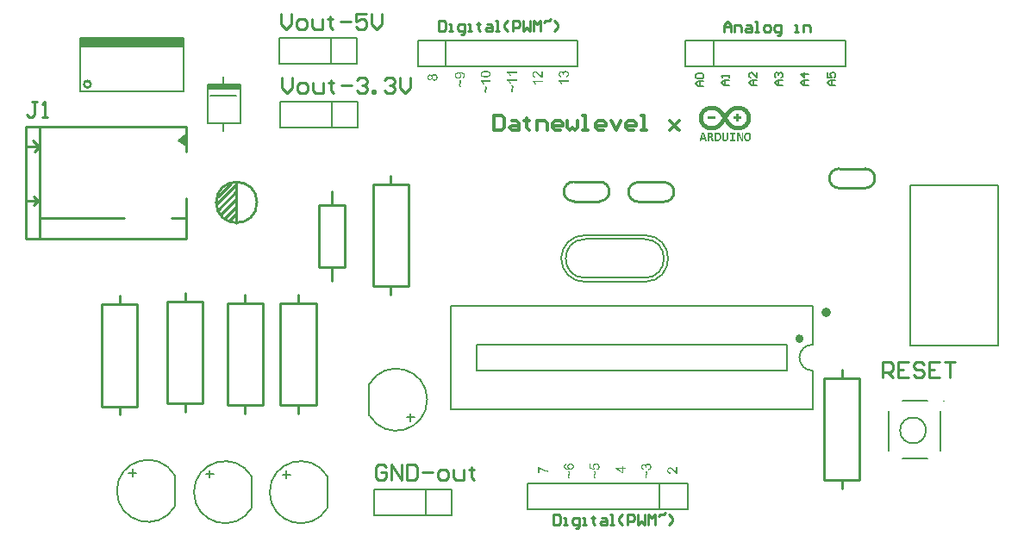
<source format=gto>
G04*
G04 #@! TF.GenerationSoftware,Altium Limited,Altium Designer,24.1.2 (44)*
G04*
G04 Layer_Color=65535*
%FSLAX44Y44*%
%MOMM*%
G71*
G04*
G04 #@! TF.SameCoordinates,1A3C5EF7-D8C1-486F-82F1-317441259842*
G04*
G04*
G04 #@! TF.FilePolarity,Positive*
G04*
G01*
G75*
%ADD10C,0.3810*%
%ADD11C,0.1778*%
%ADD12C,0.1524*%
%ADD13C,0.2540*%
%ADD14C,0.1270*%
%ADD15C,0.2000*%
%ADD16C,0.3000*%
%ADD17C,0.7620*%
%ADD18R,3.2000X0.5080*%
%ADD19R,10.1346X0.9144*%
G36*
X681043Y420819D02*
Y420744D01*
Y420670D01*
Y420596D01*
Y420522D01*
Y420448D01*
Y420373D01*
Y420299D01*
Y420225D01*
Y420151D01*
Y420076D01*
Y420002D01*
Y419928D01*
Y419854D01*
Y419780D01*
X680895D01*
Y419854D01*
Y419928D01*
Y420002D01*
Y420076D01*
Y420151D01*
Y420225D01*
Y420299D01*
Y420373D01*
Y420448D01*
Y420522D01*
Y420596D01*
Y420670D01*
X680821D01*
Y420596D01*
Y420522D01*
Y420448D01*
Y420373D01*
X680747D01*
Y420299D01*
Y420225D01*
Y420151D01*
X680672D01*
Y420076D01*
Y420002D01*
Y419928D01*
X680598D01*
Y419854D01*
Y419780D01*
X680450D01*
Y419854D01*
Y419928D01*
X680375D01*
Y420002D01*
Y420076D01*
Y420151D01*
X680301D01*
Y420225D01*
Y420299D01*
Y420373D01*
X680227D01*
Y420448D01*
Y420522D01*
Y420596D01*
X680153D01*
Y420670D01*
X680079D01*
Y420596D01*
Y420522D01*
Y420448D01*
Y420373D01*
Y420299D01*
Y420225D01*
Y420151D01*
Y420076D01*
Y420002D01*
Y419928D01*
Y419854D01*
Y419780D01*
X680004D01*
Y419854D01*
Y419928D01*
Y420002D01*
Y420076D01*
Y420151D01*
Y420225D01*
Y420299D01*
Y420373D01*
Y420448D01*
Y420522D01*
Y420596D01*
Y420670D01*
Y420744D01*
Y420819D01*
Y420893D01*
X680227D01*
Y420819D01*
Y420744D01*
X680301D01*
Y420670D01*
Y420596D01*
Y420522D01*
X680375D01*
Y420448D01*
Y420373D01*
Y420299D01*
X680450D01*
Y420225D01*
Y420151D01*
Y420076D01*
Y420002D01*
X680598D01*
Y420076D01*
Y420151D01*
Y420225D01*
Y420299D01*
X680672D01*
Y420373D01*
Y420448D01*
Y420522D01*
X680747D01*
Y420596D01*
Y420670D01*
Y420744D01*
X680821D01*
Y420819D01*
Y420893D01*
X681043D01*
Y420819D01*
D02*
G37*
G36*
X679782D02*
Y420744D01*
X679410D01*
Y420670D01*
Y420596D01*
Y420522D01*
Y420448D01*
Y420373D01*
Y420299D01*
Y420225D01*
Y420151D01*
Y420076D01*
Y420002D01*
Y419928D01*
Y419854D01*
Y419780D01*
X679262D01*
Y419854D01*
Y419928D01*
Y420002D01*
Y420076D01*
Y420151D01*
Y420225D01*
Y420299D01*
Y420373D01*
Y420448D01*
Y420522D01*
Y420596D01*
Y420670D01*
Y420744D01*
X678891D01*
Y420819D01*
Y420893D01*
X679782D01*
Y420819D01*
D02*
G37*
G36*
X669762Y421783D02*
X670875D01*
Y421709D01*
X671469D01*
Y421635D01*
X671840D01*
Y421561D01*
X672211D01*
Y421487D01*
X672582D01*
Y421412D01*
X672805D01*
Y421338D01*
X673102D01*
Y421264D01*
X673325D01*
Y421190D01*
X673547D01*
Y421115D01*
X673770D01*
Y421041D01*
X673992D01*
Y420967D01*
X674141D01*
Y420893D01*
X674364D01*
Y420819D01*
X674512D01*
Y420744D01*
X674660D01*
Y420670D01*
X674883D01*
Y420596D01*
X675032D01*
Y420522D01*
X675180D01*
Y420448D01*
X675328D01*
Y420373D01*
X675477D01*
Y420299D01*
X675551D01*
Y420225D01*
X675699D01*
Y420151D01*
X675848D01*
Y420076D01*
X675996D01*
Y420002D01*
X676071D01*
Y419928D01*
X676219D01*
Y419854D01*
X676367D01*
Y419780D01*
X676442D01*
Y419705D01*
X676590D01*
Y419631D01*
X676664D01*
Y419557D01*
X676813D01*
Y419483D01*
X676887D01*
Y419408D01*
X676961D01*
Y419334D01*
X677110D01*
Y419260D01*
X677184D01*
Y419186D01*
X677258D01*
Y419112D01*
X677407D01*
Y419037D01*
X677481D01*
Y418963D01*
X677555D01*
Y418889D01*
X677629D01*
Y418815D01*
X677703D01*
Y418740D01*
X677852D01*
Y418666D01*
X677926D01*
Y418592D01*
X678000D01*
Y418518D01*
X678075D01*
Y418443D01*
X678149D01*
Y418369D01*
X678223D01*
Y418295D01*
X678297D01*
Y418221D01*
X678371D01*
Y418147D01*
X678446D01*
Y418072D01*
X678520D01*
Y417998D01*
X678594D01*
Y417924D01*
X678668D01*
Y417850D01*
X678743D01*
Y417775D01*
X678817D01*
Y417701D01*
X678891D01*
Y417627D01*
X678965D01*
Y417553D01*
X679039D01*
Y417479D01*
Y417404D01*
X679114D01*
Y417330D01*
X679188D01*
Y417256D01*
X679262D01*
Y417182D01*
X679336D01*
Y417108D01*
X679410D01*
Y417033D01*
Y416959D01*
X679485D01*
Y416885D01*
X679559D01*
Y416811D01*
X679633D01*
Y416736D01*
Y416662D01*
X679707D01*
Y416588D01*
X679782D01*
Y416514D01*
X679856D01*
Y416440D01*
Y416365D01*
X679930D01*
Y416291D01*
X680004D01*
Y416217D01*
Y416143D01*
X680079D01*
Y416068D01*
X680153D01*
Y415994D01*
Y415920D01*
X680227D01*
Y415846D01*
Y415772D01*
X680301D01*
Y415697D01*
X680375D01*
Y415623D01*
Y415549D01*
X680450D01*
Y415475D01*
Y415401D01*
X680524D01*
Y415326D01*
Y415252D01*
X680598D01*
Y415178D01*
Y415104D01*
X680672D01*
Y415029D01*
Y414955D01*
X680747D01*
Y414881D01*
Y414807D01*
X680821D01*
Y414733D01*
Y414658D01*
X680895D01*
Y414584D01*
Y414510D01*
X680969D01*
Y414436D01*
Y414361D01*
X681043D01*
Y414287D01*
Y414213D01*
Y414139D01*
X681118D01*
Y414065D01*
Y413990D01*
X681192D01*
Y413916D01*
Y413842D01*
Y413768D01*
X681266D01*
Y413693D01*
Y413619D01*
Y413545D01*
X681340D01*
Y413471D01*
Y413397D01*
X681414D01*
Y413322D01*
Y413248D01*
Y413174D01*
Y413100D01*
X681489D01*
Y413026D01*
Y412951D01*
Y412877D01*
X681563D01*
Y412803D01*
Y412729D01*
Y412654D01*
Y412580D01*
X681637D01*
Y412506D01*
Y412432D01*
Y412357D01*
Y412283D01*
X681711D01*
Y412209D01*
Y412135D01*
Y412061D01*
Y411986D01*
Y411912D01*
X681786D01*
Y411838D01*
Y411764D01*
Y411689D01*
Y411615D01*
Y411541D01*
Y411467D01*
X681860D01*
Y411393D01*
Y411318D01*
Y411244D01*
Y411170D01*
Y411096D01*
Y411021D01*
Y410947D01*
Y410873D01*
X681934D01*
Y410799D01*
Y410725D01*
Y410650D01*
Y410576D01*
Y410502D01*
Y410428D01*
Y410354D01*
Y410279D01*
Y410205D01*
Y410131D01*
Y410057D01*
Y409982D01*
Y409908D01*
Y409834D01*
Y409760D01*
Y409686D01*
Y409611D01*
Y409537D01*
Y409463D01*
Y409389D01*
Y409314D01*
Y409240D01*
Y409166D01*
Y409092D01*
Y409018D01*
Y408943D01*
Y408869D01*
Y408795D01*
Y408721D01*
Y408647D01*
Y408572D01*
Y408498D01*
X681860D01*
Y408424D01*
Y408350D01*
Y408275D01*
Y408201D01*
Y408127D01*
Y408053D01*
Y407979D01*
Y407904D01*
X681786D01*
Y407830D01*
Y407756D01*
Y407682D01*
Y407607D01*
Y407533D01*
X681711D01*
Y407459D01*
Y407385D01*
Y407310D01*
Y407236D01*
Y407162D01*
X681637D01*
Y407088D01*
Y407014D01*
Y406939D01*
Y406865D01*
X681563D01*
Y406791D01*
Y406717D01*
Y406642D01*
Y406568D01*
X681489D01*
Y406494D01*
Y406420D01*
Y406346D01*
X681414D01*
Y406271D01*
Y406197D01*
Y406123D01*
Y406049D01*
X681340D01*
Y405975D01*
Y405900D01*
Y405826D01*
X681266D01*
Y405752D01*
Y405678D01*
X681192D01*
Y405603D01*
Y405529D01*
Y405455D01*
X681118D01*
Y405381D01*
Y405307D01*
Y405232D01*
X681043D01*
Y405158D01*
Y405084D01*
X680969D01*
Y405010D01*
Y404935D01*
X680895D01*
Y404861D01*
Y404787D01*
X680821D01*
Y404713D01*
Y404639D01*
Y404564D01*
X680747D01*
Y404490D01*
Y404416D01*
X680672D01*
Y404342D01*
Y404268D01*
X680598D01*
Y404193D01*
X680524D01*
Y404119D01*
Y404045D01*
X680450D01*
Y403971D01*
Y403896D01*
X680375D01*
Y403822D01*
Y403748D01*
X680301D01*
Y403674D01*
X680227D01*
Y403600D01*
Y403525D01*
X680153D01*
Y403451D01*
Y403377D01*
X680079D01*
Y403303D01*
X680004D01*
Y403228D01*
Y403154D01*
X679930D01*
Y403080D01*
X679856D01*
Y403006D01*
Y402932D01*
X679782D01*
Y402857D01*
X679707D01*
Y402783D01*
Y402709D01*
X679633D01*
Y402635D01*
X679559D01*
Y402560D01*
X679485D01*
Y402486D01*
Y402412D01*
X679410D01*
Y402338D01*
X679336D01*
Y402263D01*
X679262D01*
Y402189D01*
X679188D01*
Y402115D01*
X679114D01*
Y402041D01*
Y401967D01*
X679039D01*
Y401892D01*
X678965D01*
Y401818D01*
X678891D01*
Y401744D01*
X678817D01*
Y401670D01*
X678743D01*
Y401595D01*
X678668D01*
Y401521D01*
X678594D01*
Y401447D01*
X678520D01*
Y401373D01*
X678446D01*
Y401299D01*
X678371D01*
Y401224D01*
X678297D01*
Y401150D01*
X678223D01*
Y401076D01*
X678149D01*
Y401002D01*
X678075D01*
Y400928D01*
X678000D01*
Y400853D01*
X677926D01*
Y400779D01*
X677852D01*
Y400705D01*
X677778D01*
Y400631D01*
X677629D01*
Y400556D01*
X677555D01*
Y400482D01*
X677481D01*
Y400408D01*
X677407D01*
Y400334D01*
X677332D01*
Y400260D01*
X677184D01*
Y400185D01*
X677110D01*
Y400111D01*
X677036D01*
Y400037D01*
X676887D01*
Y399963D01*
X676813D01*
Y399888D01*
X676664D01*
Y399814D01*
X676590D01*
Y399740D01*
X676442D01*
Y399666D01*
X676367D01*
Y399592D01*
X676219D01*
Y399517D01*
X676145D01*
Y399443D01*
X675996D01*
Y399369D01*
X675848D01*
Y399295D01*
X675774D01*
Y399221D01*
X675625D01*
Y399146D01*
X675477D01*
Y399072D01*
X675328D01*
Y398998D01*
X675180D01*
Y398924D01*
X675032D01*
Y398849D01*
X674883D01*
Y398775D01*
X674735D01*
Y398701D01*
X674586D01*
Y398627D01*
X674364D01*
Y398553D01*
X674215D01*
Y398478D01*
X673992D01*
Y398404D01*
X673844D01*
Y398330D01*
X673621D01*
Y398256D01*
X673399D01*
Y398181D01*
X673176D01*
Y398107D01*
X672879D01*
Y398033D01*
X672582D01*
Y397959D01*
X672285D01*
Y397884D01*
X671914D01*
Y397810D01*
X671543D01*
Y397736D01*
X671024D01*
Y397662D01*
X670133D01*
Y397588D01*
X667906D01*
Y397662D01*
X667164D01*
Y397736D01*
X666645D01*
Y397810D01*
X666273D01*
Y397884D01*
X665902D01*
Y397959D01*
X665606D01*
Y398033D01*
X665309D01*
Y398107D01*
X665086D01*
Y398181D01*
X664863D01*
Y398256D01*
X664641D01*
Y398330D01*
X664418D01*
Y398404D01*
X664195D01*
Y398478D01*
X664047D01*
Y398553D01*
X663824D01*
Y398627D01*
X663676D01*
Y398701D01*
X663527D01*
Y398775D01*
X663379D01*
Y398849D01*
X663231D01*
Y398924D01*
X663082D01*
Y398998D01*
X662934D01*
Y399072D01*
X662785D01*
Y399146D01*
X662637D01*
Y399221D01*
X662488D01*
Y399295D01*
X662414D01*
Y399369D01*
X662266D01*
Y399443D01*
X662117D01*
Y399517D01*
X662043D01*
Y399592D01*
X661895D01*
Y399666D01*
X661820D01*
Y399740D01*
X661672D01*
Y399814D01*
X661598D01*
Y399888D01*
X661449D01*
Y399963D01*
X661375D01*
Y400037D01*
X661301D01*
Y400111D01*
X661152D01*
Y400185D01*
X661078D01*
Y400260D01*
X661004D01*
Y400334D01*
X660855D01*
Y400408D01*
X660781D01*
Y400482D01*
X660707D01*
Y400556D01*
X660633D01*
Y400631D01*
X660559D01*
Y400705D01*
X660484D01*
Y400779D01*
X660336D01*
Y400853D01*
X660262D01*
Y400928D01*
X660188D01*
Y401002D01*
X660113D01*
Y401076D01*
X660039D01*
Y401150D01*
X659965D01*
Y401224D01*
X659891D01*
Y401299D01*
X659816D01*
Y401373D01*
X659742D01*
Y401447D01*
X659668D01*
Y401521D01*
X659594D01*
Y401595D01*
X659520D01*
Y401670D01*
X659445D01*
Y401744D01*
X659371D01*
Y401818D01*
X659297D01*
Y401892D01*
X659223D01*
Y401967D01*
X659148D01*
Y402041D01*
X659074D01*
Y402115D01*
X659000D01*
Y402189D01*
X658926D01*
Y402263D01*
Y402338D01*
X658851D01*
Y402412D01*
X658777D01*
Y402486D01*
X658703D01*
Y402560D01*
X658629D01*
Y402635D01*
X658555D01*
Y402709D01*
X658480D01*
Y402783D01*
Y402857D01*
X658406D01*
Y402932D01*
X658332D01*
Y403006D01*
X658258D01*
Y403080D01*
X658184D01*
Y403154D01*
Y403228D01*
X658109D01*
Y403303D01*
X658035D01*
Y403377D01*
X657961D01*
Y403451D01*
X657887D01*
Y403525D01*
Y403600D01*
X657812D01*
Y403674D01*
X657738D01*
Y403748D01*
X657664D01*
Y403822D01*
Y403896D01*
X657590D01*
Y403971D01*
X657516D01*
Y404045D01*
X657441D01*
Y404119D01*
Y404193D01*
X657367D01*
Y404268D01*
X657293D01*
Y404342D01*
Y404416D01*
X657219D01*
Y404490D01*
X657144D01*
Y404564D01*
Y404639D01*
X657070D01*
Y404713D01*
X656996D01*
Y404787D01*
X656922D01*
Y404861D01*
Y404935D01*
X656848D01*
Y405010D01*
X656773D01*
Y405084D01*
Y405158D01*
X656699D01*
Y405232D01*
X656625D01*
Y405307D01*
Y405381D01*
X656551D01*
Y405455D01*
X656477D01*
Y405529D01*
Y405603D01*
X656402D01*
Y405678D01*
X656328D01*
Y405752D01*
Y405826D01*
X656180D01*
Y405752D01*
Y405678D01*
X656105D01*
Y405603D01*
X656031D01*
Y405529D01*
Y405455D01*
X655957D01*
Y405381D01*
X655883D01*
Y405307D01*
Y405232D01*
X655808D01*
Y405158D01*
X655734D01*
Y405084D01*
Y405010D01*
X655660D01*
Y404935D01*
X655586D01*
Y404861D01*
Y404787D01*
X655512D01*
Y404713D01*
X655437D01*
Y404639D01*
X655363D01*
Y404564D01*
Y404490D01*
X655289D01*
Y404416D01*
X655215D01*
Y404342D01*
Y404268D01*
X655141D01*
Y404193D01*
X655066D01*
Y404119D01*
Y404045D01*
X654992D01*
Y403971D01*
X654918D01*
Y403896D01*
X654844D01*
Y403822D01*
Y403748D01*
X654769D01*
Y403674D01*
X654695D01*
Y403600D01*
X654621D01*
Y403525D01*
Y403451D01*
X654547D01*
Y403377D01*
X654473D01*
Y403303D01*
X654398D01*
Y403228D01*
X654324D01*
Y403154D01*
Y403080D01*
X654250D01*
Y403006D01*
X654176D01*
Y402932D01*
X654101D01*
Y402857D01*
X654027D01*
Y402783D01*
Y402709D01*
X653953D01*
Y402635D01*
X653879D01*
Y402560D01*
X653805D01*
Y402486D01*
X653730D01*
Y402412D01*
X653656D01*
Y402338D01*
X653582D01*
Y402263D01*
Y402189D01*
X653508D01*
Y402115D01*
X653434D01*
Y402041D01*
X653359D01*
Y401967D01*
X653285D01*
Y401892D01*
X653211D01*
Y401818D01*
X653137D01*
Y401744D01*
X653062D01*
Y401670D01*
X652988D01*
Y401595D01*
X652914D01*
Y401521D01*
X652840D01*
Y401447D01*
X652766D01*
Y401373D01*
X652691D01*
Y401299D01*
X652617D01*
Y401224D01*
X652543D01*
Y401150D01*
X652469D01*
Y401076D01*
X652394D01*
Y401002D01*
X652320D01*
Y400928D01*
X652246D01*
Y400853D01*
X652172D01*
Y400779D01*
X652023D01*
Y400705D01*
X651949D01*
Y400631D01*
X651875D01*
Y400556D01*
X651801D01*
Y400482D01*
X651726D01*
Y400408D01*
X651578D01*
Y400334D01*
X651504D01*
Y400260D01*
X651430D01*
Y400185D01*
X651355D01*
Y400111D01*
X651207D01*
Y400037D01*
X651133D01*
Y399963D01*
X651058D01*
Y399888D01*
X650910D01*
Y399814D01*
X650836D01*
Y399740D01*
X650687D01*
Y399666D01*
X650613D01*
Y399592D01*
X650465D01*
Y399517D01*
X650390D01*
Y399443D01*
X650242D01*
Y399369D01*
X650094D01*
Y399295D01*
X650019D01*
Y399221D01*
X649871D01*
Y399146D01*
X649723D01*
Y399072D01*
X649574D01*
Y398998D01*
X649426D01*
Y398924D01*
X649277D01*
Y398849D01*
X649129D01*
Y398775D01*
X648980D01*
Y398701D01*
X648832D01*
Y398627D01*
X648683D01*
Y398553D01*
X648461D01*
Y398478D01*
X648312D01*
Y398404D01*
X648090D01*
Y398330D01*
X647867D01*
Y398256D01*
X647644D01*
Y398181D01*
X647422D01*
Y398107D01*
X647199D01*
Y398033D01*
X646902D01*
Y397959D01*
X646605D01*
Y397884D01*
X646234D01*
Y397810D01*
X645863D01*
Y397736D01*
X645343D01*
Y397662D01*
X644601D01*
Y397588D01*
X642375D01*
Y397662D01*
X641484D01*
Y397736D01*
X640965D01*
Y397810D01*
X640593D01*
Y397884D01*
X640222D01*
Y397959D01*
X639925D01*
Y398033D01*
X639628D01*
Y398107D01*
X639332D01*
Y398181D01*
X639109D01*
Y398256D01*
X638886D01*
Y398330D01*
X638664D01*
Y398404D01*
X638515D01*
Y398478D01*
X638293D01*
Y398553D01*
X638144D01*
Y398627D01*
X637921D01*
Y398701D01*
X637773D01*
Y398775D01*
X637625D01*
Y398849D01*
X637476D01*
Y398924D01*
X637328D01*
Y398998D01*
X637179D01*
Y399072D01*
X637031D01*
Y399146D01*
X636882D01*
Y399221D01*
X636734D01*
Y399295D01*
X636660D01*
Y399369D01*
X636511D01*
Y399443D01*
X636363D01*
Y399517D01*
X636289D01*
Y399592D01*
X636140D01*
Y399666D01*
X636066D01*
Y399740D01*
X635918D01*
Y399814D01*
X635843D01*
Y399888D01*
X635695D01*
Y399963D01*
X635621D01*
Y400037D01*
X635472D01*
Y400111D01*
X635398D01*
Y400185D01*
X635324D01*
Y400260D01*
X635175D01*
Y400334D01*
X635101D01*
Y400408D01*
X635027D01*
Y400482D01*
X634953D01*
Y400556D01*
X634878D01*
Y400631D01*
X634730D01*
Y400705D01*
X634656D01*
Y400779D01*
X634582D01*
Y400853D01*
X634507D01*
Y400928D01*
X634433D01*
Y401002D01*
X634359D01*
Y401076D01*
X634285D01*
Y401150D01*
X634210D01*
Y401224D01*
X634136D01*
Y401299D01*
X634062D01*
Y401373D01*
X633988D01*
Y401447D01*
X633914D01*
Y401521D01*
X633839D01*
Y401595D01*
X633765D01*
Y401670D01*
X633691D01*
Y401744D01*
X633617D01*
Y401818D01*
X633543D01*
Y401892D01*
X633468D01*
Y401967D01*
X633394D01*
Y402041D01*
Y402115D01*
X633320D01*
Y402189D01*
X633246D01*
Y402263D01*
X633171D01*
Y402338D01*
X633097D01*
Y402412D01*
X633023D01*
Y402486D01*
Y402560D01*
X632949D01*
Y402635D01*
X632874D01*
Y402709D01*
X632800D01*
Y402783D01*
Y402857D01*
X632726D01*
Y402932D01*
X632652D01*
Y403006D01*
Y403080D01*
X632578D01*
Y403154D01*
X632503D01*
Y403228D01*
Y403303D01*
X632429D01*
Y403377D01*
X632355D01*
Y403451D01*
Y403525D01*
X632281D01*
Y403600D01*
X632206D01*
Y403674D01*
Y403748D01*
X632132D01*
Y403822D01*
Y403896D01*
X632058D01*
Y403971D01*
Y404045D01*
X631984D01*
Y404119D01*
Y404193D01*
X631910D01*
Y404268D01*
X631835D01*
Y404342D01*
Y404416D01*
X631761D01*
Y404490D01*
Y404564D01*
X631687D01*
Y404639D01*
Y404713D01*
Y404787D01*
X631613D01*
Y404861D01*
Y404935D01*
X631539D01*
Y405010D01*
Y405084D01*
X631464D01*
Y405158D01*
Y405232D01*
X631390D01*
Y405307D01*
Y405381D01*
Y405455D01*
X631316D01*
Y405529D01*
Y405603D01*
X631242D01*
Y405678D01*
Y405752D01*
Y405826D01*
X631167D01*
Y405900D01*
Y405975D01*
Y406049D01*
X631093D01*
Y406123D01*
Y406197D01*
Y406271D01*
X631019D01*
Y406346D01*
Y406420D01*
Y406494D01*
Y406568D01*
X630945D01*
Y406642D01*
Y406717D01*
Y406791D01*
Y406865D01*
X630871D01*
Y406939D01*
Y407014D01*
Y407088D01*
Y407162D01*
X630796D01*
Y407236D01*
Y407310D01*
Y407385D01*
Y407459D01*
Y407533D01*
X630722D01*
Y407607D01*
Y407682D01*
Y407756D01*
Y407830D01*
Y407904D01*
X630648D01*
Y407979D01*
Y408053D01*
Y408127D01*
Y408201D01*
Y408275D01*
Y408350D01*
Y408424D01*
Y408498D01*
X630574D01*
Y408572D01*
Y408647D01*
Y408721D01*
Y408795D01*
Y408869D01*
Y408943D01*
Y409018D01*
Y409092D01*
Y409166D01*
Y409240D01*
Y409314D01*
Y409389D01*
Y409463D01*
Y409537D01*
Y409611D01*
Y409686D01*
Y409760D01*
Y409834D01*
Y409908D01*
Y409982D01*
Y410057D01*
Y410131D01*
Y410205D01*
Y410279D01*
Y410354D01*
Y410428D01*
Y410502D01*
Y410576D01*
Y410650D01*
Y410725D01*
Y410799D01*
Y410873D01*
Y410947D01*
X630648D01*
Y411021D01*
Y411096D01*
Y411170D01*
Y411244D01*
Y411318D01*
Y411393D01*
Y411467D01*
Y411541D01*
X630722D01*
Y411615D01*
Y411689D01*
Y411764D01*
Y411838D01*
Y411912D01*
X630796D01*
Y411986D01*
Y412061D01*
Y412135D01*
Y412209D01*
Y412283D01*
X630871D01*
Y412357D01*
Y412432D01*
Y412506D01*
Y412580D01*
X630945D01*
Y412654D01*
Y412729D01*
Y412803D01*
Y412877D01*
X631019D01*
Y412951D01*
Y413026D01*
Y413100D01*
X631093D01*
Y413174D01*
Y413248D01*
Y413322D01*
Y413397D01*
X631167D01*
Y413471D01*
Y413545D01*
Y413619D01*
X631242D01*
Y413693D01*
Y413768D01*
X631316D01*
Y413842D01*
Y413916D01*
Y413990D01*
X631390D01*
Y414065D01*
Y414139D01*
X631464D01*
Y414213D01*
Y414287D01*
Y414361D01*
X631539D01*
Y414436D01*
Y414510D01*
X631613D01*
Y414584D01*
Y414658D01*
X631687D01*
Y414733D01*
Y414807D01*
X631761D01*
Y414881D01*
Y414955D01*
Y415029D01*
X631835D01*
Y415104D01*
X631910D01*
Y415178D01*
Y415252D01*
X631984D01*
Y415326D01*
Y415401D01*
X632058D01*
Y415475D01*
Y415549D01*
X632132D01*
Y415623D01*
Y415697D01*
X632206D01*
Y415772D01*
X632281D01*
Y415846D01*
Y415920D01*
X632355D01*
Y415994D01*
Y416068D01*
X632429D01*
Y416143D01*
X632503D01*
Y416217D01*
Y416291D01*
X632578D01*
Y416365D01*
X632652D01*
Y416440D01*
Y416514D01*
X632726D01*
Y416588D01*
X632800D01*
Y416662D01*
X632874D01*
Y416736D01*
Y416811D01*
X632949D01*
Y416885D01*
X633023D01*
Y416959D01*
X633097D01*
Y417033D01*
Y417108D01*
X633171D01*
Y417182D01*
X633246D01*
Y417256D01*
X633320D01*
Y417330D01*
X633394D01*
Y417404D01*
X633468D01*
Y417479D01*
Y417553D01*
X633543D01*
Y417627D01*
X633617D01*
Y417701D01*
X633691D01*
Y417775D01*
X633765D01*
Y417850D01*
X633839D01*
Y417924D01*
X633914D01*
Y417998D01*
X633988D01*
Y418072D01*
X634062D01*
Y418147D01*
X634136D01*
Y418221D01*
X634210D01*
Y418295D01*
X634285D01*
Y418369D01*
X634359D01*
Y418443D01*
X634433D01*
Y418518D01*
X634507D01*
Y418592D01*
X634582D01*
Y418666D01*
X634656D01*
Y418740D01*
X634804D01*
Y418815D01*
X634878D01*
Y418889D01*
X634953D01*
Y418963D01*
X635027D01*
Y419037D01*
X635101D01*
Y419112D01*
X635249D01*
Y419186D01*
X635324D01*
Y419260D01*
X635398D01*
Y419334D01*
X635546D01*
Y419408D01*
X635621D01*
Y419483D01*
X635695D01*
Y419557D01*
X635843D01*
Y419631D01*
X635918D01*
Y419705D01*
X636066D01*
Y419780D01*
X636140D01*
Y419854D01*
X636289D01*
Y419928D01*
X636437D01*
Y420002D01*
X636511D01*
Y420076D01*
X636660D01*
Y420151D01*
X636808D01*
Y420225D01*
X636957D01*
Y420299D01*
X637031D01*
Y420373D01*
X637179D01*
Y420448D01*
X637328D01*
Y420522D01*
X637476D01*
Y420596D01*
X637625D01*
Y420670D01*
X637847D01*
Y420744D01*
X637996D01*
Y420819D01*
X638144D01*
Y420893D01*
X638367D01*
Y420967D01*
X638515D01*
Y421041D01*
X638738D01*
Y421115D01*
X638960D01*
Y421190D01*
X639183D01*
Y421264D01*
X639406D01*
Y421338D01*
X639703D01*
Y421412D01*
X639925D01*
Y421487D01*
X640296D01*
Y421561D01*
X640668D01*
Y421635D01*
X641039D01*
Y421709D01*
X641633D01*
Y421783D01*
X642820D01*
Y421858D01*
X643488D01*
Y421783D01*
X644601D01*
Y421709D01*
X645195D01*
Y421635D01*
X645640D01*
Y421561D01*
X646086D01*
Y421487D01*
X646383D01*
Y421412D01*
X646680D01*
Y421338D01*
X646976D01*
Y421264D01*
X647199D01*
Y421190D01*
X647496D01*
Y421115D01*
X647719D01*
Y421041D01*
X647867D01*
Y420967D01*
X648090D01*
Y420893D01*
X648312D01*
Y420819D01*
X648461D01*
Y420744D01*
X648683D01*
Y420670D01*
X648832D01*
Y420596D01*
X648980D01*
Y420522D01*
X649129D01*
Y420448D01*
X649277D01*
Y420373D01*
X649426D01*
Y420299D01*
X649574D01*
Y420225D01*
X649723D01*
Y420151D01*
X649871D01*
Y420076D01*
X650019D01*
Y420002D01*
X650168D01*
Y419928D01*
X650242D01*
Y419854D01*
X650390D01*
Y419780D01*
X650539D01*
Y419705D01*
X650613D01*
Y419631D01*
X650762D01*
Y419557D01*
X650836D01*
Y419483D01*
X650984D01*
Y419408D01*
X651058D01*
Y419334D01*
X651207D01*
Y419260D01*
X651281D01*
Y419186D01*
X651355D01*
Y419112D01*
X651504D01*
Y419037D01*
X651578D01*
Y418963D01*
X651652D01*
Y418889D01*
X651801D01*
Y418815D01*
X651875D01*
Y418740D01*
X651949D01*
Y418666D01*
X652023D01*
Y418592D01*
X652172D01*
Y418518D01*
X652246D01*
Y418443D01*
X652320D01*
Y418369D01*
X652394D01*
Y418295D01*
X652469D01*
Y418221D01*
X652543D01*
Y418147D01*
X652691D01*
Y418072D01*
X652766D01*
Y417998D01*
X652840D01*
Y417924D01*
X652914D01*
Y417850D01*
X652988D01*
Y417775D01*
X653062D01*
Y417701D01*
X653137D01*
Y417627D01*
X653211D01*
Y417553D01*
X653285D01*
Y417479D01*
X653359D01*
Y417404D01*
X653434D01*
Y417330D01*
X653508D01*
Y417256D01*
X653582D01*
Y417182D01*
X653656D01*
Y417108D01*
X653730D01*
Y417033D01*
X653805D01*
Y416959D01*
Y416885D01*
X653879D01*
Y416811D01*
X653953D01*
Y416736D01*
X654027D01*
Y416662D01*
X654101D01*
Y416588D01*
X654176D01*
Y416514D01*
X654250D01*
Y416440D01*
X654324D01*
Y416365D01*
X654398D01*
Y416291D01*
Y416217D01*
X654473D01*
Y416143D01*
X654547D01*
Y416068D01*
X654621D01*
Y415994D01*
X654695D01*
Y415920D01*
Y415846D01*
X654769D01*
Y415772D01*
X654844D01*
Y415697D01*
X654918D01*
Y415623D01*
X654992D01*
Y415549D01*
Y415475D01*
X655066D01*
Y415401D01*
X655141D01*
Y415326D01*
X655215D01*
Y415252D01*
Y415178D01*
X655289D01*
Y415104D01*
X655363D01*
Y415029D01*
X655437D01*
Y414955D01*
Y414881D01*
X655512D01*
Y414807D01*
X655586D01*
Y414733D01*
X655660D01*
Y414658D01*
Y414584D01*
X655734D01*
Y414510D01*
X655808D01*
Y414436D01*
X655883D01*
Y414361D01*
Y414287D01*
X655957D01*
Y414213D01*
X656031D01*
Y414139D01*
Y414065D01*
X656105D01*
Y413990D01*
X656180D01*
Y413916D01*
Y413842D01*
X656328D01*
Y413916D01*
Y413990D01*
X656402D01*
Y414065D01*
X656477D01*
Y414139D01*
Y414213D01*
X656551D01*
Y414287D01*
X656625D01*
Y414361D01*
Y414436D01*
X656699D01*
Y414510D01*
X656773D01*
Y414584D01*
X656848D01*
Y414658D01*
Y414733D01*
X656922D01*
Y414807D01*
X656996D01*
Y414881D01*
X657070D01*
Y414955D01*
Y415029D01*
X657144D01*
Y415104D01*
X657219D01*
Y415178D01*
Y415252D01*
X657293D01*
Y415326D01*
X657367D01*
Y415401D01*
X657441D01*
Y415475D01*
X657516D01*
Y415549D01*
Y415623D01*
X657590D01*
Y415697D01*
X657664D01*
Y415772D01*
X657738D01*
Y415846D01*
Y415920D01*
X657812D01*
Y415994D01*
X657887D01*
Y416068D01*
X657961D01*
Y416143D01*
X658035D01*
Y416217D01*
X658109D01*
Y416291D01*
Y416365D01*
X658184D01*
Y416440D01*
X658258D01*
Y416514D01*
X658332D01*
Y416588D01*
X658406D01*
Y416662D01*
X658480D01*
Y416736D01*
X658555D01*
Y416811D01*
X658629D01*
Y416885D01*
Y416959D01*
X658703D01*
Y417033D01*
X658777D01*
Y417108D01*
X658851D01*
Y417182D01*
X658926D01*
Y417256D01*
X659000D01*
Y417330D01*
X659074D01*
Y417404D01*
X659148D01*
Y417479D01*
X659223D01*
Y417553D01*
X659297D01*
Y417627D01*
X659371D01*
Y417701D01*
X659445D01*
Y417775D01*
X659520D01*
Y417850D01*
X659594D01*
Y417924D01*
X659668D01*
Y417998D01*
X659742D01*
Y418072D01*
X659816D01*
Y418147D01*
X659965D01*
Y418221D01*
X660039D01*
Y418295D01*
X660113D01*
Y418369D01*
X660188D01*
Y418443D01*
X660262D01*
Y418518D01*
X660336D01*
Y418592D01*
X660410D01*
Y418666D01*
X660559D01*
Y418740D01*
X660633D01*
Y418815D01*
X660707D01*
Y418889D01*
X660855D01*
Y418963D01*
X660930D01*
Y419037D01*
X661004D01*
Y419112D01*
X661152D01*
Y419186D01*
X661227D01*
Y419260D01*
X661301D01*
Y419334D01*
X661449D01*
Y419408D01*
X661524D01*
Y419483D01*
X661672D01*
Y419557D01*
X661746D01*
Y419631D01*
X661895D01*
Y419705D01*
X661969D01*
Y419780D01*
X662117D01*
Y419854D01*
X662266D01*
Y419928D01*
X662340D01*
Y420002D01*
X662488D01*
Y420076D01*
X662637D01*
Y420151D01*
X662785D01*
Y420225D01*
X662934D01*
Y420299D01*
X663082D01*
Y420373D01*
X663231D01*
Y420448D01*
X663379D01*
Y420522D01*
X663527D01*
Y420596D01*
X663676D01*
Y420670D01*
X663824D01*
Y420744D01*
X664047D01*
Y420819D01*
X664195D01*
Y420893D01*
X664418D01*
Y420967D01*
X664641D01*
Y421041D01*
X664789D01*
Y421115D01*
X665012D01*
Y421190D01*
X665309D01*
Y421264D01*
X665531D01*
Y421338D01*
X665828D01*
Y421412D01*
X666125D01*
Y421487D01*
X666422D01*
Y421561D01*
X666867D01*
Y421635D01*
X667313D01*
Y421709D01*
X667906D01*
Y421783D01*
X669020D01*
Y421858D01*
X669762D01*
Y421783D01*
D02*
G37*
G36*
X674289Y395213D02*
Y395138D01*
Y395064D01*
Y394990D01*
Y394916D01*
Y394841D01*
Y394767D01*
Y394693D01*
Y394619D01*
Y394545D01*
Y394470D01*
Y394396D01*
Y394322D01*
Y394248D01*
Y394174D01*
Y394099D01*
Y394025D01*
Y393951D01*
Y393877D01*
Y393802D01*
Y393728D01*
Y393654D01*
Y393580D01*
Y393506D01*
Y393431D01*
Y393357D01*
Y393283D01*
Y393209D01*
Y393134D01*
Y393060D01*
Y392986D01*
Y392912D01*
Y392838D01*
Y392763D01*
Y392689D01*
Y392615D01*
Y392541D01*
Y392467D01*
Y392392D01*
Y392318D01*
Y392244D01*
Y392170D01*
Y392095D01*
Y392021D01*
Y391947D01*
Y391873D01*
Y391799D01*
Y391724D01*
Y391650D01*
Y391576D01*
Y391502D01*
Y391427D01*
Y391353D01*
Y391279D01*
Y391205D01*
Y391130D01*
Y391056D01*
Y390982D01*
Y390908D01*
Y390834D01*
Y390759D01*
Y390685D01*
Y390611D01*
Y390537D01*
Y390462D01*
Y390388D01*
Y390314D01*
Y390240D01*
Y390166D01*
Y390091D01*
Y390017D01*
Y389943D01*
Y389869D01*
Y389795D01*
Y389720D01*
Y389646D01*
Y389572D01*
Y389498D01*
Y389423D01*
Y389349D01*
Y389275D01*
Y389201D01*
Y389127D01*
Y389052D01*
Y388978D01*
Y388904D01*
Y388830D01*
Y388755D01*
Y388681D01*
Y388607D01*
Y388533D01*
Y388459D01*
Y388384D01*
Y388310D01*
Y388236D01*
Y388162D01*
Y388088D01*
Y388013D01*
Y387939D01*
Y387865D01*
Y387791D01*
Y387716D01*
Y387642D01*
Y387568D01*
Y387494D01*
Y387420D01*
Y387345D01*
Y387271D01*
Y387197D01*
Y387123D01*
X672434D01*
Y387197D01*
X672360D01*
Y387271D01*
Y387345D01*
X672285D01*
Y387420D01*
Y387494D01*
X672211D01*
Y387568D01*
Y387642D01*
X672137D01*
Y387716D01*
Y387791D01*
Y387865D01*
X672063D01*
Y387939D01*
Y388013D01*
X671989D01*
Y388088D01*
Y388162D01*
X671914D01*
Y388236D01*
Y388310D01*
X671840D01*
Y388384D01*
Y388459D01*
X671766D01*
Y388533D01*
Y388607D01*
X671692D01*
Y388681D01*
Y388755D01*
X671617D01*
Y388830D01*
Y388904D01*
Y388978D01*
X671543D01*
Y389052D01*
Y389127D01*
X671469D01*
Y389201D01*
Y389275D01*
X671395D01*
Y389349D01*
Y389423D01*
X671321D01*
Y389498D01*
Y389572D01*
X671246D01*
Y389646D01*
Y389720D01*
X671172D01*
Y389795D01*
Y389869D01*
X671098D01*
Y389943D01*
Y390017D01*
Y390091D01*
X671024D01*
Y390166D01*
Y390240D01*
X670949D01*
Y390314D01*
Y390388D01*
X670875D01*
Y390462D01*
Y390537D01*
X670801D01*
Y390611D01*
Y390685D01*
X670727D01*
Y390759D01*
Y390834D01*
X670653D01*
Y390908D01*
Y390982D01*
Y391056D01*
X670578D01*
Y391130D01*
Y391205D01*
X670504D01*
Y391279D01*
Y391353D01*
X670430D01*
Y391427D01*
Y391502D01*
X670356D01*
Y391576D01*
Y391650D01*
X670282D01*
Y391724D01*
Y391799D01*
X670207D01*
Y391873D01*
Y391947D01*
X670133D01*
Y392021D01*
Y392095D01*
Y392170D01*
X670059D01*
Y392244D01*
Y392318D01*
X669985D01*
Y392392D01*
Y392467D01*
X669910D01*
Y392541D01*
Y392615D01*
X669836D01*
Y392689D01*
Y392763D01*
Y392838D01*
X669762D01*
Y392912D01*
Y392986D01*
X669688D01*
Y393060D01*
X669613D01*
Y392986D01*
Y392912D01*
Y392838D01*
Y392763D01*
Y392689D01*
Y392615D01*
Y392541D01*
Y392467D01*
Y392392D01*
Y392318D01*
Y392244D01*
Y392170D01*
Y392095D01*
Y392021D01*
Y391947D01*
Y391873D01*
Y391799D01*
Y391724D01*
Y391650D01*
Y391576D01*
Y391502D01*
Y391427D01*
Y391353D01*
Y391279D01*
Y391205D01*
Y391130D01*
Y391056D01*
Y390982D01*
Y390908D01*
Y390834D01*
Y390759D01*
Y390685D01*
Y390611D01*
Y390537D01*
Y390462D01*
Y390388D01*
Y390314D01*
Y390240D01*
Y390166D01*
Y390091D01*
Y390017D01*
Y389943D01*
Y389869D01*
Y389795D01*
Y389720D01*
Y389646D01*
Y389572D01*
Y389498D01*
Y389423D01*
Y389349D01*
Y389275D01*
Y389201D01*
Y389127D01*
Y389052D01*
Y388978D01*
Y388904D01*
Y388830D01*
Y388755D01*
Y388681D01*
Y388607D01*
Y388533D01*
Y388459D01*
Y388384D01*
Y388310D01*
Y388236D01*
Y388162D01*
Y388088D01*
Y388013D01*
Y387939D01*
Y387865D01*
Y387791D01*
Y387716D01*
Y387642D01*
Y387568D01*
Y387494D01*
Y387420D01*
Y387345D01*
Y387271D01*
Y387197D01*
Y387123D01*
X668278D01*
Y387197D01*
Y387271D01*
Y387345D01*
Y387420D01*
Y387494D01*
Y387568D01*
Y387642D01*
Y387716D01*
Y387791D01*
Y387865D01*
Y387939D01*
Y388013D01*
Y388088D01*
Y388162D01*
Y388236D01*
Y388310D01*
Y388384D01*
Y388459D01*
Y388533D01*
Y388607D01*
Y388681D01*
Y388755D01*
Y388830D01*
Y388904D01*
Y388978D01*
Y389052D01*
Y389127D01*
Y389201D01*
Y389275D01*
Y389349D01*
Y389423D01*
Y389498D01*
Y389572D01*
Y389646D01*
Y389720D01*
Y389795D01*
Y389869D01*
Y389943D01*
Y390017D01*
Y390091D01*
Y390166D01*
Y390240D01*
Y390314D01*
Y390388D01*
Y390462D01*
Y390537D01*
Y390611D01*
Y390685D01*
Y390759D01*
Y390834D01*
Y390908D01*
Y390982D01*
Y391056D01*
Y391130D01*
Y391205D01*
Y391279D01*
Y391353D01*
Y391427D01*
Y391502D01*
Y391576D01*
Y391650D01*
Y391724D01*
Y391799D01*
Y391873D01*
Y391947D01*
Y392021D01*
Y392095D01*
Y392170D01*
Y392244D01*
Y392318D01*
Y392392D01*
Y392467D01*
Y392541D01*
Y392615D01*
Y392689D01*
Y392763D01*
Y392838D01*
Y392912D01*
Y392986D01*
Y393060D01*
Y393134D01*
Y393209D01*
Y393283D01*
Y393357D01*
Y393431D01*
Y393506D01*
Y393580D01*
Y393654D01*
Y393728D01*
Y393802D01*
Y393877D01*
Y393951D01*
Y394025D01*
Y394099D01*
Y394174D01*
Y394248D01*
Y394322D01*
Y394396D01*
Y394470D01*
Y394545D01*
Y394619D01*
Y394693D01*
Y394767D01*
Y394841D01*
Y394916D01*
Y394990D01*
Y395064D01*
Y395138D01*
Y395213D01*
Y395287D01*
X670207D01*
Y395213D01*
Y395138D01*
X670282D01*
Y395064D01*
Y394990D01*
X670356D01*
Y394916D01*
Y394841D01*
Y394767D01*
X670430D01*
Y394693D01*
Y394619D01*
X670504D01*
Y394545D01*
Y394470D01*
X670578D01*
Y394396D01*
Y394322D01*
X670653D01*
Y394248D01*
Y394174D01*
X670727D01*
Y394099D01*
Y394025D01*
X670801D01*
Y393951D01*
Y393877D01*
X670875D01*
Y393802D01*
Y393728D01*
X670949D01*
Y393654D01*
Y393580D01*
Y393506D01*
X671024D01*
Y393431D01*
Y393357D01*
X671098D01*
Y393283D01*
Y393209D01*
X671172D01*
Y393134D01*
Y393060D01*
X671246D01*
Y392986D01*
Y392912D01*
X671321D01*
Y392838D01*
Y392763D01*
X671395D01*
Y392689D01*
Y392615D01*
X671469D01*
Y392541D01*
Y392467D01*
Y392392D01*
X671543D01*
Y392318D01*
Y392244D01*
X671617D01*
Y392170D01*
Y392095D01*
X671692D01*
Y392021D01*
Y391947D01*
X671766D01*
Y391873D01*
Y391799D01*
X671840D01*
Y391724D01*
Y391650D01*
X671914D01*
Y391576D01*
Y391502D01*
X671989D01*
Y391427D01*
Y391353D01*
X672063D01*
Y391279D01*
Y391205D01*
Y391130D01*
X672137D01*
Y391056D01*
Y390982D01*
X672211D01*
Y390908D01*
Y390834D01*
X672285D01*
Y390759D01*
Y390685D01*
X672360D01*
Y390611D01*
Y390537D01*
X672434D01*
Y390462D01*
Y390388D01*
X672508D01*
Y390314D01*
Y390240D01*
Y390166D01*
X672582D01*
Y390091D01*
Y390017D01*
X672656D01*
Y389943D01*
Y389869D01*
X672731D01*
Y389795D01*
Y389720D01*
Y389646D01*
X672805D01*
Y389572D01*
Y389498D01*
X672879D01*
Y389423D01*
X672953D01*
Y389498D01*
X672879D01*
Y389572D01*
Y389646D01*
Y389720D01*
Y389795D01*
Y389869D01*
Y389943D01*
Y390017D01*
Y390091D01*
Y390166D01*
Y390240D01*
Y390314D01*
Y390388D01*
Y390462D01*
Y390537D01*
Y390611D01*
Y390685D01*
Y390759D01*
Y390834D01*
Y390908D01*
Y390982D01*
Y391056D01*
Y391130D01*
Y391205D01*
Y391279D01*
Y391353D01*
Y391427D01*
Y391502D01*
Y391576D01*
Y391650D01*
Y391724D01*
Y391799D01*
Y391873D01*
Y391947D01*
Y392021D01*
Y392095D01*
Y392170D01*
Y392244D01*
Y392318D01*
Y392392D01*
Y392467D01*
Y392541D01*
Y392615D01*
Y392689D01*
Y392763D01*
Y392838D01*
Y392912D01*
Y392986D01*
Y393060D01*
Y393134D01*
Y393209D01*
Y393283D01*
Y393357D01*
Y393431D01*
Y393506D01*
Y393580D01*
Y393654D01*
Y393728D01*
Y393802D01*
Y393877D01*
Y393951D01*
Y394025D01*
Y394099D01*
Y394174D01*
Y394248D01*
Y394322D01*
Y394396D01*
Y394470D01*
Y394545D01*
Y394619D01*
Y394693D01*
Y394767D01*
Y394841D01*
Y394916D01*
Y394990D01*
Y395064D01*
Y395138D01*
Y395213D01*
Y395287D01*
X674289D01*
Y395213D01*
D02*
G37*
G36*
X659742D02*
Y395138D01*
Y395064D01*
Y394990D01*
Y394916D01*
Y394841D01*
Y394767D01*
Y394693D01*
Y394619D01*
Y394545D01*
Y394470D01*
Y394396D01*
Y394322D01*
Y394248D01*
Y394174D01*
Y394099D01*
Y394025D01*
Y393951D01*
Y393877D01*
Y393802D01*
Y393728D01*
Y393654D01*
Y393580D01*
Y393506D01*
Y393431D01*
Y393357D01*
Y393283D01*
Y393209D01*
Y393134D01*
Y393060D01*
Y392986D01*
Y392912D01*
Y392838D01*
Y392763D01*
Y392689D01*
Y392615D01*
Y392541D01*
Y392467D01*
Y392392D01*
Y392318D01*
Y392244D01*
Y392170D01*
Y392095D01*
Y392021D01*
Y391947D01*
Y391873D01*
Y391799D01*
Y391724D01*
Y391650D01*
Y391576D01*
Y391502D01*
Y391427D01*
Y391353D01*
Y391279D01*
Y391205D01*
Y391130D01*
Y391056D01*
Y390982D01*
Y390908D01*
Y390834D01*
Y390759D01*
Y390685D01*
Y390611D01*
Y390537D01*
Y390462D01*
Y390388D01*
Y390314D01*
Y390240D01*
Y390166D01*
Y390091D01*
Y390017D01*
Y389943D01*
Y389869D01*
Y389795D01*
Y389720D01*
Y389646D01*
Y389572D01*
X659668D01*
Y389498D01*
Y389423D01*
Y389349D01*
Y389275D01*
Y389201D01*
Y389127D01*
X659594D01*
Y389052D01*
Y388978D01*
Y388904D01*
Y388830D01*
X659520D01*
Y388755D01*
Y388681D01*
X659445D01*
Y388607D01*
Y388533D01*
Y388459D01*
X659371D01*
Y388384D01*
X659297D01*
Y388310D01*
Y388236D01*
X659223D01*
Y388162D01*
Y388088D01*
X659148D01*
Y388013D01*
X659074D01*
Y387939D01*
X659000D01*
Y387865D01*
X658926D01*
Y387791D01*
X658851D01*
Y387716D01*
X658777D01*
Y387642D01*
X658703D01*
Y387568D01*
X658555D01*
Y387494D01*
X658480D01*
Y387420D01*
X658332D01*
Y387345D01*
X658184D01*
Y387271D01*
X658035D01*
Y387197D01*
X657812D01*
Y387123D01*
X657441D01*
Y387048D01*
X656848D01*
Y386974D01*
X656402D01*
Y387048D01*
X655734D01*
Y387123D01*
X655363D01*
Y387197D01*
X655141D01*
Y387271D01*
X654992D01*
Y387345D01*
X654844D01*
Y387420D01*
X654695D01*
Y387494D01*
X654621D01*
Y387568D01*
X654473D01*
Y387642D01*
X654398D01*
Y387716D01*
X654324D01*
Y387791D01*
X654250D01*
Y387865D01*
X654176D01*
Y387939D01*
X654101D01*
Y388013D01*
Y388088D01*
X654027D01*
Y388162D01*
X653953D01*
Y388236D01*
Y388310D01*
X653879D01*
Y388384D01*
Y388459D01*
Y388533D01*
X653805D01*
Y388607D01*
Y388681D01*
Y388755D01*
X653730D01*
Y388830D01*
Y388904D01*
Y388978D01*
Y389052D01*
Y389127D01*
X653656D01*
Y389201D01*
Y389275D01*
Y389349D01*
Y389423D01*
Y389498D01*
Y389572D01*
Y389646D01*
Y389720D01*
Y389795D01*
Y389869D01*
Y389943D01*
Y390017D01*
Y390091D01*
Y390166D01*
Y390240D01*
Y390314D01*
Y390388D01*
Y390462D01*
Y390537D01*
Y390611D01*
Y390685D01*
Y390759D01*
Y390834D01*
Y390908D01*
Y390982D01*
Y391056D01*
Y391130D01*
Y391205D01*
Y391279D01*
Y391353D01*
Y391427D01*
Y391502D01*
Y391576D01*
Y391650D01*
Y391724D01*
Y391799D01*
Y391873D01*
Y391947D01*
Y392021D01*
Y392095D01*
Y392170D01*
Y392244D01*
Y392318D01*
Y392392D01*
Y392467D01*
Y392541D01*
Y392615D01*
Y392689D01*
Y392763D01*
Y392838D01*
Y392912D01*
Y392986D01*
Y393060D01*
Y393134D01*
Y393209D01*
Y393283D01*
Y393357D01*
Y393431D01*
Y393506D01*
Y393580D01*
Y393654D01*
Y393728D01*
Y393802D01*
Y393877D01*
Y393951D01*
Y394025D01*
Y394099D01*
Y394174D01*
Y394248D01*
Y394322D01*
Y394396D01*
Y394470D01*
Y394545D01*
Y394619D01*
Y394693D01*
Y394767D01*
Y394841D01*
Y394916D01*
Y394990D01*
Y395064D01*
Y395138D01*
Y395213D01*
Y395287D01*
X655215D01*
Y395213D01*
Y395138D01*
Y395064D01*
Y394990D01*
Y394916D01*
Y394841D01*
Y394767D01*
Y394693D01*
Y394619D01*
Y394545D01*
Y394470D01*
Y394396D01*
Y394322D01*
Y394248D01*
Y394174D01*
Y394099D01*
Y394025D01*
Y393951D01*
Y393877D01*
Y393802D01*
Y393728D01*
Y393654D01*
Y393580D01*
Y393506D01*
Y393431D01*
Y393357D01*
Y393283D01*
Y393209D01*
Y393134D01*
Y393060D01*
Y392986D01*
Y392912D01*
Y392838D01*
Y392763D01*
Y392689D01*
Y392615D01*
Y392541D01*
Y392467D01*
Y392392D01*
Y392318D01*
Y392244D01*
Y392170D01*
Y392095D01*
Y392021D01*
Y391947D01*
Y391873D01*
Y391799D01*
Y391724D01*
Y391650D01*
Y391576D01*
Y391502D01*
Y391427D01*
Y391353D01*
Y391279D01*
Y391205D01*
Y391130D01*
Y391056D01*
Y390982D01*
Y390908D01*
Y390834D01*
Y390759D01*
Y390685D01*
Y390611D01*
Y390537D01*
Y390462D01*
Y390388D01*
Y390314D01*
Y390240D01*
Y390166D01*
Y390091D01*
Y390017D01*
Y389943D01*
Y389869D01*
Y389795D01*
Y389720D01*
Y389646D01*
Y389572D01*
Y389498D01*
Y389423D01*
Y389349D01*
Y389275D01*
X655289D01*
Y389201D01*
Y389127D01*
Y389052D01*
Y388978D01*
X655363D01*
Y388904D01*
Y388830D01*
X655437D01*
Y388755D01*
X655512D01*
Y388681D01*
X655586D01*
Y388607D01*
X655660D01*
Y388533D01*
X655734D01*
Y388459D01*
X655808D01*
Y388384D01*
X656031D01*
Y388310D01*
X656254D01*
Y388236D01*
X657144D01*
Y388310D01*
X657367D01*
Y388384D01*
X657516D01*
Y388459D01*
X657664D01*
Y388533D01*
X657738D01*
Y388607D01*
X657812D01*
Y388681D01*
X657887D01*
Y388755D01*
Y388830D01*
X657961D01*
Y388904D01*
Y388978D01*
X658035D01*
Y389052D01*
Y389127D01*
X658109D01*
Y389201D01*
Y389275D01*
Y389349D01*
Y389423D01*
Y389498D01*
X658184D01*
Y389572D01*
Y389646D01*
Y389720D01*
Y389795D01*
Y389869D01*
Y389943D01*
Y390017D01*
Y390091D01*
Y390166D01*
Y390240D01*
Y390314D01*
Y390388D01*
Y390462D01*
Y390537D01*
Y390611D01*
Y390685D01*
Y390759D01*
Y390834D01*
Y390908D01*
Y390982D01*
Y391056D01*
Y391130D01*
Y391205D01*
Y391279D01*
Y391353D01*
Y391427D01*
Y391502D01*
Y391576D01*
Y391650D01*
Y391724D01*
Y391799D01*
Y391873D01*
Y391947D01*
Y392021D01*
Y392095D01*
Y392170D01*
Y392244D01*
Y392318D01*
Y392392D01*
Y392467D01*
Y392541D01*
Y392615D01*
Y392689D01*
Y392763D01*
Y392838D01*
Y392912D01*
Y392986D01*
Y393060D01*
Y393134D01*
Y393209D01*
Y393283D01*
Y393357D01*
Y393431D01*
Y393506D01*
Y393580D01*
Y393654D01*
Y393728D01*
Y393802D01*
Y393877D01*
Y393951D01*
Y394025D01*
Y394099D01*
Y394174D01*
Y394248D01*
Y394322D01*
Y394396D01*
Y394470D01*
Y394545D01*
Y394619D01*
Y394693D01*
Y394767D01*
Y394841D01*
Y394916D01*
Y394990D01*
Y395064D01*
Y395138D01*
Y395213D01*
Y395287D01*
X659742D01*
Y395213D01*
D02*
G37*
G36*
X666645D02*
Y395138D01*
Y395064D01*
Y394990D01*
Y394916D01*
Y394841D01*
Y394767D01*
Y394693D01*
Y394619D01*
Y394545D01*
Y394470D01*
Y394396D01*
Y394322D01*
Y394248D01*
Y394174D01*
Y394099D01*
Y394025D01*
X664715D01*
Y393951D01*
X664789D01*
Y393877D01*
Y393802D01*
Y393728D01*
Y393654D01*
Y393580D01*
Y393506D01*
Y393431D01*
Y393357D01*
Y393283D01*
Y393209D01*
Y393134D01*
Y393060D01*
Y392986D01*
Y392912D01*
Y392838D01*
Y392763D01*
Y392689D01*
Y392615D01*
Y392541D01*
Y392467D01*
Y392392D01*
Y392318D01*
Y392244D01*
Y392170D01*
Y392095D01*
Y392021D01*
Y391947D01*
Y391873D01*
Y391799D01*
Y391724D01*
Y391650D01*
Y391576D01*
Y391502D01*
Y391427D01*
Y391353D01*
Y391279D01*
Y391205D01*
Y391130D01*
Y391056D01*
Y390982D01*
Y390908D01*
Y390834D01*
Y390759D01*
Y390685D01*
Y390611D01*
Y390537D01*
Y390462D01*
Y390388D01*
Y390314D01*
Y390240D01*
Y390166D01*
Y390091D01*
Y390017D01*
Y389943D01*
Y389869D01*
Y389795D01*
Y389720D01*
Y389646D01*
Y389572D01*
Y389498D01*
Y389423D01*
Y389349D01*
Y389275D01*
Y389201D01*
Y389127D01*
Y389052D01*
Y388978D01*
Y388904D01*
Y388830D01*
Y388755D01*
Y388681D01*
Y388607D01*
Y388533D01*
X664715D01*
Y388459D01*
Y388384D01*
X666645D01*
Y388310D01*
Y388236D01*
Y388162D01*
Y388088D01*
Y388013D01*
Y387939D01*
Y387865D01*
Y387791D01*
Y387716D01*
Y387642D01*
Y387568D01*
Y387494D01*
Y387420D01*
Y387345D01*
Y387271D01*
Y387197D01*
Y387123D01*
X661301D01*
Y387197D01*
Y387271D01*
Y387345D01*
Y387420D01*
Y387494D01*
Y387568D01*
Y387642D01*
Y387716D01*
Y387791D01*
Y387865D01*
Y387939D01*
Y388013D01*
Y388088D01*
Y388162D01*
Y388236D01*
Y388310D01*
Y388384D01*
X663156D01*
Y388459D01*
Y388533D01*
Y388607D01*
Y388681D01*
Y388755D01*
Y388830D01*
Y388904D01*
Y388978D01*
Y389052D01*
Y389127D01*
Y389201D01*
Y389275D01*
Y389349D01*
Y389423D01*
Y389498D01*
Y389572D01*
Y389646D01*
Y389720D01*
Y389795D01*
Y389869D01*
Y389943D01*
Y390017D01*
Y390091D01*
Y390166D01*
Y390240D01*
Y390314D01*
Y390388D01*
Y390462D01*
Y390537D01*
Y390611D01*
Y390685D01*
Y390759D01*
Y390834D01*
Y390908D01*
Y390982D01*
Y391056D01*
Y391130D01*
Y391205D01*
Y391279D01*
Y391353D01*
Y391427D01*
Y391502D01*
Y391576D01*
Y391650D01*
Y391724D01*
Y391799D01*
Y391873D01*
Y391947D01*
Y392021D01*
Y392095D01*
Y392170D01*
Y392244D01*
Y392318D01*
Y392392D01*
Y392467D01*
Y392541D01*
Y392615D01*
Y392689D01*
Y392763D01*
Y392838D01*
Y392912D01*
Y392986D01*
Y393060D01*
Y393134D01*
Y393209D01*
Y393283D01*
Y393357D01*
Y393431D01*
Y393506D01*
Y393580D01*
Y393654D01*
Y393728D01*
Y393802D01*
Y393877D01*
Y393951D01*
Y394025D01*
X661301D01*
Y394099D01*
Y394174D01*
Y394248D01*
Y394322D01*
Y394396D01*
Y394470D01*
Y394545D01*
Y394619D01*
Y394693D01*
Y394767D01*
Y394841D01*
Y394916D01*
Y394990D01*
Y395064D01*
Y395138D01*
Y395213D01*
Y395287D01*
X666645D01*
Y395213D01*
D02*
G37*
G36*
X649351D02*
X649945D01*
Y395138D01*
X650316D01*
Y395064D01*
X650539D01*
Y394990D01*
X650762D01*
Y394916D01*
X650910D01*
Y394841D01*
X651058D01*
Y394767D01*
X651207D01*
Y394693D01*
X651281D01*
Y394619D01*
X651430D01*
Y394545D01*
X651504D01*
Y394470D01*
X651578D01*
Y394396D01*
X651652D01*
Y394322D01*
X651726D01*
Y394248D01*
X651801D01*
Y394174D01*
X651875D01*
Y394099D01*
X651949D01*
Y394025D01*
X652023D01*
Y393951D01*
Y393877D01*
X652097D01*
Y393802D01*
X652172D01*
Y393728D01*
Y393654D01*
X652246D01*
Y393580D01*
Y393506D01*
X652320D01*
Y393431D01*
Y393357D01*
Y393283D01*
X652394D01*
Y393209D01*
Y393134D01*
Y393060D01*
X652469D01*
Y392986D01*
Y392912D01*
Y392838D01*
X652543D01*
Y392763D01*
Y392689D01*
Y392615D01*
Y392541D01*
Y392467D01*
X652617D01*
Y392392D01*
Y392318D01*
Y392244D01*
Y392170D01*
Y392095D01*
Y392021D01*
Y391947D01*
Y391873D01*
Y391799D01*
X652691D01*
Y391724D01*
Y391650D01*
Y391576D01*
Y391502D01*
Y391427D01*
Y391353D01*
Y391279D01*
Y391205D01*
Y391130D01*
Y391056D01*
Y390982D01*
Y390908D01*
Y390834D01*
X652617D01*
Y390759D01*
Y390685D01*
Y390611D01*
Y390537D01*
Y390462D01*
Y390388D01*
Y390314D01*
Y390240D01*
X652543D01*
Y390166D01*
Y390091D01*
Y390017D01*
Y389943D01*
Y389869D01*
X652469D01*
Y389795D01*
Y389720D01*
Y389646D01*
Y389572D01*
X652394D01*
Y389498D01*
Y389423D01*
Y389349D01*
X652320D01*
Y389275D01*
Y389201D01*
X652246D01*
Y389127D01*
Y389052D01*
X652172D01*
Y388978D01*
Y388904D01*
X652097D01*
Y388830D01*
Y388755D01*
X652023D01*
Y388681D01*
X651949D01*
Y388607D01*
Y388533D01*
X651875D01*
Y388459D01*
X651801D01*
Y388384D01*
X651726D01*
Y388310D01*
X651652D01*
Y388236D01*
X651578D01*
Y388162D01*
X651504D01*
Y388088D01*
X651430D01*
Y388013D01*
X651355D01*
Y387939D01*
X651281D01*
Y387865D01*
X651133D01*
Y387791D01*
X650984D01*
Y387716D01*
X650910D01*
Y387642D01*
X650762D01*
Y387568D01*
X650613D01*
Y387494D01*
X650390D01*
Y387420D01*
X650168D01*
Y387345D01*
X649945D01*
Y387271D01*
X649500D01*
Y387197D01*
X648683D01*
Y387123D01*
X646308D01*
Y387197D01*
Y387271D01*
Y387345D01*
Y387420D01*
Y387494D01*
Y387568D01*
Y387642D01*
Y387716D01*
Y387791D01*
Y387865D01*
Y387939D01*
Y388013D01*
Y388088D01*
Y388162D01*
Y388236D01*
Y388310D01*
Y388384D01*
Y388459D01*
Y388533D01*
Y388607D01*
Y388681D01*
Y388755D01*
Y388830D01*
Y388904D01*
Y388978D01*
Y389052D01*
Y389127D01*
Y389201D01*
Y389275D01*
Y389349D01*
Y389423D01*
Y389498D01*
Y389572D01*
Y389646D01*
Y389720D01*
Y389795D01*
Y389869D01*
Y389943D01*
Y390017D01*
Y390091D01*
Y390166D01*
Y390240D01*
Y390314D01*
Y390388D01*
Y390462D01*
Y390537D01*
Y390611D01*
Y390685D01*
Y390759D01*
Y390834D01*
Y390908D01*
Y390982D01*
Y391056D01*
Y391130D01*
Y391205D01*
Y391279D01*
Y391353D01*
Y391427D01*
Y391502D01*
Y391576D01*
Y391650D01*
Y391724D01*
Y391799D01*
Y391873D01*
Y391947D01*
Y392021D01*
Y392095D01*
Y392170D01*
Y392244D01*
Y392318D01*
Y392392D01*
Y392467D01*
Y392541D01*
Y392615D01*
Y392689D01*
Y392763D01*
Y392838D01*
Y392912D01*
Y392986D01*
Y393060D01*
Y393134D01*
Y393209D01*
Y393283D01*
Y393357D01*
Y393431D01*
Y393506D01*
Y393580D01*
Y393654D01*
Y393728D01*
Y393802D01*
Y393877D01*
Y393951D01*
Y394025D01*
Y394099D01*
Y394174D01*
Y394248D01*
Y394322D01*
Y394396D01*
Y394470D01*
Y394545D01*
Y394619D01*
Y394693D01*
Y394767D01*
Y394841D01*
Y394916D01*
Y394990D01*
Y395064D01*
Y395138D01*
Y395213D01*
Y395287D01*
X649351D01*
Y395213D01*
D02*
G37*
G36*
X642300D02*
X642894D01*
Y395138D01*
X643265D01*
Y395064D01*
X643488D01*
Y394990D01*
X643636D01*
Y394916D01*
X643859D01*
Y394841D01*
X643933D01*
Y394767D01*
X644082D01*
Y394693D01*
X644156D01*
Y394619D01*
X644230D01*
Y394545D01*
X644304D01*
Y394470D01*
X644379D01*
Y394396D01*
X644453D01*
Y394322D01*
Y394248D01*
X644527D01*
Y394174D01*
X644601D01*
Y394099D01*
Y394025D01*
X644676D01*
Y393951D01*
Y393877D01*
Y393802D01*
X644750D01*
Y393728D01*
Y393654D01*
Y393580D01*
Y393506D01*
Y393431D01*
X644824D01*
Y393357D01*
Y393283D01*
Y393209D01*
Y393134D01*
Y393060D01*
Y392986D01*
Y392912D01*
Y392838D01*
Y392763D01*
Y392689D01*
Y392615D01*
X644750D01*
Y392541D01*
Y392467D01*
Y392392D01*
Y392318D01*
X644676D01*
Y392244D01*
Y392170D01*
X644601D01*
Y392095D01*
Y392021D01*
X644527D01*
Y391947D01*
Y391873D01*
X644453D01*
Y391799D01*
X644379D01*
Y391724D01*
Y391650D01*
X644304D01*
Y391576D01*
X644156D01*
Y391502D01*
X644082D01*
Y391427D01*
X644007D01*
Y391353D01*
X643859D01*
Y391279D01*
X643711D01*
Y391205D01*
X643562D01*
Y391130D01*
X643339D01*
Y391056D01*
X643043D01*
Y390982D01*
X643117D01*
Y390908D01*
X643265D01*
Y390834D01*
X643414D01*
Y390759D01*
X643488D01*
Y390685D01*
X643562D01*
Y390611D01*
X643636D01*
Y390537D01*
X643711D01*
Y390462D01*
Y390388D01*
X643785D01*
Y390314D01*
X643859D01*
Y390240D01*
Y390166D01*
X643933D01*
Y390091D01*
Y390017D01*
X644007D01*
Y389943D01*
Y389869D01*
X644082D01*
Y389795D01*
Y389720D01*
X644156D01*
Y389646D01*
Y389572D01*
X644230D01*
Y389498D01*
Y389423D01*
X644304D01*
Y389349D01*
Y389275D01*
X644379D01*
Y389201D01*
Y389127D01*
X644453D01*
Y389052D01*
Y388978D01*
X644527D01*
Y388904D01*
Y388830D01*
X644601D01*
Y388755D01*
Y388681D01*
X644676D01*
Y388607D01*
Y388533D01*
X644750D01*
Y388459D01*
Y388384D01*
X644824D01*
Y388310D01*
Y388236D01*
X644898D01*
Y388162D01*
Y388088D01*
X644972D01*
Y388013D01*
Y387939D01*
X645047D01*
Y387865D01*
Y387791D01*
X645121D01*
Y387716D01*
Y387642D01*
X645195D01*
Y387568D01*
Y387494D01*
X645269D01*
Y387420D01*
Y387345D01*
X645343D01*
Y387271D01*
Y387197D01*
X645418D01*
Y387123D01*
X643562D01*
Y387197D01*
Y387271D01*
X643488D01*
Y387345D01*
Y387420D01*
X643414D01*
Y387494D01*
Y387568D01*
X643339D01*
Y387642D01*
Y387716D01*
Y387791D01*
X643265D01*
Y387865D01*
Y387939D01*
X643191D01*
Y388013D01*
Y388088D01*
X643117D01*
Y388162D01*
Y388236D01*
X643043D01*
Y388310D01*
Y388384D01*
X642968D01*
Y388459D01*
Y388533D01*
Y388607D01*
X642894D01*
Y388681D01*
Y388755D01*
X642820D01*
Y388830D01*
Y388904D01*
X642746D01*
Y388978D01*
Y389052D01*
X642672D01*
Y389127D01*
Y389201D01*
X642597D01*
Y389275D01*
Y389349D01*
Y389423D01*
X642523D01*
Y389498D01*
Y389572D01*
X642449D01*
Y389646D01*
Y389720D01*
X642375D01*
Y389795D01*
Y389869D01*
X642300D01*
Y389943D01*
Y390017D01*
X642226D01*
Y390091D01*
X642152D01*
Y390166D01*
X642078D01*
Y390240D01*
X642004D01*
Y390314D01*
X641855D01*
Y390388D01*
X641707D01*
Y390462D01*
X641484D01*
Y390537D01*
X640890D01*
Y390462D01*
Y390388D01*
Y390314D01*
Y390240D01*
Y390166D01*
Y390091D01*
Y390017D01*
Y389943D01*
Y389869D01*
Y389795D01*
Y389720D01*
Y389646D01*
Y389572D01*
Y389498D01*
Y389423D01*
Y389349D01*
Y389275D01*
Y389201D01*
Y389127D01*
Y389052D01*
Y388978D01*
Y388904D01*
Y388830D01*
Y388755D01*
Y388681D01*
Y388607D01*
Y388533D01*
Y388459D01*
Y388384D01*
Y388310D01*
Y388236D01*
Y388162D01*
Y388088D01*
Y388013D01*
Y387939D01*
Y387865D01*
Y387791D01*
Y387716D01*
Y387642D01*
Y387568D01*
Y387494D01*
Y387420D01*
Y387345D01*
Y387271D01*
Y387197D01*
Y387123D01*
X639332D01*
Y387197D01*
Y387271D01*
Y387345D01*
Y387420D01*
Y387494D01*
Y387568D01*
Y387642D01*
Y387716D01*
Y387791D01*
Y387865D01*
Y387939D01*
Y388013D01*
Y388088D01*
Y388162D01*
Y388236D01*
Y388310D01*
Y388384D01*
Y388459D01*
Y388533D01*
Y388607D01*
Y388681D01*
Y388755D01*
Y388830D01*
Y388904D01*
Y388978D01*
Y389052D01*
Y389127D01*
Y389201D01*
Y389275D01*
Y389349D01*
Y389423D01*
Y389498D01*
Y389572D01*
Y389646D01*
Y389720D01*
Y389795D01*
Y389869D01*
Y389943D01*
Y390017D01*
Y390091D01*
Y390166D01*
Y390240D01*
Y390314D01*
Y390388D01*
Y390462D01*
Y390537D01*
Y390611D01*
Y390685D01*
Y390759D01*
Y390834D01*
Y390908D01*
Y390982D01*
Y391056D01*
Y391130D01*
Y391205D01*
Y391279D01*
Y391353D01*
Y391427D01*
Y391502D01*
Y391576D01*
Y391650D01*
Y391724D01*
Y391799D01*
Y391873D01*
Y391947D01*
Y392021D01*
Y392095D01*
Y392170D01*
Y392244D01*
Y392318D01*
Y392392D01*
Y392467D01*
Y392541D01*
Y392615D01*
Y392689D01*
Y392763D01*
Y392838D01*
Y392912D01*
Y392986D01*
Y393060D01*
Y393134D01*
Y393209D01*
Y393283D01*
Y393357D01*
Y393431D01*
Y393506D01*
Y393580D01*
Y393654D01*
Y393728D01*
Y393802D01*
Y393877D01*
Y393951D01*
Y394025D01*
Y394099D01*
Y394174D01*
Y394248D01*
Y394322D01*
Y394396D01*
Y394470D01*
Y394545D01*
Y394619D01*
Y394693D01*
Y394767D01*
Y394841D01*
Y394916D01*
Y394990D01*
Y395064D01*
Y395138D01*
Y395213D01*
Y395287D01*
X642300D01*
Y395213D01*
D02*
G37*
G36*
X635918D02*
Y395138D01*
X635992D01*
Y395064D01*
Y394990D01*
Y394916D01*
X636066D01*
Y394841D01*
Y394767D01*
Y394693D01*
X636140D01*
Y394619D01*
Y394545D01*
Y394470D01*
X636214D01*
Y394396D01*
Y394322D01*
Y394248D01*
Y394174D01*
X636289D01*
Y394099D01*
Y394025D01*
Y393951D01*
X636363D01*
Y393877D01*
Y393802D01*
Y393728D01*
X636437D01*
Y393654D01*
Y393580D01*
Y393506D01*
Y393431D01*
X636511D01*
Y393357D01*
Y393283D01*
Y393209D01*
X636586D01*
Y393134D01*
Y393060D01*
Y392986D01*
X636660D01*
Y392912D01*
Y392838D01*
Y392763D01*
X636734D01*
Y392689D01*
Y392615D01*
Y392541D01*
Y392467D01*
X636808D01*
Y392392D01*
Y392318D01*
Y392244D01*
X636882D01*
Y392170D01*
Y392095D01*
Y392021D01*
X636957D01*
Y391947D01*
Y391873D01*
Y391799D01*
X637031D01*
Y391724D01*
Y391650D01*
Y391576D01*
Y391502D01*
X637105D01*
Y391427D01*
Y391353D01*
Y391279D01*
X637179D01*
Y391205D01*
Y391130D01*
Y391056D01*
X637253D01*
Y390982D01*
Y390908D01*
Y390834D01*
X637328D01*
Y390759D01*
Y390685D01*
Y390611D01*
Y390537D01*
X637402D01*
Y390462D01*
Y390388D01*
Y390314D01*
X637476D01*
Y390240D01*
Y390166D01*
Y390091D01*
X637550D01*
Y390017D01*
Y389943D01*
Y389869D01*
X637625D01*
Y389795D01*
Y389720D01*
Y389646D01*
Y389572D01*
X637699D01*
Y389498D01*
Y389423D01*
Y389349D01*
X637773D01*
Y389275D01*
Y389201D01*
Y389127D01*
X637847D01*
Y389052D01*
Y388978D01*
Y388904D01*
Y388830D01*
X637921D01*
Y388755D01*
Y388681D01*
Y388607D01*
X637996D01*
Y388533D01*
Y388459D01*
Y388384D01*
X638070D01*
Y388310D01*
Y388236D01*
Y388162D01*
X638144D01*
Y388088D01*
Y388013D01*
Y387939D01*
Y387865D01*
X638218D01*
Y387791D01*
Y387716D01*
Y387642D01*
X638293D01*
Y387568D01*
Y387494D01*
Y387420D01*
X638367D01*
Y387345D01*
Y387271D01*
Y387197D01*
Y387123D01*
X636660D01*
Y387197D01*
Y387271D01*
Y387345D01*
Y387420D01*
X636586D01*
Y387494D01*
Y387568D01*
Y387642D01*
X636511D01*
Y387716D01*
Y387791D01*
Y387865D01*
Y387939D01*
X636437D01*
Y388013D01*
Y388088D01*
Y388162D01*
X636363D01*
Y388236D01*
Y388310D01*
Y388384D01*
Y388459D01*
X636289D01*
Y388533D01*
Y388607D01*
Y388681D01*
X636214D01*
Y388755D01*
X633246D01*
Y388681D01*
Y388607D01*
X633171D01*
Y388533D01*
Y388459D01*
Y388384D01*
X633097D01*
Y388310D01*
Y388236D01*
Y388162D01*
Y388088D01*
X633023D01*
Y388013D01*
Y387939D01*
Y387865D01*
X632949D01*
Y387791D01*
Y387716D01*
Y387642D01*
X632874D01*
Y387568D01*
Y387494D01*
Y387420D01*
Y387345D01*
X632800D01*
Y387271D01*
Y387197D01*
Y387123D01*
X631242D01*
Y387197D01*
Y387271D01*
X631316D01*
Y387345D01*
Y387420D01*
Y387494D01*
X631390D01*
Y387568D01*
Y387642D01*
Y387716D01*
Y387791D01*
X631464D01*
Y387865D01*
Y387939D01*
Y388013D01*
X631539D01*
Y388088D01*
Y388162D01*
Y388236D01*
X631613D01*
Y388310D01*
Y388384D01*
Y388459D01*
X631687D01*
Y388533D01*
Y388607D01*
Y388681D01*
Y388755D01*
X631761D01*
Y388830D01*
Y388904D01*
Y388978D01*
X631835D01*
Y389052D01*
Y389127D01*
Y389201D01*
X631910D01*
Y389275D01*
Y389349D01*
Y389423D01*
Y389498D01*
X631984D01*
Y389572D01*
Y389646D01*
Y389720D01*
X632058D01*
Y389795D01*
Y389869D01*
Y389943D01*
X632132D01*
Y390017D01*
Y390091D01*
Y390166D01*
X632206D01*
Y390240D01*
Y390314D01*
Y390388D01*
Y390462D01*
X632281D01*
Y390537D01*
Y390611D01*
Y390685D01*
X632355D01*
Y390759D01*
Y390834D01*
Y390908D01*
X632429D01*
Y390982D01*
Y391056D01*
Y391130D01*
X632503D01*
Y391205D01*
Y391279D01*
Y391353D01*
Y391427D01*
X632578D01*
Y391502D01*
Y391576D01*
Y391650D01*
X632652D01*
Y391724D01*
Y391799D01*
Y391873D01*
X632726D01*
Y391947D01*
Y392021D01*
Y392095D01*
X632800D01*
Y392170D01*
Y392244D01*
Y392318D01*
Y392392D01*
X632874D01*
Y392467D01*
Y392541D01*
Y392615D01*
X632949D01*
Y392689D01*
Y392763D01*
Y392838D01*
X633023D01*
Y392912D01*
Y392986D01*
Y393060D01*
X633097D01*
Y393134D01*
Y393209D01*
Y393283D01*
Y393357D01*
X633171D01*
Y393431D01*
Y393506D01*
Y393580D01*
X633246D01*
Y393654D01*
Y393728D01*
Y393802D01*
X633320D01*
Y393877D01*
Y393951D01*
Y394025D01*
Y394099D01*
X633394D01*
Y394174D01*
Y394248D01*
Y394322D01*
X633468D01*
Y394396D01*
Y394470D01*
Y394545D01*
X633543D01*
Y394619D01*
Y394693D01*
Y394767D01*
X633617D01*
Y394841D01*
Y394916D01*
Y394990D01*
Y395064D01*
X633691D01*
Y395138D01*
Y395213D01*
Y395287D01*
X635918D01*
Y395213D01*
D02*
G37*
G36*
X678891Y395361D02*
X679485D01*
Y395287D01*
X679782D01*
Y395213D01*
X679930D01*
Y395138D01*
X680153D01*
Y395064D01*
X680301D01*
Y394990D01*
X680450D01*
Y394916D01*
X680524D01*
Y394841D01*
X680598D01*
Y394767D01*
X680747D01*
Y394693D01*
X680821D01*
Y394619D01*
X680895D01*
Y394545D01*
X680969D01*
Y394470D01*
X681043D01*
Y394396D01*
Y394322D01*
X681118D01*
Y394248D01*
X681192D01*
Y394174D01*
X681266D01*
Y394099D01*
Y394025D01*
X681340D01*
Y393951D01*
Y393877D01*
X681414D01*
Y393802D01*
Y393728D01*
X681489D01*
Y393654D01*
Y393580D01*
X681563D01*
Y393506D01*
Y393431D01*
X681637D01*
Y393357D01*
Y393283D01*
Y393209D01*
X681711D01*
Y393134D01*
Y393060D01*
Y392986D01*
Y392912D01*
X681786D01*
Y392838D01*
Y392763D01*
Y392689D01*
Y392615D01*
Y392541D01*
X681860D01*
Y392467D01*
Y392392D01*
Y392318D01*
Y392244D01*
Y392170D01*
Y392095D01*
Y392021D01*
Y391947D01*
Y391873D01*
X681934D01*
Y391799D01*
Y391724D01*
Y391650D01*
Y391576D01*
Y391502D01*
Y391427D01*
Y391353D01*
Y391279D01*
Y391205D01*
Y391130D01*
Y391056D01*
Y390982D01*
Y390908D01*
Y390834D01*
Y390759D01*
Y390685D01*
X681860D01*
Y390611D01*
Y390537D01*
Y390462D01*
Y390388D01*
Y390314D01*
Y390240D01*
Y390166D01*
Y390091D01*
Y390017D01*
X681786D01*
Y389943D01*
Y389869D01*
Y389795D01*
Y389720D01*
Y389646D01*
X681711D01*
Y389572D01*
Y389498D01*
Y389423D01*
X681637D01*
Y389349D01*
Y389275D01*
Y389201D01*
X681563D01*
Y389127D01*
Y389052D01*
Y388978D01*
X681489D01*
Y388904D01*
Y388830D01*
X681414D01*
Y388755D01*
Y388681D01*
X681340D01*
Y388607D01*
Y388533D01*
X681266D01*
Y388459D01*
Y388384D01*
X681192D01*
Y388310D01*
X681118D01*
Y388236D01*
X681043D01*
Y388162D01*
Y388088D01*
X680969D01*
Y388013D01*
X680895D01*
Y387939D01*
X680821D01*
Y387865D01*
X680747D01*
Y387791D01*
X680672D01*
Y387716D01*
X680598D01*
Y387642D01*
X680450D01*
Y387568D01*
X680375D01*
Y387494D01*
X680227D01*
Y387420D01*
X680079D01*
Y387345D01*
X679930D01*
Y387271D01*
X679782D01*
Y387197D01*
X679559D01*
Y387123D01*
X679262D01*
Y387048D01*
X678668D01*
Y386974D01*
X678297D01*
Y387048D01*
X677629D01*
Y387123D01*
X677332D01*
Y387197D01*
X677110D01*
Y387271D01*
X676961D01*
Y387345D01*
X676813D01*
Y387420D01*
X676664D01*
Y387494D01*
X676590D01*
Y387568D01*
X676442D01*
Y387642D01*
X676367D01*
Y387716D01*
X676293D01*
Y387791D01*
X676219D01*
Y387865D01*
X676145D01*
Y387939D01*
X676071D01*
Y388013D01*
X675996D01*
Y388088D01*
X675922D01*
Y388162D01*
Y388236D01*
X675848D01*
Y388310D01*
X675774D01*
Y388384D01*
Y388459D01*
X675699D01*
Y388533D01*
Y388607D01*
X675625D01*
Y388681D01*
Y388755D01*
X675551D01*
Y388830D01*
Y388904D01*
X675477D01*
Y388978D01*
Y389052D01*
Y389127D01*
X675403D01*
Y389201D01*
Y389275D01*
Y389349D01*
Y389423D01*
X675328D01*
Y389498D01*
Y389572D01*
Y389646D01*
Y389720D01*
X675254D01*
Y389795D01*
Y389869D01*
Y389943D01*
Y390017D01*
Y390091D01*
Y390166D01*
Y390240D01*
X675180D01*
Y390314D01*
Y390388D01*
Y390462D01*
Y390537D01*
Y390611D01*
Y390685D01*
Y390759D01*
Y390834D01*
Y390908D01*
Y390982D01*
Y391056D01*
Y391130D01*
Y391205D01*
Y391279D01*
Y391353D01*
Y391427D01*
Y391502D01*
Y391576D01*
Y391650D01*
Y391724D01*
Y391799D01*
Y391873D01*
Y391947D01*
Y392021D01*
Y392095D01*
X675254D01*
Y392170D01*
Y392244D01*
Y392318D01*
Y392392D01*
Y392467D01*
Y392541D01*
X675328D01*
Y392615D01*
Y392689D01*
Y392763D01*
Y392838D01*
X675403D01*
Y392912D01*
Y392986D01*
Y393060D01*
Y393134D01*
X675477D01*
Y393209D01*
Y393283D01*
X675551D01*
Y393357D01*
Y393431D01*
Y393506D01*
X675625D01*
Y393580D01*
Y393654D01*
X675699D01*
Y393728D01*
Y393802D01*
X675774D01*
Y393877D01*
Y393951D01*
X675848D01*
Y394025D01*
X675922D01*
Y394099D01*
Y394174D01*
X675996D01*
Y394248D01*
X676071D01*
Y394322D01*
X676145D01*
Y394396D01*
X676219D01*
Y394470D01*
X676293D01*
Y394545D01*
X676367D01*
Y394619D01*
X676442D01*
Y394693D01*
X676516D01*
Y394767D01*
X676590D01*
Y394841D01*
X676739D01*
Y394916D01*
X676813D01*
Y394990D01*
X676961D01*
Y395064D01*
X677110D01*
Y395138D01*
X677258D01*
Y395213D01*
X677481D01*
Y395287D01*
X677778D01*
Y395361D01*
X678297D01*
Y395435D01*
X678891D01*
Y395361D01*
D02*
G37*
G36*
X126960Y383451D02*
X124928Y383451D01*
X120356Y388023D01*
X126960Y393103D01*
Y383451D01*
D02*
G37*
G36*
X500167Y456054D02*
X500279Y456040D01*
X500406Y456012D01*
X500547Y455983D01*
X500702Y455955D01*
X501040Y455842D01*
X501224Y455758D01*
X501393Y455673D01*
X501576Y455560D01*
X501759Y455434D01*
X501943Y455293D01*
X502112Y455123D01*
X502126Y455109D01*
X502154Y455081D01*
X502197Y455025D01*
X502253Y454954D01*
X502323Y454870D01*
X502394Y454757D01*
X502478Y454630D01*
X502549Y454475D01*
X502634Y454320D01*
X502718Y454137D01*
X502789Y453953D01*
X502859Y453742D01*
X502915Y453516D01*
X502958Y453277D01*
X502986Y453037D01*
X503000Y452769D01*
Y452642D01*
X502986Y452558D01*
X502972Y452445D01*
X502958Y452318D01*
X502929Y452177D01*
X502901Y452022D01*
X502817Y451684D01*
X502676Y451331D01*
X502591Y451148D01*
X502492Y450979D01*
X502366Y450810D01*
X502239Y450641D01*
X502225Y450626D01*
X502197Y450598D01*
X502154Y450556D01*
X502098Y450514D01*
X502027Y450443D01*
X501929Y450373D01*
X501830Y450288D01*
X501703Y450204D01*
X501562Y450119D01*
X501421Y450034D01*
X501083Y449879D01*
X500688Y449753D01*
X500477Y449710D01*
X500251Y449682D01*
X500096Y450880D01*
X500110D01*
X500138Y450894D01*
X500195Y450908D01*
X500265Y450923D01*
X500350Y450937D01*
X500448Y450965D01*
X500660Y451035D01*
X500914Y451134D01*
X501153Y451261D01*
X501379Y451402D01*
X501576Y451571D01*
X501590Y451599D01*
X501647Y451656D01*
X501717Y451768D01*
X501788Y451909D01*
X501872Y452079D01*
X501943Y452290D01*
X501999Y452530D01*
X502013Y452783D01*
Y452868D01*
X501999Y452924D01*
X501985Y453079D01*
X501943Y453277D01*
X501872Y453502D01*
X501774Y453742D01*
X501633Y453982D01*
X501435Y454207D01*
X501407Y454235D01*
X501323Y454306D01*
X501196Y454390D01*
X501026Y454503D01*
X500815Y454616D01*
X500575Y454701D01*
X500293Y454771D01*
X499983Y454799D01*
X499969D01*
X499941D01*
X499899D01*
X499842Y454785D01*
X499687Y454771D01*
X499504Y454729D01*
X499278Y454672D01*
X499053Y454574D01*
X498827Y454433D01*
X498616Y454249D01*
X498588Y454221D01*
X498531Y454151D01*
X498447Y454038D01*
X498348Y453883D01*
X498249Y453685D01*
X498165Y453446D01*
X498108Y453178D01*
X498080Y452882D01*
Y452755D01*
X498094Y452656D01*
X498108Y452530D01*
X498136Y452389D01*
X498165Y452219D01*
X498207Y452036D01*
X497150Y452177D01*
Y452248D01*
X497164Y452304D01*
Y452487D01*
X497136Y452642D01*
X497108Y452826D01*
X497065Y453037D01*
X496995Y453277D01*
X496896Y453502D01*
X496769Y453742D01*
Y453756D01*
X496755Y453770D01*
X496699Y453841D01*
X496600Y453939D01*
X496473Y454052D01*
X496290Y454165D01*
X496078Y454263D01*
X495839Y454334D01*
X495698Y454362D01*
X495543D01*
X495529D01*
X495514D01*
X495430D01*
X495317Y454334D01*
X495162Y454306D01*
X494993Y454249D01*
X494810Y454179D01*
X494626Y454066D01*
X494457Y453911D01*
X494443Y453897D01*
X494387Y453826D01*
X494316Y453728D01*
X494232Y453601D01*
X494161Y453432D01*
X494091Y453234D01*
X494034Y453009D01*
X494020Y452755D01*
Y452642D01*
X494048Y452515D01*
X494077Y452346D01*
X494133Y452163D01*
X494203Y451980D01*
X494316Y451782D01*
X494457Y451599D01*
X494471Y451585D01*
X494542Y451529D01*
X494641Y451444D01*
X494781Y451345D01*
X494965Y451247D01*
X495190Y451148D01*
X495458Y451063D01*
X495768Y451007D01*
X495557Y449809D01*
X495543D01*
X495500Y449823D01*
X495444Y449837D01*
X495359Y449851D01*
X495261Y449879D01*
X495148Y449922D01*
X494880Y450006D01*
X494570Y450147D01*
X494260Y450316D01*
X493964Y450528D01*
X493696Y450796D01*
X493682Y450810D01*
X493668Y450838D01*
X493640Y450880D01*
X493597Y450937D01*
X493541Y451007D01*
X493484Y451106D01*
X493428Y451204D01*
X493358Y451331D01*
X493245Y451613D01*
X493132Y451937D01*
X493062Y452318D01*
X493033Y452515D01*
Y452868D01*
X493047Y453023D01*
X493076Y453206D01*
X493118Y453432D01*
X493189Y453685D01*
X493273Y453939D01*
X493386Y454193D01*
Y454207D01*
X493400Y454221D01*
X493442Y454306D01*
X493527Y454433D01*
X493625Y454574D01*
X493767Y454743D01*
X493922Y454912D01*
X494105Y455081D01*
X494316Y455222D01*
X494344Y455236D01*
X494415Y455279D01*
X494542Y455335D01*
X494697Y455405D01*
X494880Y455476D01*
X495092Y455532D01*
X495331Y455574D01*
X495571Y455589D01*
X495599D01*
X495684D01*
X495796Y455574D01*
X495951Y455546D01*
X496135Y455504D01*
X496332Y455434D01*
X496530Y455349D01*
X496727Y455236D01*
X496755Y455222D01*
X496811Y455180D01*
X496910Y455095D01*
X497023Y454982D01*
X497150Y454841D01*
X497291Y454672D01*
X497418Y454475D01*
X497545Y454235D01*
Y454249D01*
X497559Y454278D01*
X497573Y454320D01*
X497587Y454376D01*
X497643Y454531D01*
X497728Y454729D01*
X497840Y454954D01*
X497981Y455180D01*
X498165Y455391D01*
X498376Y455589D01*
X498404Y455603D01*
X498489Y455659D01*
X498630Y455744D01*
X498813Y455828D01*
X499039Y455913D01*
X499307Y455997D01*
X499617Y456054D01*
X499955Y456068D01*
X499969D01*
X500011D01*
X500082D01*
X500167Y456054D01*
D02*
G37*
G36*
X502831Y445396D02*
X495204D01*
X495219Y445382D01*
X495275Y445312D01*
X495359Y445227D01*
X495458Y445086D01*
X495585Y444931D01*
X495726Y444734D01*
X495881Y444508D01*
X496036Y444255D01*
Y444240D01*
X496050Y444226D01*
X496107Y444142D01*
X496177Y444001D01*
X496262Y443832D01*
X496360Y443634D01*
X496459Y443423D01*
X496558Y443212D01*
X496642Y443000D01*
X495486D01*
Y443014D01*
X495458Y443042D01*
X495444Y443099D01*
X495402Y443169D01*
X495359Y443254D01*
X495303Y443352D01*
X495162Y443592D01*
X495007Y443874D01*
X494810Y444156D01*
X494584Y444452D01*
X494344Y444748D01*
X494330Y444762D01*
X494316Y444776D01*
X494274Y444818D01*
X494232Y444875D01*
X494091Y445002D01*
X493922Y445171D01*
X493724Y445340D01*
X493499Y445523D01*
X493273Y445678D01*
X493033Y445819D01*
Y446595D01*
X502831D01*
Y445396D01*
D02*
G37*
G36*
X477250Y449249D02*
X477236D01*
X477179D01*
X477095D01*
X476982Y449263D01*
X476855Y449277D01*
X476714Y449305D01*
X476573Y449333D01*
X476418Y449390D01*
X476404D01*
X476390Y449404D01*
X476306Y449432D01*
X476179Y449488D01*
X476009Y449573D01*
X475812Y449686D01*
X475587Y449827D01*
X475361Y449982D01*
X475121Y450179D01*
X475107D01*
X475093Y450207D01*
X475009Y450278D01*
X474882Y450405D01*
X474698Y450588D01*
X474487Y450799D01*
X474233Y451067D01*
X473951Y451391D01*
X473655Y451744D01*
X473641Y451758D01*
X473599Y451814D01*
X473528Y451899D01*
X473444Y451998D01*
X473331Y452124D01*
X473204Y452280D01*
X473063Y452435D01*
X472908Y452618D01*
X472570Y452970D01*
X472231Y453323D01*
X472062Y453492D01*
X471893Y453647D01*
X471738Y453788D01*
X471583Y453901D01*
X471569D01*
X471555Y453929D01*
X471512Y453957D01*
X471456Y453985D01*
X471301Y454084D01*
X471118Y454197D01*
X470892Y454295D01*
X470653Y454394D01*
X470385Y454450D01*
X470131Y454479D01*
X470117D01*
X470103D01*
X470018Y454465D01*
X469877Y454450D01*
X469722Y454408D01*
X469525Y454352D01*
X469328Y454253D01*
X469130Y454126D01*
X468933Y453957D01*
X468905Y453929D01*
X468848Y453858D01*
X468778Y453760D01*
X468679Y453605D01*
X468594Y453407D01*
X468510Y453182D01*
X468453Y452914D01*
X468439Y452618D01*
Y452533D01*
X468453Y452477D01*
X468468Y452308D01*
X468510Y452110D01*
X468566Y451899D01*
X468665Y451659D01*
X468792Y451434D01*
X468961Y451222D01*
X468989Y451194D01*
X469060Y451138D01*
X469172Y451053D01*
X469342Y450969D01*
X469539Y450870D01*
X469793Y450785D01*
X470075Y450729D01*
X470399Y450701D01*
X470272Y449474D01*
X470258D01*
X470216Y449488D01*
X470145D01*
X470046Y449502D01*
X469934Y449531D01*
X469807Y449559D01*
X469652Y449601D01*
X469497Y449643D01*
X469158Y449756D01*
X468820Y449925D01*
X468651Y450024D01*
X468482Y450151D01*
X468327Y450278D01*
X468186Y450419D01*
X468172Y450433D01*
X468157Y450461D01*
X468115Y450503D01*
X468073Y450574D01*
X468017Y450658D01*
X467960Y450757D01*
X467890Y450870D01*
X467819Y451011D01*
X467749Y451166D01*
X467678Y451335D01*
X467622Y451518D01*
X467565Y451716D01*
X467523Y451927D01*
X467481Y452153D01*
X467467Y452392D01*
X467453Y452646D01*
Y452787D01*
X467467Y452886D01*
X467481Y452999D01*
X467495Y453139D01*
X467523Y453294D01*
X467551Y453450D01*
X467650Y453816D01*
X467791Y454183D01*
X467876Y454366D01*
X467974Y454549D01*
X468101Y454718D01*
X468242Y454873D01*
X468256Y454888D01*
X468270Y454916D01*
X468327Y454944D01*
X468383Y455000D01*
X468453Y455071D01*
X468552Y455141D01*
X468651Y455212D01*
X468778Y455296D01*
X469045Y455437D01*
X469384Y455578D01*
X469553Y455635D01*
X469750Y455663D01*
X469948Y455691D01*
X470159Y455705D01*
X470187D01*
X470258D01*
X470371Y455691D01*
X470526Y455677D01*
X470695Y455649D01*
X470892Y455592D01*
X471104Y455536D01*
X471315Y455451D01*
X471343Y455437D01*
X471414Y455409D01*
X471527Y455353D01*
X471682Y455268D01*
X471851Y455155D01*
X472062Y455014D01*
X472274Y454845D01*
X472513Y454648D01*
X472542Y454620D01*
X472626Y454549D01*
X472697Y454479D01*
X472767Y454408D01*
X472852Y454324D01*
X472965Y454211D01*
X473077Y454098D01*
X473204Y453957D01*
X473345Y453816D01*
X473500Y453647D01*
X473655Y453464D01*
X473839Y453266D01*
X474022Y453041D01*
X474219Y452815D01*
X474233Y452801D01*
X474261Y452773D01*
X474304Y452717D01*
X474360Y452646D01*
X474445Y452561D01*
X474529Y452463D01*
X474712Y452237D01*
X474924Y451998D01*
X475135Y451772D01*
X475319Y451575D01*
X475389Y451490D01*
X475460Y451420D01*
X475474Y451405D01*
X475516Y451363D01*
X475573Y451307D01*
X475657Y451236D01*
X475756Y451166D01*
X475854Y451081D01*
X476094Y450912D01*
Y455719D01*
X477250D01*
Y449249D01*
D02*
G37*
G36*
Y445146D02*
X469623D01*
X469638Y445132D01*
X469694Y445062D01*
X469779Y444977D01*
X469877Y444836D01*
X470004Y444681D01*
X470145Y444484D01*
X470300Y444258D01*
X470455Y444005D01*
Y443991D01*
X470469Y443976D01*
X470526Y443892D01*
X470596Y443751D01*
X470681Y443582D01*
X470779Y443384D01*
X470878Y443173D01*
X470977Y442961D01*
X471061Y442750D01*
X469906D01*
Y442764D01*
X469877Y442792D01*
X469863Y442849D01*
X469821Y442919D01*
X469779Y443004D01*
X469722Y443102D01*
X469581Y443342D01*
X469426Y443624D01*
X469229Y443906D01*
X469003Y444202D01*
X468764Y444498D01*
X468750Y444512D01*
X468735Y444526D01*
X468693Y444568D01*
X468651Y444625D01*
X468510Y444752D01*
X468341Y444921D01*
X468143Y445090D01*
X467918Y445273D01*
X467692Y445428D01*
X467453Y445569D01*
Y446345D01*
X477250D01*
Y445146D01*
D02*
G37*
G36*
X452250Y453848D02*
X444623D01*
X444638Y453834D01*
X444694Y453763D01*
X444779Y453679D01*
X444877Y453537D01*
X445004Y453382D01*
X445145Y453185D01*
X445300Y452960D01*
X445455Y452706D01*
Y452692D01*
X445469Y452678D01*
X445526Y452593D01*
X445596Y452452D01*
X445681Y452283D01*
X445779Y452086D01*
X445878Y451874D01*
X445977Y451663D01*
X446061Y451451D01*
X444906D01*
Y451465D01*
X444877Y451493D01*
X444863Y451550D01*
X444821Y451620D01*
X444779Y451705D01*
X444722Y451804D01*
X444581Y452043D01*
X444426Y452325D01*
X444229Y452607D01*
X444003Y452903D01*
X443764Y453199D01*
X443750Y453213D01*
X443735Y453227D01*
X443693Y453270D01*
X443651Y453326D01*
X443510Y453453D01*
X443341Y453622D01*
X443143Y453791D01*
X442918Y453975D01*
X442692Y454130D01*
X442453Y454271D01*
Y455046D01*
X452250D01*
Y453848D01*
D02*
G37*
G36*
Y446264D02*
X444623D01*
X444638Y446249D01*
X444694Y446179D01*
X444779Y446094D01*
X444877Y445953D01*
X445004Y445798D01*
X445145Y445601D01*
X445300Y445375D01*
X445455Y445122D01*
Y445107D01*
X445469Y445093D01*
X445526Y445009D01*
X445596Y444868D01*
X445681Y444699D01*
X445779Y444501D01*
X445878Y444290D01*
X445977Y444078D01*
X446061Y443867D01*
X444906D01*
Y443881D01*
X444877Y443909D01*
X444863Y443966D01*
X444821Y444036D01*
X444779Y444121D01*
X444722Y444219D01*
X444581Y444459D01*
X444426Y444741D01*
X444229Y445023D01*
X444003Y445319D01*
X443764Y445615D01*
X443750Y445629D01*
X443735Y445643D01*
X443693Y445686D01*
X443651Y445742D01*
X443510Y445869D01*
X443341Y446038D01*
X443143Y446207D01*
X442918Y446390D01*
X442692Y446545D01*
X442453Y446686D01*
Y447462D01*
X452250D01*
Y446264D01*
D02*
G37*
G36*
X447781Y441795D02*
X447838Y441738D01*
X447908Y441654D01*
X447993Y441541D01*
X448091Y441400D01*
X448190Y441259D01*
X448275Y441104D01*
X448359Y440935D01*
Y440921D01*
X448387Y440864D01*
X448416Y440766D01*
X448444Y440653D01*
X448472Y440512D01*
X448500Y440343D01*
X448514Y440159D01*
X448528Y439962D01*
Y439807D01*
X448514Y439708D01*
Y439596D01*
X448486Y439469D01*
X448444Y439187D01*
Y439173D01*
X448416Y439116D01*
X448387Y439032D01*
X448345Y438919D01*
X448289Y438750D01*
X448218Y438552D01*
X448120Y438327D01*
X447993Y438045D01*
Y438031D01*
X447979Y438017D01*
X447965Y437975D01*
X447936Y437918D01*
X447880Y437763D01*
X447809Y437580D01*
X447739Y437382D01*
X447683Y437157D01*
X447640Y436945D01*
X447626Y436734D01*
Y436663D01*
X447640Y436579D01*
X447654Y436480D01*
X447668Y436353D01*
X447697Y436212D01*
X447753Y436071D01*
X447809Y435930D01*
X447823Y435916D01*
X447852Y435860D01*
X447894Y435775D01*
X447965Y435677D01*
X448063Y435536D01*
X448190Y435381D01*
X448345Y435197D01*
X448528Y435000D01*
X447161D01*
X447147Y435014D01*
X447133Y435028D01*
X447090Y435070D01*
X447034Y435127D01*
X446978Y435197D01*
X446907Y435282D01*
X446837Y435381D01*
X446766Y435493D01*
X446625Y435761D01*
X446498Y436071D01*
X446400Y436438D01*
X446386Y436635D01*
X446371Y436847D01*
Y437002D01*
X446386Y437100D01*
X446400Y437227D01*
X446428Y437368D01*
X446498Y437678D01*
Y437692D01*
X446527Y437763D01*
X446555Y437862D01*
X446597Y438003D01*
X446668Y438172D01*
X446738Y438397D01*
X446837Y438651D01*
X446964Y438933D01*
X446978Y438947D01*
X446992Y439003D01*
X447034Y439088D01*
X447062Y439201D01*
X447147Y439426D01*
X447189Y439525D01*
X447217Y439624D01*
Y439638D01*
X447231Y439666D01*
Y439708D01*
X447246Y439765D01*
X447260Y439920D01*
X447274Y440089D01*
Y440159D01*
X447260Y440244D01*
X447246Y440357D01*
X447217Y440498D01*
X447161Y440639D01*
X447105Y440808D01*
X447020Y440977D01*
X447006Y441005D01*
X446978Y441062D01*
X446907Y441146D01*
X446837Y441259D01*
X446738Y441386D01*
X446625Y441527D01*
X446498Y441668D01*
X446357Y441809D01*
X447767D01*
X447781Y441795D01*
D02*
G37*
G36*
X421711Y456143D02*
X421880D01*
X422063Y456129D01*
X422261Y456115D01*
X422712Y456072D01*
X423177Y456002D01*
X423628Y455917D01*
X423839Y455861D01*
X424051Y455790D01*
X424065D01*
X424093Y455776D01*
X424150Y455748D01*
X424220Y455720D01*
X424319Y455692D01*
X424417Y455635D01*
X424657Y455522D01*
X424911Y455381D01*
X425193Y455198D01*
X425446Y454987D01*
X425686Y454733D01*
Y454719D01*
X425714Y454705D01*
X425742Y454663D01*
X425771Y454606D01*
X425813Y454536D01*
X425869Y454465D01*
X425968Y454254D01*
X426067Y454000D01*
X426165Y453704D01*
X426222Y453352D01*
X426250Y452971D01*
Y452830D01*
X426236Y452731D01*
X426222Y452618D01*
X426194Y452477D01*
X426165Y452322D01*
X426123Y452153D01*
X426067Y451984D01*
X426010Y451801D01*
X425926Y451618D01*
X425827Y451434D01*
X425714Y451251D01*
X425573Y451068D01*
X425418Y450899D01*
X425249Y450743D01*
X425235Y450729D01*
X425193Y450701D01*
X425122Y450659D01*
X425009Y450588D01*
X424883Y450518D01*
X424713Y450448D01*
X424516Y450349D01*
X424291Y450264D01*
X424037Y450180D01*
X423741Y450095D01*
X423416Y450010D01*
X423050Y449940D01*
X422655Y449869D01*
X422232Y449827D01*
X421767Y449799D01*
X421274Y449785D01*
X421260D01*
X421203D01*
X421105D01*
X420992D01*
X420837Y449799D01*
X420668D01*
X420484Y449813D01*
X420273Y449827D01*
X419836Y449869D01*
X419371Y449940D01*
X418905Y450025D01*
X418694Y450081D01*
X418483Y450137D01*
X418468D01*
X418440Y450151D01*
X418384Y450180D01*
X418313Y450208D01*
X418215Y450236D01*
X418116Y450292D01*
X417876Y450405D01*
X417623Y450546D01*
X417355Y450729D01*
X417087Y450941D01*
X416861Y451195D01*
Y451209D01*
X416833Y451223D01*
X416805Y451265D01*
X416777Y451321D01*
X416720Y451392D01*
X416678Y451477D01*
X416565Y451688D01*
X416467Y451942D01*
X416368Y452238D01*
X416312Y452590D01*
X416283Y452971D01*
Y453098D01*
X416297Y453253D01*
X416326Y453436D01*
X416368Y453647D01*
X416424Y453873D01*
X416495Y454113D01*
X416608Y454338D01*
Y454352D01*
X416622Y454366D01*
X416664Y454437D01*
X416735Y454550D01*
X416833Y454691D01*
X416974Y454846D01*
X417129Y455015D01*
X417313Y455170D01*
X417524Y455325D01*
X417552Y455339D01*
X417623Y455396D01*
X417749Y455452D01*
X417933Y455551D01*
X418144Y455635D01*
X418384Y455748D01*
X418666Y455847D01*
X418976Y455931D01*
X418990D01*
X419018Y455945D01*
X419061Y455959D01*
X419131Y455974D01*
X419216Y455988D01*
X419314Y456002D01*
X419441Y456030D01*
X419582Y456044D01*
X419737Y456072D01*
X419906Y456086D01*
X420104Y456100D01*
X420301Y456129D01*
X420527Y456143D01*
X420752D01*
X421006Y456157D01*
X421274D01*
X421288D01*
X421344D01*
X421443D01*
X421556D01*
X421711Y456143D01*
D02*
G37*
G36*
X426081Y445513D02*
X418454D01*
X418468Y445499D01*
X418525Y445429D01*
X418609Y445344D01*
X418708Y445203D01*
X418835Y445048D01*
X418976Y444851D01*
X419131Y444625D01*
X419286Y444372D01*
Y444358D01*
X419300Y444343D01*
X419356Y444259D01*
X419427Y444118D01*
X419512Y443949D01*
X419610Y443751D01*
X419709Y443540D01*
X419808Y443329D01*
X419892Y443117D01*
X418736D01*
Y443131D01*
X418708Y443159D01*
X418694Y443216D01*
X418652Y443286D01*
X418609Y443371D01*
X418553Y443470D01*
X418412Y443709D01*
X418257Y443991D01*
X418060Y444273D01*
X417834Y444569D01*
X417594Y444865D01*
X417580Y444879D01*
X417566Y444893D01*
X417524Y444936D01*
X417482Y444992D01*
X417341Y445119D01*
X417172Y445288D01*
X416974Y445457D01*
X416749Y445640D01*
X416523Y445796D01*
X416283Y445936D01*
Y446712D01*
X426081D01*
Y445513D01*
D02*
G37*
G36*
X421612Y441045D02*
X421668Y440988D01*
X421739Y440904D01*
X421824Y440791D01*
X421922Y440650D01*
X422021Y440509D01*
X422105Y440354D01*
X422190Y440185D01*
Y440171D01*
X422218Y440114D01*
X422246Y440016D01*
X422275Y439903D01*
X422303Y439762D01*
X422331Y439593D01*
X422345Y439409D01*
X422359Y439212D01*
Y439057D01*
X422345Y438958D01*
Y438846D01*
X422317Y438719D01*
X422275Y438437D01*
Y438423D01*
X422246Y438366D01*
X422218Y438282D01*
X422176Y438169D01*
X422120Y438000D01*
X422049Y437803D01*
X421950Y437577D01*
X421824Y437295D01*
Y437281D01*
X421809Y437267D01*
X421795Y437225D01*
X421767Y437168D01*
X421711Y437013D01*
X421640Y436830D01*
X421570Y436632D01*
X421513Y436407D01*
X421471Y436195D01*
X421457Y435984D01*
Y435914D01*
X421471Y435829D01*
X421485Y435730D01*
X421499Y435603D01*
X421527Y435462D01*
X421584Y435321D01*
X421640Y435180D01*
X421654Y435166D01*
X421683Y435110D01*
X421725Y435025D01*
X421795Y434927D01*
X421894Y434786D01*
X422021Y434631D01*
X422176Y434447D01*
X422359Y434250D01*
X420992D01*
X420978Y434264D01*
X420964Y434278D01*
X420921Y434320D01*
X420865Y434377D01*
X420808Y434447D01*
X420738Y434532D01*
X420668Y434631D01*
X420597Y434743D01*
X420456Y435011D01*
X420329Y435321D01*
X420231Y435688D01*
X420216Y435885D01*
X420202Y436097D01*
Y436252D01*
X420216Y436351D01*
X420231Y436477D01*
X420259Y436618D01*
X420329Y436928D01*
Y436943D01*
X420357Y437013D01*
X420386Y437112D01*
X420428Y437253D01*
X420498Y437422D01*
X420569Y437647D01*
X420668Y437901D01*
X420794Y438183D01*
X420808Y438197D01*
X420823Y438254D01*
X420865Y438338D01*
X420893Y438451D01*
X420978Y438676D01*
X421020Y438775D01*
X421048Y438874D01*
Y438888D01*
X421062Y438916D01*
Y438958D01*
X421076Y439015D01*
X421091Y439170D01*
X421105Y439339D01*
Y439409D01*
X421091Y439494D01*
X421076Y439607D01*
X421048Y439748D01*
X420992Y439889D01*
X420935Y440058D01*
X420851Y440227D01*
X420837Y440255D01*
X420808Y440312D01*
X420738Y440396D01*
X420668Y440509D01*
X420569Y440636D01*
X420456Y440777D01*
X420329Y440918D01*
X420188Y441059D01*
X421598D01*
X421612Y441045D01*
D02*
G37*
G36*
X396221Y454851D02*
X396404D01*
X396616Y454837D01*
X396827Y454809D01*
X397307Y454766D01*
X397814Y454696D01*
X398293Y454597D01*
X398533Y454526D01*
X398745Y454456D01*
X398759D01*
X398787Y454442D01*
X398843Y454414D01*
X398928Y454386D01*
X399012Y454343D01*
X399125Y454287D01*
X399365Y454146D01*
X399633Y453977D01*
X399915Y453779D01*
X400182Y453526D01*
X400422Y453244D01*
Y453230D01*
X400450Y453201D01*
X400478Y453159D01*
X400507Y453103D01*
X400549Y453018D01*
X400605Y452934D01*
X400662Y452821D01*
X400704Y452708D01*
X400817Y452440D01*
X400915Y452116D01*
X400972Y451763D01*
X401000Y451369D01*
Y451256D01*
X400986Y451185D01*
Y451087D01*
X400972Y450974D01*
X400915Y450706D01*
X400845Y450410D01*
X400732Y450100D01*
X400577Y449790D01*
X400478Y449635D01*
X400366Y449494D01*
X400351Y449480D01*
X400337Y449466D01*
X400295Y449423D01*
X400253Y449381D01*
X400182Y449325D01*
X400098Y449254D01*
X399900Y449113D01*
X399647Y448972D01*
X399337Y448831D01*
X398984Y448719D01*
X398575Y448634D01*
X398477Y449790D01*
X398491D01*
X398519Y449804D01*
X398547D01*
X398604Y449818D01*
X398759Y449860D01*
X398928Y449917D01*
X399125Y449987D01*
X399323Y450086D01*
X399506Y450199D01*
X399661Y450340D01*
X399675Y450354D01*
X399717Y450410D01*
X399774Y450509D01*
X399830Y450622D01*
X399900Y450777D01*
X399957Y450960D01*
X399999Y451171D01*
X400013Y451397D01*
Y451496D01*
X399999Y451594D01*
X399985Y451721D01*
X399957Y451876D01*
X399915Y452031D01*
X399858Y452201D01*
X399774Y452356D01*
X399759Y452370D01*
X399731Y452426D01*
X399675Y452511D01*
X399590Y452595D01*
X399492Y452708D01*
X399379Y452821D01*
X399252Y452934D01*
X399097Y453046D01*
X399083Y453060D01*
X399012Y453089D01*
X398914Y453145D01*
X398787Y453201D01*
X398618Y453272D01*
X398420Y453342D01*
X398195Y453413D01*
X397941Y453483D01*
X397927D01*
X397913Y453497D01*
X397870D01*
X397814Y453512D01*
X397673Y453540D01*
X397490Y453582D01*
X397264Y453610D01*
X397025Y453638D01*
X396757Y453652D01*
X396475Y453667D01*
X396461D01*
X396418D01*
X396348D01*
X396235D01*
X396263Y453652D01*
X396334Y453596D01*
X396433Y453512D01*
X396574Y453413D01*
X396715Y453272D01*
X396870Y453103D01*
X397025Y452905D01*
X397166Y452680D01*
X397180Y452652D01*
X397222Y452567D01*
X397278Y452440D01*
X397335Y452285D01*
X397405Y452074D01*
X397462Y451848D01*
X397504Y451594D01*
X397518Y451326D01*
Y451214D01*
X397504Y451129D01*
X397490Y451016D01*
X397476Y450904D01*
X397448Y450763D01*
X397405Y450622D01*
X397307Y450297D01*
X397236Y450128D01*
X397151Y449959D01*
X397053Y449776D01*
X396926Y449607D01*
X396799Y449437D01*
X396644Y449282D01*
X396630Y449268D01*
X396602Y449240D01*
X396559Y449212D01*
X396489Y449156D01*
X396390Y449085D01*
X396292Y449015D01*
X396165Y448944D01*
X396024Y448874D01*
X395869Y448789D01*
X395700Y448719D01*
X395502Y448648D01*
X395305Y448578D01*
X395079Y448521D01*
X394840Y448493D01*
X394600Y448465D01*
X394332Y448451D01*
X394318D01*
X394262D01*
X394191D01*
X394092Y448465D01*
X393966Y448479D01*
X393811Y448493D01*
X393656Y448521D01*
X393472Y448563D01*
X393106Y448662D01*
X392908Y448733D01*
X392697Y448817D01*
X392500Y448916D01*
X392316Y449043D01*
X392119Y449170D01*
X391950Y449325D01*
X391936Y449339D01*
X391907Y449367D01*
X391865Y449409D01*
X391809Y449480D01*
X391738Y449564D01*
X391654Y449677D01*
X391583Y449790D01*
X391484Y449931D01*
X391400Y450072D01*
X391329Y450241D01*
X391174Y450622D01*
X391118Y450819D01*
X391076Y451045D01*
X391048Y451270D01*
X391033Y451510D01*
Y451608D01*
X391048Y451679D01*
Y451749D01*
X391062Y451848D01*
X391104Y452088D01*
X391160Y452356D01*
X391259Y452652D01*
X391386Y452948D01*
X391555Y453244D01*
Y453258D01*
X391583Y453272D01*
X391611Y453314D01*
X391654Y453371D01*
X391767Y453512D01*
X391922Y453695D01*
X392133Y453878D01*
X392387Y454090D01*
X392683Y454273D01*
X393021Y454442D01*
X393035D01*
X393063Y454456D01*
X393120Y454484D01*
X393190Y454512D01*
X393289Y454541D01*
X393416Y454583D01*
X393557Y454611D01*
X393712Y454653D01*
X393895Y454696D01*
X394107Y454738D01*
X394332Y454766D01*
X394572Y454794D01*
X394840Y454823D01*
X395122Y454851D01*
X395432Y454865D01*
X395756D01*
X395770D01*
X395840D01*
X395939D01*
X396066D01*
X396221Y454851D01*
D02*
G37*
G36*
X396362Y447295D02*
X396418Y447238D01*
X396489Y447154D01*
X396574Y447041D01*
X396672Y446900D01*
X396771Y446759D01*
X396856Y446604D01*
X396940Y446435D01*
Y446421D01*
X396968Y446364D01*
X396996Y446266D01*
X397025Y446153D01*
X397053Y446012D01*
X397081Y445843D01*
X397095Y445659D01*
X397109Y445462D01*
Y445307D01*
X397095Y445208D01*
Y445096D01*
X397067Y444969D01*
X397025Y444687D01*
Y444673D01*
X396996Y444616D01*
X396968Y444532D01*
X396926Y444419D01*
X396870Y444250D01*
X396799Y444053D01*
X396700Y443827D01*
X396574Y443545D01*
Y443531D01*
X396559Y443517D01*
X396545Y443475D01*
X396517Y443418D01*
X396461Y443263D01*
X396390Y443080D01*
X396320Y442882D01*
X396263Y442657D01*
X396221Y442445D01*
X396207Y442234D01*
Y442164D01*
X396221Y442079D01*
X396235Y441980D01*
X396249Y441853D01*
X396278Y441712D01*
X396334Y441571D01*
X396390Y441430D01*
X396404Y441416D01*
X396433Y441360D01*
X396475Y441275D01*
X396545Y441177D01*
X396644Y441036D01*
X396771Y440881D01*
X396926Y440697D01*
X397109Y440500D01*
X395742D01*
X395728Y440514D01*
X395714Y440528D01*
X395671Y440570D01*
X395615Y440627D01*
X395559Y440697D01*
X395488Y440782D01*
X395418Y440881D01*
X395347Y440993D01*
X395206Y441261D01*
X395079Y441571D01*
X394981Y441938D01*
X394967Y442135D01*
X394952Y442347D01*
Y442502D01*
X394967Y442601D01*
X394981Y442727D01*
X395009Y442868D01*
X395079Y443178D01*
Y443192D01*
X395107Y443263D01*
X395136Y443362D01*
X395178Y443503D01*
X395248Y443672D01*
X395319Y443897D01*
X395418Y444151D01*
X395545Y444433D01*
X395559Y444447D01*
X395573Y444504D01*
X395615Y444588D01*
X395643Y444701D01*
X395728Y444926D01*
X395770Y445025D01*
X395798Y445124D01*
Y445138D01*
X395812Y445166D01*
Y445208D01*
X395826Y445265D01*
X395840Y445420D01*
X395855Y445589D01*
Y445659D01*
X395840Y445744D01*
X395826Y445857D01*
X395798Y445998D01*
X395742Y446139D01*
X395685Y446308D01*
X395601Y446477D01*
X395587Y446505D01*
X395559Y446562D01*
X395488Y446646D01*
X395418Y446759D01*
X395319Y446886D01*
X395206Y447027D01*
X395079Y447168D01*
X394938Y447309D01*
X396348D01*
X396362Y447295D01*
D02*
G37*
G36*
X371265Y452914D02*
X371364Y452900D01*
X371491Y452886D01*
X371632Y452858D01*
X371787Y452816D01*
X372111Y452717D01*
X372294Y452646D01*
X372463Y452548D01*
X372647Y452449D01*
X372816Y452336D01*
X372985Y452195D01*
X373154Y452040D01*
X373168Y452026D01*
X373196Y451998D01*
X373239Y451956D01*
X373281Y451885D01*
X373352Y451786D01*
X373422Y451688D01*
X373493Y451561D01*
X373577Y451420D01*
X373662Y451265D01*
X373732Y451082D01*
X373803Y450884D01*
X373873Y450687D01*
X373915Y450461D01*
X373958Y450222D01*
X373986Y449982D01*
X374000Y449714D01*
Y449573D01*
X373986Y449474D01*
X373972Y449348D01*
X373958Y449207D01*
X373929Y449052D01*
X373887Y448882D01*
X373788Y448502D01*
X373718Y448304D01*
X373647Y448121D01*
X373549Y447924D01*
X373436Y447727D01*
X373309Y447543D01*
X373154Y447374D01*
X373140Y447360D01*
X373112Y447332D01*
X373070Y447290D01*
X372999Y447233D01*
X372915Y447177D01*
X372816Y447092D01*
X372703Y447022D01*
X372562Y446937D01*
X372421Y446852D01*
X372252Y446782D01*
X371899Y446641D01*
X371688Y446585D01*
X371477Y446542D01*
X371251Y446514D01*
X371026Y446500D01*
X371011D01*
X370983D01*
X370927D01*
X370870Y446514D01*
X370786D01*
X370687Y446528D01*
X370462Y446556D01*
X370208Y446613D01*
X369954Y446697D01*
X369686Y446824D01*
X369432Y446979D01*
X369418D01*
X369404Y447007D01*
X369334Y447064D01*
X369221Y447177D01*
X369080Y447332D01*
X368939Y447529D01*
X368784Y447769D01*
X368657Y448037D01*
X368559Y448361D01*
Y448347D01*
X368544Y448333D01*
X368530Y448290D01*
X368502Y448234D01*
X368446Y448107D01*
X368361Y447938D01*
X368248Y447755D01*
X368107Y447571D01*
X367952Y447402D01*
X367783Y447247D01*
X367755Y447233D01*
X367699Y447191D01*
X367586Y447134D01*
X367445Y447078D01*
X367262Y447007D01*
X367050Y446951D01*
X366810Y446909D01*
X366557Y446895D01*
X366543D01*
X366515D01*
X366458D01*
X366373Y446909D01*
X366289Y446923D01*
X366176Y446937D01*
X365937Y446993D01*
X365654Y447078D01*
X365359Y447219D01*
X365203Y447304D01*
X365048Y447402D01*
X364907Y447529D01*
X364766Y447656D01*
X364752Y447670D01*
X364738Y447698D01*
X364696Y447741D01*
X364654Y447797D01*
X364597Y447867D01*
X364541Y447966D01*
X364470Y448079D01*
X364400Y448192D01*
X364329Y448333D01*
X364259Y448488D01*
X364202Y448657D01*
X364146Y448840D01*
X364062Y449235D01*
X364048Y449460D01*
X364033Y449686D01*
Y449813D01*
X364048Y449897D01*
X364062Y450010D01*
X364076Y450137D01*
X364090Y450278D01*
X364132Y450419D01*
X364217Y450757D01*
X364343Y451096D01*
X364428Y451265D01*
X364527Y451434D01*
X364654Y451589D01*
X364781Y451744D01*
X364795Y451758D01*
X364809Y451772D01*
X364851Y451815D01*
X364907Y451871D01*
X364992Y451927D01*
X365077Y451998D01*
X365288Y452139D01*
X365556Y452280D01*
X365866Y452407D01*
X366218Y452505D01*
X366402Y452519D01*
X366599Y452533D01*
X366613D01*
X366627D01*
X366712D01*
X366839Y452519D01*
X366994Y452491D01*
X367191Y452449D01*
X367388Y452379D01*
X367586Y452294D01*
X367783Y452167D01*
X367811Y452153D01*
X367868Y452096D01*
X367952Y452012D01*
X368065Y451899D01*
X368192Y451744D01*
X368319Y451561D01*
X368446Y451349D01*
X368559Y451096D01*
Y451110D01*
X368573Y451138D01*
X368587Y451180D01*
X368615Y451237D01*
X368685Y451406D01*
X368784Y451603D01*
X368925Y451815D01*
X369080Y452040D01*
X369277Y452252D01*
X369503Y452449D01*
X369517D01*
X369531Y452463D01*
X369616Y452519D01*
X369757Y452604D01*
X369940Y452689D01*
X370166Y452773D01*
X370433Y452858D01*
X370729Y452914D01*
X371054Y452928D01*
X371068D01*
X371110D01*
X371181D01*
X371265Y452914D01*
D02*
G37*
G36*
X473830Y67051D02*
X473858Y67023D01*
X473915Y66967D01*
X473999Y66910D01*
X474098Y66826D01*
X474211Y66713D01*
X474352Y66600D01*
X474521Y66473D01*
X474690Y66347D01*
X474888Y66191D01*
X475113Y66036D01*
X475339Y65881D01*
X475592Y65712D01*
X475860Y65543D01*
X476156Y65374D01*
X476452Y65205D01*
X476466Y65191D01*
X476523Y65162D01*
X476608Y65120D01*
X476734Y65050D01*
X476889Y64979D01*
X477059Y64894D01*
X477256Y64796D01*
X477481Y64697D01*
X477735Y64584D01*
X477989Y64458D01*
X478271Y64345D01*
X478567Y64232D01*
X479173Y64006D01*
X479822Y63795D01*
X479836D01*
X479878Y63781D01*
X479948Y63767D01*
X480033Y63739D01*
X480146Y63710D01*
X480287Y63682D01*
X480442Y63640D01*
X480611Y63612D01*
X480808Y63569D01*
X481020Y63527D01*
X481471Y63457D01*
X481964Y63386D01*
X482500Y63344D01*
Y62117D01*
X482486D01*
X482444D01*
X482387D01*
X482303Y62132D01*
X482190D01*
X482049Y62146D01*
X481894Y62160D01*
X481725Y62174D01*
X481527Y62202D01*
X481330Y62230D01*
X481090Y62273D01*
X480851Y62315D01*
X480597Y62357D01*
X480315Y62413D01*
X479737Y62554D01*
X479723D01*
X479666Y62568D01*
X479582Y62597D01*
X479455Y62639D01*
X479314Y62681D01*
X479145Y62738D01*
X478948Y62794D01*
X478736Y62879D01*
X478497Y62963D01*
X478257Y63048D01*
X477721Y63259D01*
X477157Y63513D01*
X476593Y63795D01*
X476579Y63809D01*
X476523Y63837D01*
X476452Y63879D01*
X476340Y63936D01*
X476213Y64006D01*
X476058Y64105D01*
X475888Y64204D01*
X475705Y64317D01*
X475296Y64584D01*
X474874Y64866D01*
X474436Y65191D01*
X474028Y65529D01*
Y60750D01*
X472872D01*
Y67065D01*
X473816D01*
X473830Y67051D01*
D02*
G37*
G36*
X504913Y70337D02*
X504997D01*
X505223Y70294D01*
X505491Y70252D01*
X505773Y70182D01*
X506083Y70083D01*
X506379Y69942D01*
X506393D01*
X506407Y69928D01*
X506449Y69900D01*
X506506Y69872D01*
X506647Y69787D01*
X506830Y69660D01*
X507027Y69505D01*
X507225Y69322D01*
X507422Y69096D01*
X507591Y68857D01*
Y68842D01*
X507605Y68828D01*
X507634Y68786D01*
X507648Y68730D01*
X507718Y68589D01*
X507789Y68405D01*
X507873Y68166D01*
X507929Y67898D01*
X507986Y67602D01*
X508000Y67278D01*
Y67207D01*
X507986Y67137D01*
Y67024D01*
X507972Y66897D01*
X507944Y66756D01*
X507901Y66587D01*
X507859Y66418D01*
X507803Y66220D01*
X507732Y66023D01*
X507648Y65826D01*
X507535Y65614D01*
X507408Y65417D01*
X507267Y65219D01*
X507098Y65022D01*
X506900Y64839D01*
X506886Y64825D01*
X506844Y64797D01*
X506788Y64754D01*
X506689Y64698D01*
X506562Y64613D01*
X506421Y64543D01*
X506238Y64458D01*
X506040Y64374D01*
X505801Y64275D01*
X505533Y64190D01*
X505237Y64120D01*
X504913Y64049D01*
X504546Y63979D01*
X504151Y63937D01*
X503729Y63908D01*
X503278Y63894D01*
X503263D01*
X503249D01*
X503207D01*
X503151D01*
X503010Y63908D01*
X502812D01*
X502587Y63923D01*
X502319Y63951D01*
X502023Y63979D01*
X501699Y64021D01*
X501374Y64078D01*
X501022Y64148D01*
X500684Y64233D01*
X500345Y64331D01*
X500021Y64458D01*
X499711Y64599D01*
X499415Y64754D01*
X499161Y64938D01*
X499147Y64952D01*
X499119Y64980D01*
X499062Y65036D01*
X498978Y65107D01*
X498893Y65191D01*
X498809Y65304D01*
X498696Y65445D01*
X498597Y65586D01*
X498499Y65755D01*
X498386Y65938D01*
X498301Y66150D01*
X498203Y66361D01*
X498132Y66601D01*
X498076Y66855D01*
X498047Y67123D01*
X498033Y67404D01*
Y67517D01*
X498047Y67602D01*
Y67701D01*
X498062Y67813D01*
X498118Y68081D01*
X498189Y68377D01*
X498301Y68687D01*
X498470Y68997D01*
X498569Y69152D01*
X498682Y69293D01*
X498696Y69308D01*
X498710Y69322D01*
X498752Y69364D01*
X498795Y69406D01*
X498865Y69477D01*
X498950Y69533D01*
X499147Y69688D01*
X499401Y69843D01*
X499711Y69984D01*
X500063Y70111D01*
X500458Y70196D01*
X500557Y68997D01*
X500543D01*
X500529Y68983D01*
X500444Y68969D01*
X500317Y68927D01*
X500162Y68871D01*
X499993Y68814D01*
X499824Y68730D01*
X499669Y68631D01*
X499542Y68532D01*
X499514Y68504D01*
X499457Y68448D01*
X499373Y68349D01*
X499274Y68208D01*
X499189Y68025D01*
X499105Y67827D01*
X499048Y67588D01*
X499020Y67334D01*
Y67235D01*
X499034Y67123D01*
X499062Y66996D01*
X499105Y66827D01*
X499161Y66657D01*
X499232Y66488D01*
X499344Y66319D01*
X499358Y66291D01*
X499415Y66220D01*
X499514Y66122D01*
X499655Y65995D01*
X499824Y65854D01*
X500021Y65699D01*
X500275Y65558D01*
X500557Y65417D01*
X500571D01*
X500599Y65403D01*
X500641Y65389D01*
X500698Y65360D01*
X500782Y65346D01*
X500881Y65318D01*
X500994Y65290D01*
X501135Y65262D01*
X501290Y65219D01*
X501459Y65191D01*
X501642Y65163D01*
X501840Y65149D01*
X502065Y65121D01*
X502291Y65107D01*
X502544Y65093D01*
X502798D01*
X502784Y65107D01*
X502700Y65163D01*
X502587Y65262D01*
X502446Y65389D01*
X502277Y65530D01*
X502122Y65713D01*
X501967Y65910D01*
X501825Y66136D01*
Y66150D01*
X501811Y66164D01*
X501769Y66248D01*
X501727Y66375D01*
X501656Y66545D01*
X501600Y66742D01*
X501558Y66968D01*
X501515Y67207D01*
X501501Y67461D01*
Y67574D01*
X501515Y67658D01*
X501530Y67771D01*
X501544Y67884D01*
X501572Y68025D01*
X501614Y68166D01*
X501713Y68490D01*
X501783Y68659D01*
X501882Y68828D01*
X501981Y68997D01*
X502093Y69181D01*
X502234Y69350D01*
X502389Y69505D01*
X502403Y69519D01*
X502432Y69547D01*
X502474Y69590D01*
X502544Y69632D01*
X502643Y69702D01*
X502742Y69773D01*
X502869Y69843D01*
X503010Y69928D01*
X503165Y70012D01*
X503334Y70083D01*
X503531Y70153D01*
X503729Y70224D01*
X503940Y70266D01*
X504180Y70308D01*
X504419Y70337D01*
X504673Y70351D01*
X504687D01*
X504715D01*
X504758D01*
X504828D01*
X504913Y70337D01*
D02*
G37*
G36*
X503362Y62795D02*
X503418Y62738D01*
X503489Y62654D01*
X503573Y62541D01*
X503672Y62400D01*
X503771Y62259D01*
X503856Y62104D01*
X503940Y61935D01*
Y61921D01*
X503968Y61864D01*
X503996Y61766D01*
X504025Y61653D01*
X504053Y61512D01*
X504081Y61343D01*
X504095Y61160D01*
X504109Y60962D01*
Y60807D01*
X504095Y60708D01*
Y60596D01*
X504067Y60469D01*
X504025Y60187D01*
Y60173D01*
X503996Y60116D01*
X503968Y60032D01*
X503926Y59919D01*
X503870Y59750D01*
X503799Y59552D01*
X503700Y59327D01*
X503573Y59045D01*
Y59031D01*
X503559Y59017D01*
X503545Y58974D01*
X503517Y58918D01*
X503461Y58763D01*
X503390Y58580D01*
X503320Y58382D01*
X503263Y58157D01*
X503221Y57945D01*
X503207Y57734D01*
Y57663D01*
X503221Y57579D01*
X503235Y57480D01*
X503249Y57353D01*
X503278Y57212D01*
X503334Y57071D01*
X503390Y56930D01*
X503404Y56916D01*
X503433Y56860D01*
X503475Y56775D01*
X503545Y56677D01*
X503644Y56536D01*
X503771Y56381D01*
X503926Y56197D01*
X504109Y56000D01*
X502742D01*
X502728Y56014D01*
X502714Y56028D01*
X502671Y56070D01*
X502615Y56127D01*
X502559Y56197D01*
X502488Y56282D01*
X502418Y56381D01*
X502347Y56493D01*
X502206Y56761D01*
X502079Y57071D01*
X501981Y57438D01*
X501967Y57635D01*
X501952Y57847D01*
Y58002D01*
X501967Y58101D01*
X501981Y58227D01*
X502009Y58368D01*
X502079Y58678D01*
Y58692D01*
X502107Y58763D01*
X502136Y58862D01*
X502178Y59003D01*
X502248Y59172D01*
X502319Y59397D01*
X502418Y59651D01*
X502544Y59933D01*
X502559Y59947D01*
X502573Y60004D01*
X502615Y60088D01*
X502643Y60201D01*
X502728Y60427D01*
X502770Y60525D01*
X502798Y60624D01*
Y60638D01*
X502812Y60666D01*
Y60708D01*
X502826Y60765D01*
X502840Y60920D01*
X502855Y61089D01*
Y61160D01*
X502840Y61244D01*
X502826Y61357D01*
X502798Y61498D01*
X502742Y61639D01*
X502685Y61808D01*
X502601Y61977D01*
X502587Y62005D01*
X502559Y62062D01*
X502488Y62146D01*
X502418Y62259D01*
X502319Y62386D01*
X502206Y62527D01*
X502079Y62668D01*
X501938Y62809D01*
X503348D01*
X503362Y62795D01*
D02*
G37*
G36*
X530008Y70407D02*
X530121Y70393D01*
X530247Y70379D01*
X530402Y70351D01*
X530558Y70322D01*
X530924Y70238D01*
X531305Y70097D01*
X531502Y70012D01*
X531685Y69900D01*
X531883Y69787D01*
X532066Y69646D01*
X532080Y69632D01*
X532122Y69604D01*
X532179Y69547D01*
X532249Y69477D01*
X532334Y69378D01*
X532447Y69265D01*
X532545Y69124D01*
X532658Y68969D01*
X532771Y68800D01*
X532869Y68603D01*
X532968Y68391D01*
X533067Y68166D01*
X533137Y67926D01*
X533194Y67658D01*
X533236Y67376D01*
X533250Y67080D01*
Y66953D01*
X533236Y66855D01*
X533222Y66742D01*
X533208Y66615D01*
X533194Y66460D01*
X533151Y66305D01*
X533067Y65953D01*
X532940Y65600D01*
X532855Y65417D01*
X532757Y65233D01*
X532644Y65064D01*
X532517Y64895D01*
X532503Y64881D01*
X532489Y64853D01*
X532432Y64825D01*
X532376Y64768D01*
X532305Y64698D01*
X532221Y64627D01*
X532108Y64543D01*
X531981Y64472D01*
X531854Y64388D01*
X531699Y64303D01*
X531361Y64148D01*
X530966Y64021D01*
X530755Y63979D01*
X530529Y63951D01*
X530431Y65205D01*
X530445D01*
X530473D01*
X530515Y65219D01*
X530586Y65233D01*
X530741Y65276D01*
X530952Y65332D01*
X531164Y65417D01*
X531403Y65530D01*
X531615Y65670D01*
X531812Y65840D01*
X531826Y65868D01*
X531883Y65924D01*
X531953Y66037D01*
X532038Y66192D01*
X532122Y66361D01*
X532193Y66573D01*
X532249Y66812D01*
X532263Y67080D01*
Y67165D01*
X532249Y67221D01*
X532235Y67390D01*
X532179Y67588D01*
X532108Y67827D01*
X531995Y68067D01*
X531826Y68321D01*
X531727Y68433D01*
X531615Y68546D01*
X531601Y68560D01*
X531586Y68575D01*
X531544Y68603D01*
X531502Y68645D01*
X531347Y68744D01*
X531149Y68857D01*
X530910Y68955D01*
X530614Y69054D01*
X530261Y69124D01*
X530078Y69152D01*
X529881D01*
X529867D01*
X529838D01*
X529782D01*
X529712Y69138D01*
X529627D01*
X529528Y69124D01*
X529303Y69082D01*
X529035Y69012D01*
X528767Y68913D01*
X528513Y68772D01*
X528274Y68575D01*
X528260D01*
X528246Y68546D01*
X528175Y68476D01*
X528076Y68349D01*
X527964Y68180D01*
X527865Y67954D01*
X527766Y67701D01*
X527696Y67404D01*
X527668Y67235D01*
Y66968D01*
X527682Y66855D01*
X527696Y66714D01*
X527738Y66544D01*
X527780Y66375D01*
X527851Y66192D01*
X527935Y66009D01*
X527949Y65995D01*
X527978Y65938D01*
X528048Y65854D01*
X528119Y65741D01*
X528217Y65628D01*
X528344Y65515D01*
X528471Y65389D01*
X528626Y65290D01*
X528471Y64162D01*
X523453Y65107D01*
Y69956D01*
X524594D01*
Y66051D01*
X527231Y65530D01*
X527216Y65544D01*
X527202Y65572D01*
X527174Y65614D01*
X527132Y65685D01*
X527090Y65769D01*
X527033Y65868D01*
X526920Y66093D01*
X526808Y66375D01*
X526709Y66686D01*
X526638Y67024D01*
X526610Y67193D01*
Y67503D01*
X526624Y67588D01*
X526638Y67701D01*
X526653Y67827D01*
X526681Y67968D01*
X526723Y68123D01*
X526822Y68462D01*
X526892Y68645D01*
X526991Y68828D01*
X527090Y69012D01*
X527202Y69195D01*
X527343Y69364D01*
X527498Y69533D01*
X527513Y69547D01*
X527541Y69575D01*
X527583Y69618D01*
X527654Y69674D01*
X527752Y69745D01*
X527851Y69815D01*
X527978Y69900D01*
X528119Y69984D01*
X528274Y70055D01*
X528443Y70139D01*
X528640Y70210D01*
X528838Y70280D01*
X529049Y70337D01*
X529289Y70379D01*
X529528Y70407D01*
X529782Y70421D01*
X529796D01*
X529838D01*
X529909D01*
X530008Y70407D01*
D02*
G37*
G36*
X528612Y62795D02*
X528669Y62738D01*
X528739Y62654D01*
X528824Y62541D01*
X528922Y62400D01*
X529021Y62259D01*
X529105Y62104D01*
X529190Y61935D01*
Y61921D01*
X529218Y61864D01*
X529246Y61766D01*
X529275Y61653D01*
X529303Y61512D01*
X529331Y61343D01*
X529345Y61160D01*
X529359Y60962D01*
Y60807D01*
X529345Y60708D01*
Y60596D01*
X529317Y60469D01*
X529275Y60187D01*
Y60173D01*
X529246Y60116D01*
X529218Y60032D01*
X529176Y59919D01*
X529120Y59750D01*
X529049Y59552D01*
X528950Y59327D01*
X528824Y59045D01*
Y59031D01*
X528809Y59017D01*
X528795Y58974D01*
X528767Y58918D01*
X528711Y58763D01*
X528640Y58580D01*
X528570Y58382D01*
X528513Y58157D01*
X528471Y57945D01*
X528457Y57734D01*
Y57663D01*
X528471Y57579D01*
X528485Y57480D01*
X528499Y57353D01*
X528527Y57212D01*
X528584Y57071D01*
X528640Y56930D01*
X528654Y56916D01*
X528683Y56860D01*
X528725Y56775D01*
X528795Y56677D01*
X528894Y56536D01*
X529021Y56381D01*
X529176Y56197D01*
X529359Y56000D01*
X527992D01*
X527978Y56014D01*
X527964Y56028D01*
X527921Y56070D01*
X527865Y56127D01*
X527808Y56197D01*
X527738Y56282D01*
X527668Y56381D01*
X527597Y56493D01*
X527456Y56761D01*
X527329Y57071D01*
X527231Y57438D01*
X527216Y57635D01*
X527202Y57847D01*
Y58002D01*
X527216Y58100D01*
X527231Y58227D01*
X527259Y58368D01*
X527329Y58678D01*
Y58692D01*
X527357Y58763D01*
X527386Y58862D01*
X527428Y59003D01*
X527498Y59172D01*
X527569Y59397D01*
X527668Y59651D01*
X527794Y59933D01*
X527808Y59947D01*
X527823Y60003D01*
X527865Y60088D01*
X527893Y60201D01*
X527978Y60426D01*
X528020Y60525D01*
X528048Y60624D01*
Y60638D01*
X528062Y60666D01*
Y60708D01*
X528076Y60765D01*
X528091Y60920D01*
X528105Y61089D01*
Y61160D01*
X528091Y61244D01*
X528076Y61357D01*
X528048Y61498D01*
X527992Y61639D01*
X527935Y61808D01*
X527851Y61977D01*
X527837Y62005D01*
X527808Y62062D01*
X527738Y62146D01*
X527668Y62259D01*
X527569Y62386D01*
X527456Y62527D01*
X527329Y62668D01*
X527188Y62809D01*
X528598D01*
X528612Y62795D01*
D02*
G37*
G36*
X556410Y65941D02*
X558750D01*
Y64743D01*
X556410D01*
Y60500D01*
X555310D01*
X548995Y64969D01*
Y65941D01*
X555310D01*
Y67267D01*
X556410D01*
Y65941D01*
D02*
G37*
G36*
X581173Y70120D02*
X581286Y70105D01*
X581413Y70077D01*
X581554Y70049D01*
X581709Y70021D01*
X582047Y69908D01*
X582230Y69823D01*
X582400Y69739D01*
X582583Y69626D01*
X582766Y69499D01*
X582949Y69358D01*
X583119Y69189D01*
X583133Y69175D01*
X583161Y69147D01*
X583203Y69090D01*
X583260Y69020D01*
X583330Y68935D01*
X583400Y68823D01*
X583485Y68696D01*
X583555Y68541D01*
X583640Y68386D01*
X583725Y68202D01*
X583795Y68019D01*
X583866Y67808D01*
X583922Y67582D01*
X583964Y67342D01*
X583993Y67103D01*
X584007Y66835D01*
Y66708D01*
X583993Y66624D01*
X583978Y66511D01*
X583964Y66384D01*
X583936Y66243D01*
X583908Y66088D01*
X583823Y65749D01*
X583682Y65397D01*
X583598Y65214D01*
X583499Y65045D01*
X583372Y64875D01*
X583245Y64706D01*
X583231Y64692D01*
X583203Y64664D01*
X583161Y64622D01*
X583104Y64579D01*
X583034Y64509D01*
X582935Y64438D01*
X582837Y64354D01*
X582710Y64269D01*
X582569Y64185D01*
X582428Y64100D01*
X582089Y63945D01*
X581695Y63818D01*
X581483Y63776D01*
X581258Y63748D01*
X581103Y64946D01*
X581117D01*
X581145Y64960D01*
X581201Y64974D01*
X581272Y64988D01*
X581356Y65002D01*
X581455Y65030D01*
X581666Y65101D01*
X581920Y65200D01*
X582160Y65326D01*
X582385Y65468D01*
X582583Y65637D01*
X582597Y65665D01*
X582653Y65721D01*
X582724Y65834D01*
X582794Y65975D01*
X582879Y66144D01*
X582949Y66356D01*
X583006Y66595D01*
X583020Y66849D01*
Y66934D01*
X583006Y66990D01*
X582992Y67145D01*
X582949Y67342D01*
X582879Y67568D01*
X582780Y67808D01*
X582639Y68047D01*
X582442Y68273D01*
X582414Y68301D01*
X582329Y68372D01*
X582202Y68456D01*
X582033Y68569D01*
X581822Y68682D01*
X581582Y68766D01*
X581300Y68837D01*
X580990Y68865D01*
X580976D01*
X580948D01*
X580905D01*
X580849Y68851D01*
X580694Y68837D01*
X580511Y68794D01*
X580285Y68738D01*
X580060Y68639D01*
X579834Y68498D01*
X579622Y68315D01*
X579594Y68287D01*
X579538Y68216D01*
X579453Y68104D01*
X579355Y67949D01*
X579256Y67751D01*
X579171Y67512D01*
X579115Y67244D01*
X579087Y66948D01*
Y66821D01*
X579101Y66722D01*
X579115Y66595D01*
X579143Y66454D01*
X579171Y66285D01*
X579214Y66102D01*
X578156Y66243D01*
Y66313D01*
X578171Y66370D01*
Y66553D01*
X578142Y66708D01*
X578114Y66891D01*
X578072Y67103D01*
X578001Y67342D01*
X577903Y67568D01*
X577776Y67808D01*
Y67822D01*
X577762Y67836D01*
X577705Y67906D01*
X577607Y68005D01*
X577480Y68118D01*
X577296Y68231D01*
X577085Y68329D01*
X576845Y68400D01*
X576704Y68428D01*
X576549D01*
X576535D01*
X576521D01*
X576437D01*
X576324Y68400D01*
X576169Y68372D01*
X575999Y68315D01*
X575816Y68245D01*
X575633Y68132D01*
X575464Y67977D01*
X575450Y67963D01*
X575393Y67892D01*
X575323Y67793D01*
X575238Y67667D01*
X575168Y67498D01*
X575097Y67300D01*
X575041Y67075D01*
X575027Y66821D01*
Y66708D01*
X575055Y66581D01*
X575083Y66412D01*
X575140Y66229D01*
X575210Y66045D01*
X575323Y65848D01*
X575464Y65665D01*
X575478Y65651D01*
X575548Y65594D01*
X575647Y65510D01*
X575788Y65411D01*
X575971Y65312D01*
X576197Y65214D01*
X576465Y65129D01*
X576775Y65073D01*
X576563Y63875D01*
X576549D01*
X576507Y63889D01*
X576451Y63903D01*
X576366Y63917D01*
X576267Y63945D01*
X576155Y63987D01*
X575887Y64072D01*
X575577Y64213D01*
X575266Y64382D01*
X574971Y64594D01*
X574703Y64861D01*
X574688Y64875D01*
X574674Y64904D01*
X574646Y64946D01*
X574604Y65002D01*
X574548Y65073D01*
X574491Y65171D01*
X574435Y65270D01*
X574364Y65397D01*
X574252Y65679D01*
X574139Y66003D01*
X574068Y66384D01*
X574040Y66581D01*
Y66934D01*
X574054Y67089D01*
X574082Y67272D01*
X574125Y67498D01*
X574195Y67751D01*
X574280Y68005D01*
X574393Y68259D01*
Y68273D01*
X574407Y68287D01*
X574449Y68372D01*
X574533Y68498D01*
X574632Y68639D01*
X574773Y68808D01*
X574928Y68978D01*
X575111Y69147D01*
X575323Y69288D01*
X575351Y69302D01*
X575422Y69344D01*
X575548Y69401D01*
X575704Y69471D01*
X575887Y69542D01*
X576098Y69598D01*
X576338Y69640D01*
X576577Y69654D01*
X576606D01*
X576690D01*
X576803Y69640D01*
X576958Y69612D01*
X577141Y69570D01*
X577339Y69499D01*
X577536Y69415D01*
X577733Y69302D01*
X577762Y69288D01*
X577818Y69246D01*
X577917Y69161D01*
X578030Y69048D01*
X578156Y68907D01*
X578297Y68738D01*
X578424Y68541D01*
X578551Y68301D01*
Y68315D01*
X578565Y68343D01*
X578579Y68386D01*
X578593Y68442D01*
X578650Y68597D01*
X578734Y68794D01*
X578847Y69020D01*
X578988Y69246D01*
X579171Y69457D01*
X579383Y69654D01*
X579411Y69668D01*
X579496Y69725D01*
X579637Y69809D01*
X579820Y69894D01*
X580045Y69978D01*
X580313Y70063D01*
X580623Y70120D01*
X580962Y70134D01*
X580976D01*
X581018D01*
X581089D01*
X581173Y70120D01*
D02*
G37*
G36*
X579369Y62578D02*
X579425Y62521D01*
X579496Y62437D01*
X579580Y62324D01*
X579679Y62183D01*
X579777Y62042D01*
X579862Y61887D01*
X579947Y61718D01*
Y61704D01*
X579975Y61647D01*
X580003Y61549D01*
X580031Y61436D01*
X580060Y61295D01*
X580088Y61126D01*
X580102Y60942D01*
X580116Y60745D01*
Y60590D01*
X580102Y60491D01*
Y60378D01*
X580074Y60252D01*
X580031Y59970D01*
Y59956D01*
X580003Y59899D01*
X579975Y59815D01*
X579933Y59702D01*
X579876Y59533D01*
X579806Y59335D01*
X579707Y59110D01*
X579580Y58828D01*
Y58814D01*
X579566Y58800D01*
X579552Y58757D01*
X579524Y58701D01*
X579467Y58546D01*
X579397Y58363D01*
X579326Y58165D01*
X579270Y57940D01*
X579228Y57728D01*
X579214Y57517D01*
Y57446D01*
X579228Y57362D01*
X579242Y57263D01*
X579256Y57136D01*
X579284Y56995D01*
X579341Y56854D01*
X579397Y56713D01*
X579411Y56699D01*
X579439Y56643D01*
X579482Y56558D01*
X579552Y56459D01*
X579651Y56319D01*
X579777Y56164D01*
X579933Y55980D01*
X580116Y55783D01*
X578748D01*
X578734Y55797D01*
X578720Y55811D01*
X578678Y55853D01*
X578622Y55910D01*
X578565Y55980D01*
X578495Y56065D01*
X578424Y56164D01*
X578354Y56276D01*
X578213Y56544D01*
X578086Y56854D01*
X577987Y57221D01*
X577973Y57418D01*
X577959Y57630D01*
Y57785D01*
X577973Y57883D01*
X577987Y58010D01*
X578015Y58151D01*
X578086Y58461D01*
Y58475D01*
X578114Y58546D01*
X578142Y58645D01*
X578185Y58786D01*
X578255Y58955D01*
X578326Y59180D01*
X578424Y59434D01*
X578551Y59716D01*
X578565Y59730D01*
X578579Y59786D01*
X578622Y59871D01*
X578650Y59984D01*
X578734Y60209D01*
X578777Y60308D01*
X578805Y60407D01*
Y60421D01*
X578819Y60449D01*
Y60491D01*
X578833Y60548D01*
X578847Y60703D01*
X578861Y60872D01*
Y60942D01*
X578847Y61027D01*
X578833Y61140D01*
X578805Y61281D01*
X578748Y61422D01*
X578692Y61591D01*
X578607Y61760D01*
X578593Y61788D01*
X578565Y61845D01*
X578495Y61929D01*
X578424Y62042D01*
X578326Y62169D01*
X578213Y62310D01*
X578086Y62451D01*
X577945Y62592D01*
X579355D01*
X579369Y62578D01*
D02*
G37*
G36*
X609500Y60000D02*
X609486D01*
X609430D01*
X609345D01*
X609232Y60014D01*
X609105Y60028D01*
X608964Y60056D01*
X608823Y60085D01*
X608668Y60141D01*
X608654D01*
X608640Y60155D01*
X608555Y60183D01*
X608429Y60240D01*
X608260Y60324D01*
X608062Y60437D01*
X607837Y60578D01*
X607611Y60733D01*
X607371Y60930D01*
X607357D01*
X607343Y60959D01*
X607259Y61029D01*
X607132Y61156D01*
X606948Y61339D01*
X606737Y61551D01*
X606483Y61818D01*
X606201Y62143D01*
X605905Y62495D01*
X605891Y62509D01*
X605849Y62566D01*
X605778Y62650D01*
X605694Y62749D01*
X605581Y62876D01*
X605454Y63031D01*
X605313Y63186D01*
X605158Y63369D01*
X604820Y63722D01*
X604482Y64074D01*
X604312Y64243D01*
X604143Y64398D01*
X603988Y64539D01*
X603833Y64652D01*
X603819D01*
X603805Y64680D01*
X603763Y64708D01*
X603706Y64737D01*
X603551Y64835D01*
X603368Y64948D01*
X603142Y65047D01*
X602903Y65145D01*
X602635Y65202D01*
X602381Y65230D01*
X602367D01*
X602353D01*
X602268Y65216D01*
X602127Y65202D01*
X601972Y65160D01*
X601775Y65103D01*
X601577Y65004D01*
X601380Y64878D01*
X601183Y64708D01*
X601155Y64680D01*
X601098Y64610D01*
X601028Y64511D01*
X600929Y64356D01*
X600844Y64159D01*
X600760Y63933D01*
X600704Y63665D01*
X600689Y63369D01*
Y63285D01*
X600704Y63228D01*
X600718Y63059D01*
X600760Y62862D01*
X600816Y62650D01*
X600915Y62411D01*
X601042Y62185D01*
X601211Y61974D01*
X601239Y61945D01*
X601310Y61889D01*
X601422Y61804D01*
X601592Y61720D01*
X601789Y61621D01*
X602043Y61537D01*
X602325Y61480D01*
X602649Y61452D01*
X602522Y60226D01*
X602508D01*
X602466Y60240D01*
X602395D01*
X602296Y60254D01*
X602184Y60282D01*
X602057Y60310D01*
X601902Y60352D01*
X601747Y60395D01*
X601408Y60507D01*
X601070Y60677D01*
X600901Y60775D01*
X600732Y60902D01*
X600577Y61029D01*
X600436Y61170D01*
X600421Y61184D01*
X600407Y61212D01*
X600365Y61255D01*
X600323Y61325D01*
X600266Y61410D01*
X600210Y61508D01*
X600140Y61621D01*
X600069Y61762D01*
X599999Y61917D01*
X599928Y62086D01*
X599872Y62270D01*
X599815Y62467D01*
X599773Y62678D01*
X599731Y62904D01*
X599717Y63144D01*
X599703Y63397D01*
Y63538D01*
X599717Y63637D01*
X599731Y63750D01*
X599745Y63891D01*
X599773Y64046D01*
X599801Y64201D01*
X599900Y64567D01*
X600041Y64934D01*
X600126Y65117D01*
X600224Y65300D01*
X600351Y65470D01*
X600492Y65625D01*
X600506Y65639D01*
X600520Y65667D01*
X600577Y65695D01*
X600633Y65752D01*
X600704Y65822D01*
X600802Y65893D01*
X600901Y65963D01*
X601028Y66048D01*
X601296Y66189D01*
X601634Y66330D01*
X601803Y66386D01*
X602000Y66414D01*
X602198Y66442D01*
X602409Y66456D01*
X602437D01*
X602508D01*
X602621Y66442D01*
X602776Y66428D01*
X602945Y66400D01*
X603142Y66344D01*
X603354Y66287D01*
X603565Y66203D01*
X603593Y66189D01*
X603664Y66160D01*
X603777Y66104D01*
X603932Y66019D01*
X604101Y65907D01*
X604312Y65766D01*
X604524Y65596D01*
X604763Y65399D01*
X604792Y65371D01*
X604876Y65300D01*
X604947Y65230D01*
X605017Y65160D01*
X605102Y65075D01*
X605215Y64962D01*
X605327Y64849D01*
X605454Y64708D01*
X605595Y64567D01*
X605750Y64398D01*
X605905Y64215D01*
X606088Y64018D01*
X606272Y63792D01*
X606469Y63566D01*
X606483Y63552D01*
X606511Y63524D01*
X606554Y63468D01*
X606610Y63397D01*
X606695Y63313D01*
X606779Y63214D01*
X606963Y62989D01*
X607174Y62749D01*
X607385Y62523D01*
X607569Y62326D01*
X607639Y62241D01*
X607710Y62171D01*
X607724Y62157D01*
X607766Y62115D01*
X607822Y62058D01*
X607907Y61988D01*
X608006Y61917D01*
X608104Y61833D01*
X608344Y61663D01*
Y66470D01*
X609500D01*
Y60000D01*
D02*
G37*
%LPC*%
G36*
X670578Y417553D02*
X668129D01*
Y417479D01*
X667535D01*
Y417404D01*
X667164D01*
Y417330D01*
X666867D01*
Y417256D01*
X666570D01*
Y417182D01*
X666348D01*
Y417108D01*
X666125D01*
Y417033D01*
X665902D01*
Y416959D01*
X665680D01*
Y416885D01*
X665531D01*
Y416811D01*
X665383D01*
Y416736D01*
X665160D01*
Y416662D01*
X665012D01*
Y416588D01*
X664863D01*
Y416514D01*
X664789D01*
Y416440D01*
X664641D01*
Y416365D01*
X664492D01*
Y416291D01*
X664344D01*
Y416217D01*
X664270D01*
Y416143D01*
X664121D01*
Y416068D01*
X664047D01*
Y415994D01*
X663898D01*
Y415920D01*
X663824D01*
Y415846D01*
X663750D01*
Y415772D01*
X663602D01*
Y415697D01*
X663527D01*
Y415623D01*
X663453D01*
Y415549D01*
X663305D01*
Y415475D01*
X663231D01*
Y415401D01*
X663156D01*
Y415326D01*
X663082D01*
Y415252D01*
X663008D01*
Y415178D01*
X662934D01*
Y415104D01*
X662785D01*
Y415029D01*
X662711D01*
Y414955D01*
X662637D01*
Y414881D01*
X662563D01*
Y414807D01*
X662488D01*
Y414733D01*
X662414D01*
Y414658D01*
X662340D01*
Y414584D01*
X662266D01*
Y414510D01*
X662191D01*
Y414436D01*
X662117D01*
Y414361D01*
X662043D01*
Y414287D01*
X661969D01*
Y414213D01*
X661895D01*
Y414139D01*
X661820D01*
Y414065D01*
X661746D01*
Y413990D01*
X661672D01*
Y413916D01*
Y413842D01*
X661598D01*
Y413768D01*
X661524D01*
Y413693D01*
X661449D01*
Y413619D01*
X661375D01*
Y413545D01*
X661301D01*
Y413471D01*
X661227D01*
Y413397D01*
Y413322D01*
X661152D01*
Y413248D01*
X661078D01*
Y413174D01*
X661004D01*
Y413100D01*
X660930D01*
Y413026D01*
Y412951D01*
X660855D01*
Y412877D01*
X660781D01*
Y412803D01*
X660707D01*
Y412729D01*
Y412654D01*
X660633D01*
Y412580D01*
X660559D01*
Y412506D01*
X660484D01*
Y412432D01*
Y412357D01*
X660410D01*
Y412283D01*
X660336D01*
Y412209D01*
X660262D01*
Y412135D01*
Y412061D01*
X660188D01*
Y411986D01*
X660113D01*
Y411912D01*
Y411838D01*
X660039D01*
Y411764D01*
X659965D01*
Y411689D01*
X659891D01*
Y411615D01*
Y411541D01*
X659816D01*
Y411467D01*
X659742D01*
Y411393D01*
Y411318D01*
X659668D01*
Y411244D01*
X659594D01*
Y411170D01*
Y411096D01*
X659520D01*
Y411021D01*
X659445D01*
Y410947D01*
Y410873D01*
X659371D01*
Y410799D01*
X659297D01*
Y410725D01*
Y410650D01*
X659223D01*
Y410576D01*
X659148D01*
Y410502D01*
Y410428D01*
X659074D01*
Y410354D01*
Y410279D01*
X659000D01*
Y410205D01*
X658926D01*
Y410131D01*
Y410057D01*
X658851D01*
Y409982D01*
X658777D01*
Y409908D01*
Y409834D01*
Y409760D01*
X658851D01*
Y409686D01*
X658926D01*
Y409611D01*
Y409537D01*
X659000D01*
Y409463D01*
Y409389D01*
X659074D01*
Y409314D01*
X659148D01*
Y409240D01*
Y409166D01*
X659223D01*
Y409092D01*
X659297D01*
Y409018D01*
Y408943D01*
X659371D01*
Y408869D01*
X659445D01*
Y408795D01*
Y408721D01*
X659520D01*
Y408647D01*
Y408572D01*
X659594D01*
Y408498D01*
X659668D01*
Y408424D01*
Y408350D01*
X659742D01*
Y408275D01*
X659816D01*
Y408201D01*
Y408127D01*
X659891D01*
Y408053D01*
X659965D01*
Y407979D01*
Y407904D01*
X660039D01*
Y407830D01*
X660113D01*
Y407756D01*
Y407682D01*
X660188D01*
Y407607D01*
X660262D01*
Y407533D01*
Y407459D01*
X660336D01*
Y407385D01*
X660410D01*
Y407310D01*
Y407236D01*
X660484D01*
Y407162D01*
X660559D01*
Y407088D01*
Y407014D01*
X660633D01*
Y406939D01*
X660707D01*
Y406865D01*
X660781D01*
Y406791D01*
Y406717D01*
X660855D01*
Y406642D01*
X660930D01*
Y406568D01*
Y406494D01*
X661004D01*
Y406420D01*
X661078D01*
Y406346D01*
X661152D01*
Y406271D01*
Y406197D01*
X661227D01*
Y406123D01*
X661301D01*
Y406049D01*
X661375D01*
Y405975D01*
Y405900D01*
X661449D01*
Y405826D01*
X661524D01*
Y405752D01*
X661598D01*
Y405678D01*
X661672D01*
Y405603D01*
Y405529D01*
X661746D01*
Y405455D01*
X661820D01*
Y405381D01*
X661895D01*
Y405307D01*
X661969D01*
Y405232D01*
X662043D01*
Y405158D01*
Y405084D01*
X662117D01*
Y405010D01*
X662191D01*
Y404935D01*
X662266D01*
Y404861D01*
X662340D01*
Y404787D01*
X662414D01*
Y404713D01*
X662488D01*
Y404639D01*
X662563D01*
Y404564D01*
X662637D01*
Y404490D01*
X662711D01*
Y404416D01*
X662785D01*
Y404342D01*
X662859D01*
Y404268D01*
X662934D01*
Y404193D01*
X663008D01*
Y404119D01*
X663082D01*
Y404045D01*
X663156D01*
Y403971D01*
X663231D01*
Y403896D01*
X663305D01*
Y403822D01*
X663453D01*
Y403748D01*
X663527D01*
Y403674D01*
X663602D01*
Y403600D01*
X663676D01*
Y403525D01*
X663750D01*
Y403451D01*
X663898D01*
Y403377D01*
X663973D01*
Y403303D01*
X664047D01*
Y403228D01*
X664195D01*
Y403154D01*
X664270D01*
Y403080D01*
X664418D01*
Y403006D01*
X664492D01*
Y402932D01*
X664641D01*
Y402857D01*
X664789D01*
Y402783D01*
X664863D01*
Y402709D01*
X665012D01*
Y402635D01*
X665160D01*
Y402560D01*
X665309D01*
Y402486D01*
X665531D01*
Y402412D01*
X665680D01*
Y402338D01*
X665828D01*
Y402263D01*
X666051D01*
Y402189D01*
X666273D01*
Y402115D01*
X666570D01*
Y402041D01*
X666867D01*
Y401967D01*
X667313D01*
Y401892D01*
X667981D01*
Y401818D01*
X669910D01*
Y401892D01*
X670653D01*
Y401967D01*
X671098D01*
Y402041D01*
X671469D01*
Y402115D01*
X671766D01*
Y402189D01*
X671989D01*
Y402263D01*
X672211D01*
Y402338D01*
X672434D01*
Y402412D01*
X672656D01*
Y402486D01*
X672805D01*
Y402560D01*
X673028D01*
Y402635D01*
X673176D01*
Y402709D01*
X673325D01*
Y402783D01*
X673473D01*
Y402857D01*
X673621D01*
Y402932D01*
X673696D01*
Y403006D01*
X673844D01*
Y403080D01*
X673992D01*
Y403154D01*
X674067D01*
Y403228D01*
X674215D01*
Y403303D01*
X674289D01*
Y403377D01*
X674438D01*
Y403451D01*
X674512D01*
Y403525D01*
X674586D01*
Y403600D01*
X674735D01*
Y403674D01*
X674809D01*
Y403748D01*
X674883D01*
Y403822D01*
X674957D01*
Y403896D01*
X675106D01*
Y403971D01*
X675180D01*
Y404045D01*
X675254D01*
Y404119D01*
X675328D01*
Y404193D01*
X675403D01*
Y404268D01*
X675477D01*
Y404342D01*
X675551D01*
Y404416D01*
X675625D01*
Y404490D01*
X675699D01*
Y404564D01*
X675774D01*
Y404639D01*
X675848D01*
Y404713D01*
Y404787D01*
X675922D01*
Y404861D01*
X675996D01*
Y404935D01*
X676071D01*
Y405010D01*
X676145D01*
Y405084D01*
Y405158D01*
X676219D01*
Y405232D01*
X676293D01*
Y405307D01*
X676367D01*
Y405381D01*
Y405455D01*
X676442D01*
Y405529D01*
X676516D01*
Y405603D01*
Y405678D01*
X676590D01*
Y405752D01*
Y405826D01*
X676664D01*
Y405900D01*
X676739D01*
Y405975D01*
Y406049D01*
X676813D01*
Y406123D01*
Y406197D01*
X676887D01*
Y406271D01*
Y406346D01*
X676961D01*
Y406420D01*
Y406494D01*
X677036D01*
Y406568D01*
Y406642D01*
X677110D01*
Y406717D01*
Y406791D01*
Y406865D01*
X677184D01*
Y406939D01*
Y407014D01*
X677258D01*
Y407088D01*
Y407162D01*
Y407236D01*
X677332D01*
Y407310D01*
Y407385D01*
Y407459D01*
X677407D01*
Y407533D01*
Y407607D01*
Y407682D01*
X677481D01*
Y407756D01*
Y407830D01*
Y407904D01*
Y407979D01*
X677555D01*
Y408053D01*
Y408127D01*
Y408201D01*
Y408275D01*
Y408350D01*
X677629D01*
Y408424D01*
Y408498D01*
Y408572D01*
Y408647D01*
Y408721D01*
Y408795D01*
Y408869D01*
X677703D01*
Y408943D01*
Y409018D01*
Y409092D01*
Y409166D01*
Y409240D01*
Y409314D01*
Y409389D01*
Y409463D01*
Y409537D01*
Y409611D01*
Y409686D01*
Y409760D01*
Y409834D01*
Y409908D01*
Y409982D01*
Y410057D01*
Y410131D01*
Y410205D01*
Y410279D01*
Y410354D01*
Y410428D01*
Y410502D01*
Y410576D01*
X677629D01*
Y410650D01*
Y410725D01*
Y410799D01*
Y410873D01*
Y410947D01*
Y411021D01*
Y411096D01*
X677555D01*
Y411170D01*
Y411244D01*
Y411318D01*
Y411393D01*
Y411467D01*
X677481D01*
Y411541D01*
Y411615D01*
Y411689D01*
Y411764D01*
X677407D01*
Y411838D01*
Y411912D01*
Y411986D01*
X677332D01*
Y412061D01*
Y412135D01*
Y412209D01*
X677258D01*
Y412283D01*
Y412357D01*
Y412432D01*
X677184D01*
Y412506D01*
Y412580D01*
X677110D01*
Y412654D01*
Y412729D01*
Y412803D01*
X677036D01*
Y412877D01*
Y412951D01*
X676961D01*
Y413026D01*
Y413100D01*
X676887D01*
Y413174D01*
Y413248D01*
X676813D01*
Y413322D01*
Y413397D01*
X676739D01*
Y413471D01*
Y413545D01*
X676664D01*
Y413619D01*
X676590D01*
Y413693D01*
Y413768D01*
X676516D01*
Y413842D01*
X676442D01*
Y413916D01*
Y413990D01*
X676367D01*
Y414065D01*
X676293D01*
Y414139D01*
Y414213D01*
X676219D01*
Y414287D01*
X676145D01*
Y414361D01*
X676071D01*
Y414436D01*
Y414510D01*
X675996D01*
Y414584D01*
X675922D01*
Y414658D01*
X675848D01*
Y414733D01*
X675774D01*
Y414807D01*
X675699D01*
Y414881D01*
Y414955D01*
X675625D01*
Y415029D01*
X675551D01*
Y415104D01*
X675477D01*
Y415178D01*
X675403D01*
Y415252D01*
X675328D01*
Y415326D01*
X675254D01*
Y415401D01*
X675106D01*
Y415475D01*
X675032D01*
Y415549D01*
X674957D01*
Y415623D01*
X674883D01*
Y415697D01*
X674809D01*
Y415772D01*
X674735D01*
Y415846D01*
X674586D01*
Y415920D01*
X674512D01*
Y415994D01*
X674438D01*
Y416068D01*
X674289D01*
Y416143D01*
X674215D01*
Y416217D01*
X674067D01*
Y416291D01*
X673918D01*
Y416365D01*
X673844D01*
Y416440D01*
X673696D01*
Y416514D01*
X673547D01*
Y416588D01*
X673399D01*
Y416662D01*
X673250D01*
Y416736D01*
X673102D01*
Y416811D01*
X672953D01*
Y416885D01*
X672805D01*
Y416959D01*
X672582D01*
Y417033D01*
X672434D01*
Y417108D01*
X672211D01*
Y417182D01*
X671989D01*
Y417256D01*
X671692D01*
Y417330D01*
X671395D01*
Y417404D01*
X671024D01*
Y417479D01*
X670578D01*
Y417553D01*
D02*
G37*
G36*
X644379D02*
X641929D01*
Y417479D01*
X641484D01*
Y417404D01*
X641113D01*
Y417330D01*
X640816D01*
Y417256D01*
X640519D01*
Y417182D01*
X640296D01*
Y417108D01*
X640074D01*
Y417033D01*
X639925D01*
Y416959D01*
X639703D01*
Y416885D01*
X639554D01*
Y416811D01*
X639406D01*
Y416736D01*
X639257D01*
Y416662D01*
X639035D01*
Y416588D01*
X638960D01*
Y416514D01*
X638812D01*
Y416440D01*
X638664D01*
Y416365D01*
X638515D01*
Y416291D01*
X638441D01*
Y416217D01*
X638293D01*
Y416143D01*
X638218D01*
Y416068D01*
X638070D01*
Y415994D01*
X637996D01*
Y415920D01*
X637921D01*
Y415846D01*
X637773D01*
Y415772D01*
X637699D01*
Y415697D01*
X637625D01*
Y415623D01*
X637550D01*
Y415549D01*
X637476D01*
Y415475D01*
X637328D01*
Y415401D01*
X637253D01*
Y415326D01*
X637179D01*
Y415252D01*
X637105D01*
Y415178D01*
X637031D01*
Y415104D01*
X636957D01*
Y415029D01*
X636882D01*
Y414955D01*
X636808D01*
Y414881D01*
Y414807D01*
X636734D01*
Y414733D01*
X636660D01*
Y414658D01*
X636586D01*
Y414584D01*
X636511D01*
Y414510D01*
X636437D01*
Y414436D01*
X636363D01*
Y414361D01*
Y414287D01*
X636289D01*
Y414213D01*
X636214D01*
Y414139D01*
Y414065D01*
X636140D01*
Y413990D01*
X636066D01*
Y413916D01*
Y413842D01*
X635992D01*
Y413768D01*
X635918D01*
Y413693D01*
Y413619D01*
X635843D01*
Y413545D01*
X635769D01*
Y413471D01*
Y413397D01*
X635695D01*
Y413322D01*
Y413248D01*
X635621D01*
Y413174D01*
Y413100D01*
X635546D01*
Y413026D01*
Y412951D01*
X635472D01*
Y412877D01*
Y412803D01*
X635398D01*
Y412729D01*
Y412654D01*
Y412580D01*
X635324D01*
Y412506D01*
Y412432D01*
X635249D01*
Y412357D01*
Y412283D01*
Y412209D01*
X635175D01*
Y412135D01*
Y412061D01*
Y411986D01*
X635101D01*
Y411912D01*
Y411838D01*
Y411764D01*
X635027D01*
Y411689D01*
Y411615D01*
Y411541D01*
Y411467D01*
X634953D01*
Y411393D01*
Y411318D01*
Y411244D01*
Y411170D01*
Y411096D01*
X634878D01*
Y411021D01*
Y410947D01*
Y410873D01*
Y410799D01*
Y410725D01*
Y410650D01*
Y410576D01*
X634804D01*
Y410502D01*
Y410428D01*
Y410354D01*
Y410279D01*
Y410205D01*
Y410131D01*
Y410057D01*
Y409982D01*
Y409908D01*
Y409834D01*
Y409760D01*
Y409686D01*
Y409611D01*
Y409537D01*
Y409463D01*
Y409389D01*
Y409314D01*
Y409240D01*
Y409166D01*
Y409092D01*
Y409018D01*
Y408943D01*
Y408869D01*
X634878D01*
Y408795D01*
Y408721D01*
Y408647D01*
Y408572D01*
Y408498D01*
Y408424D01*
Y408350D01*
X634953D01*
Y408275D01*
Y408201D01*
Y408127D01*
Y408053D01*
Y407979D01*
X635027D01*
Y407904D01*
Y407830D01*
Y407756D01*
Y407682D01*
X635101D01*
Y407607D01*
Y407533D01*
Y407459D01*
X635175D01*
Y407385D01*
Y407310D01*
Y407236D01*
X635249D01*
Y407162D01*
Y407088D01*
Y407014D01*
X635324D01*
Y406939D01*
Y406865D01*
Y406791D01*
X635398D01*
Y406717D01*
Y406642D01*
X635472D01*
Y406568D01*
Y406494D01*
X635546D01*
Y406420D01*
Y406346D01*
X635621D01*
Y406271D01*
Y406197D01*
X635695D01*
Y406123D01*
Y406049D01*
X635769D01*
Y405975D01*
Y405900D01*
X635843D01*
Y405826D01*
X635918D01*
Y405752D01*
Y405678D01*
X635992D01*
Y405603D01*
Y405529D01*
X636066D01*
Y405455D01*
X636140D01*
Y405381D01*
Y405307D01*
X636214D01*
Y405232D01*
X636289D01*
Y405158D01*
X636363D01*
Y405084D01*
Y405010D01*
X636437D01*
Y404935D01*
X636511D01*
Y404861D01*
X636586D01*
Y404787D01*
X636660D01*
Y404713D01*
Y404639D01*
X636734D01*
Y404564D01*
X636808D01*
Y404490D01*
X636882D01*
Y404416D01*
X636957D01*
Y404342D01*
X637031D01*
Y404268D01*
X637105D01*
Y404193D01*
X637179D01*
Y404119D01*
X637253D01*
Y404045D01*
X637328D01*
Y403971D01*
X637402D01*
Y403896D01*
X637550D01*
Y403822D01*
X637625D01*
Y403748D01*
X637699D01*
Y403674D01*
X637773D01*
Y403600D01*
X637921D01*
Y403525D01*
X637996D01*
Y403451D01*
X638070D01*
Y403377D01*
X638218D01*
Y403303D01*
X638293D01*
Y403228D01*
X638441D01*
Y403154D01*
X638515D01*
Y403080D01*
X638664D01*
Y403006D01*
X638812D01*
Y402932D01*
X638886D01*
Y402857D01*
X639035D01*
Y402783D01*
X639183D01*
Y402709D01*
X639332D01*
Y402635D01*
X639480D01*
Y402560D01*
X639703D01*
Y402486D01*
X639851D01*
Y402412D01*
X640074D01*
Y402338D01*
X640296D01*
Y402263D01*
X640519D01*
Y402189D01*
X640742D01*
Y402115D01*
X641039D01*
Y402041D01*
X641410D01*
Y401967D01*
X641855D01*
Y401892D01*
X642597D01*
Y401818D01*
X644527D01*
Y401892D01*
X645195D01*
Y401967D01*
X645640D01*
Y402041D01*
X645937D01*
Y402115D01*
X646160D01*
Y402189D01*
X646457D01*
Y402263D01*
X646680D01*
Y402338D01*
X646828D01*
Y402412D01*
X646976D01*
Y402486D01*
X647199D01*
Y402560D01*
X647347D01*
Y402635D01*
X647496D01*
Y402709D01*
X647644D01*
Y402783D01*
X647719D01*
Y402857D01*
X647867D01*
Y402932D01*
X648015D01*
Y403006D01*
X648090D01*
Y403080D01*
X648238D01*
Y403154D01*
X648312D01*
Y403228D01*
X648461D01*
Y403303D01*
X648535D01*
Y403377D01*
X648609D01*
Y403451D01*
X648758D01*
Y403525D01*
X648832D01*
Y403600D01*
X648906D01*
Y403674D01*
X648980D01*
Y403748D01*
X649054D01*
Y403822D01*
X649203D01*
Y403896D01*
X649277D01*
Y403971D01*
X649351D01*
Y404045D01*
X649426D01*
Y404119D01*
X649500D01*
Y404193D01*
X649574D01*
Y404268D01*
X649648D01*
Y404342D01*
X649723D01*
Y404416D01*
X649797D01*
Y404490D01*
X649871D01*
Y404564D01*
X649945D01*
Y404639D01*
X650019D01*
Y404713D01*
X650094D01*
Y404787D01*
X650168D01*
Y404861D01*
X650242D01*
Y404935D01*
X650316D01*
Y405010D01*
X650390D01*
Y405084D01*
X650465D01*
Y405158D01*
Y405232D01*
X650539D01*
Y405307D01*
X650613D01*
Y405381D01*
X650687D01*
Y405455D01*
X650762D01*
Y405529D01*
X650836D01*
Y405603D01*
Y405678D01*
X650910D01*
Y405752D01*
X650984D01*
Y405826D01*
X651058D01*
Y405900D01*
X651133D01*
Y405975D01*
Y406049D01*
X651207D01*
Y406123D01*
X651281D01*
Y406197D01*
X651355D01*
Y406271D01*
Y406346D01*
X651430D01*
Y406420D01*
X651504D01*
Y406494D01*
X651578D01*
Y406568D01*
Y406642D01*
X651652D01*
Y406717D01*
X651726D01*
Y406791D01*
Y406865D01*
X651801D01*
Y406939D01*
X651875D01*
Y407014D01*
X651949D01*
Y407088D01*
Y407162D01*
X652023D01*
Y407236D01*
X652097D01*
Y407310D01*
Y407385D01*
X652172D01*
Y407459D01*
X652246D01*
Y407533D01*
Y407607D01*
X652320D01*
Y407682D01*
X652394D01*
Y407756D01*
Y407830D01*
X652469D01*
Y407904D01*
X652543D01*
Y407979D01*
Y408053D01*
X652617D01*
Y408127D01*
X652691D01*
Y408201D01*
Y408275D01*
X652766D01*
Y408350D01*
X652840D01*
Y408424D01*
Y408498D01*
X652914D01*
Y408572D01*
X652988D01*
Y408647D01*
Y408721D01*
X653062D01*
Y408795D01*
Y408869D01*
X653137D01*
Y408943D01*
X653211D01*
Y409018D01*
Y409092D01*
X653285D01*
Y409166D01*
X653359D01*
Y409240D01*
Y409314D01*
X653434D01*
Y409389D01*
Y409463D01*
X653508D01*
Y409537D01*
X653582D01*
Y409611D01*
Y409686D01*
X653656D01*
Y409760D01*
X653730D01*
Y409834D01*
Y409908D01*
Y409982D01*
X653656D01*
Y410057D01*
X653582D01*
Y410131D01*
Y410205D01*
X653508D01*
Y410279D01*
X653434D01*
Y410354D01*
Y410428D01*
X653359D01*
Y410502D01*
Y410576D01*
X653285D01*
Y410650D01*
X653211D01*
Y410725D01*
Y410799D01*
X653137D01*
Y410873D01*
X653062D01*
Y410947D01*
Y411021D01*
X652988D01*
Y411096D01*
X652914D01*
Y411170D01*
Y411244D01*
X652840D01*
Y411318D01*
X652766D01*
Y411393D01*
Y411467D01*
X652691D01*
Y411541D01*
X652617D01*
Y411615D01*
Y411689D01*
X652543D01*
Y411764D01*
X652469D01*
Y411838D01*
X652394D01*
Y411912D01*
Y411986D01*
X652320D01*
Y412061D01*
X652246D01*
Y412135D01*
Y412209D01*
X652172D01*
Y412283D01*
X652097D01*
Y412357D01*
X652023D01*
Y412432D01*
Y412506D01*
X651949D01*
Y412580D01*
X651875D01*
Y412654D01*
X651801D01*
Y412729D01*
Y412803D01*
X651726D01*
Y412877D01*
X651652D01*
Y412951D01*
X651578D01*
Y413026D01*
Y413100D01*
X651504D01*
Y413174D01*
X651430D01*
Y413248D01*
X651355D01*
Y413322D01*
X651281D01*
Y413397D01*
Y413471D01*
X651207D01*
Y413545D01*
X651133D01*
Y413619D01*
X651058D01*
Y413693D01*
X650984D01*
Y413768D01*
X650910D01*
Y413842D01*
X650836D01*
Y413916D01*
Y413990D01*
X650762D01*
Y414065D01*
X650687D01*
Y414139D01*
X650613D01*
Y414213D01*
X650539D01*
Y414287D01*
X650465D01*
Y414361D01*
X650390D01*
Y414436D01*
X650316D01*
Y414510D01*
X650242D01*
Y414584D01*
X650168D01*
Y414658D01*
X650094D01*
Y414733D01*
X650019D01*
Y414807D01*
X649945D01*
Y414881D01*
X649871D01*
Y414955D01*
X649797D01*
Y415029D01*
X649723D01*
Y415104D01*
X649574D01*
Y415178D01*
X649500D01*
Y415252D01*
X649426D01*
Y415326D01*
X649351D01*
Y415401D01*
X649277D01*
Y415475D01*
X649203D01*
Y415549D01*
X649054D01*
Y415623D01*
X648980D01*
Y415697D01*
X648906D01*
Y415772D01*
X648758D01*
Y415846D01*
X648683D01*
Y415920D01*
X648609D01*
Y415994D01*
X648461D01*
Y416068D01*
X648387D01*
Y416143D01*
X648238D01*
Y416217D01*
X648090D01*
Y416291D01*
X648015D01*
Y416365D01*
X647867D01*
Y416440D01*
X647719D01*
Y416514D01*
X647570D01*
Y416588D01*
X647496D01*
Y416662D01*
X647347D01*
Y416736D01*
X647125D01*
Y416811D01*
X646976D01*
Y416885D01*
X646828D01*
Y416959D01*
X646605D01*
Y417033D01*
X646383D01*
Y417108D01*
X646160D01*
Y417182D01*
X645937D01*
Y417256D01*
X645640D01*
Y417330D01*
X645343D01*
Y417404D01*
X644898D01*
Y417479D01*
X644379D01*
Y417553D01*
D02*
G37*
%LPD*%
G36*
X670133Y413619D02*
Y413545D01*
Y413471D01*
Y413397D01*
Y413322D01*
Y413248D01*
Y413174D01*
Y413100D01*
Y413026D01*
Y412951D01*
Y412877D01*
Y412803D01*
Y412729D01*
Y412654D01*
Y412580D01*
Y412506D01*
Y412432D01*
Y412357D01*
Y412283D01*
Y412209D01*
Y412135D01*
Y412061D01*
Y411986D01*
Y411912D01*
Y411838D01*
Y411764D01*
Y411689D01*
Y411615D01*
Y411541D01*
Y411467D01*
Y411393D01*
X672434D01*
Y411318D01*
Y411244D01*
Y411170D01*
Y411096D01*
Y411021D01*
Y410947D01*
Y410873D01*
Y410799D01*
Y410725D01*
Y410650D01*
Y410576D01*
Y410502D01*
Y410428D01*
Y410354D01*
Y410279D01*
Y410205D01*
Y410131D01*
Y410057D01*
Y409982D01*
Y409908D01*
Y409834D01*
Y409760D01*
Y409686D01*
Y409611D01*
Y409537D01*
Y409463D01*
Y409389D01*
Y409314D01*
Y409240D01*
Y409166D01*
Y409092D01*
Y409018D01*
Y408943D01*
Y408869D01*
Y408795D01*
Y408721D01*
X672360D01*
Y408795D01*
X670133D01*
Y408721D01*
Y408647D01*
Y408572D01*
Y408498D01*
Y408424D01*
Y408350D01*
Y408275D01*
Y408201D01*
Y408127D01*
Y408053D01*
Y407979D01*
Y407904D01*
Y407830D01*
Y407756D01*
Y407682D01*
Y407607D01*
Y407533D01*
Y407459D01*
Y407385D01*
Y407310D01*
Y407236D01*
Y407162D01*
Y407088D01*
Y407014D01*
Y406939D01*
Y406865D01*
Y406791D01*
Y406717D01*
Y406642D01*
Y406568D01*
Y406494D01*
Y406420D01*
X667461D01*
Y406494D01*
X667535D01*
Y406568D01*
Y406642D01*
Y406717D01*
Y406791D01*
Y406865D01*
Y406939D01*
Y407014D01*
Y407088D01*
Y407162D01*
Y407236D01*
Y407310D01*
Y407385D01*
Y407459D01*
Y407533D01*
Y407607D01*
Y407682D01*
Y407756D01*
Y407830D01*
Y407904D01*
Y407979D01*
Y408053D01*
Y408127D01*
Y408201D01*
Y408275D01*
Y408350D01*
Y408424D01*
Y408498D01*
Y408572D01*
Y408647D01*
Y408721D01*
X667461D01*
Y408795D01*
X665235D01*
Y408721D01*
X665160D01*
Y408795D01*
Y408869D01*
Y408943D01*
Y409018D01*
Y409092D01*
Y409166D01*
Y409240D01*
Y409314D01*
Y409389D01*
Y409463D01*
Y409537D01*
Y409611D01*
Y409686D01*
Y409760D01*
Y409834D01*
Y409908D01*
Y409982D01*
Y410057D01*
Y410131D01*
Y410205D01*
Y410279D01*
Y410354D01*
Y410428D01*
Y410502D01*
Y410576D01*
Y410650D01*
Y410725D01*
Y410799D01*
Y410873D01*
Y410947D01*
Y411021D01*
Y411096D01*
Y411170D01*
Y411244D01*
Y411318D01*
Y411393D01*
X667535D01*
Y411467D01*
Y411541D01*
Y411615D01*
Y411689D01*
Y411764D01*
Y411838D01*
Y411912D01*
Y411986D01*
Y412061D01*
Y412135D01*
Y412209D01*
Y412283D01*
Y412357D01*
Y412432D01*
Y412506D01*
Y412580D01*
Y412654D01*
Y412729D01*
Y412803D01*
Y412877D01*
Y412951D01*
Y413026D01*
Y413100D01*
Y413174D01*
Y413248D01*
Y413322D01*
Y413397D01*
Y413471D01*
Y413545D01*
Y413619D01*
X667461D01*
Y413693D01*
X670133D01*
Y413619D01*
D02*
G37*
G36*
X647199Y411244D02*
Y411170D01*
Y411096D01*
Y411021D01*
Y410947D01*
Y410873D01*
Y410799D01*
Y410725D01*
Y410650D01*
Y410576D01*
Y410502D01*
Y410428D01*
Y410354D01*
Y410279D01*
Y410205D01*
Y410131D01*
Y410057D01*
Y409982D01*
Y409908D01*
Y409834D01*
Y409760D01*
Y409686D01*
Y409611D01*
Y409537D01*
Y409463D01*
Y409389D01*
Y409314D01*
Y409240D01*
Y409166D01*
Y409092D01*
Y409018D01*
Y408943D01*
Y408869D01*
X639628D01*
Y408943D01*
Y409018D01*
Y409092D01*
Y409166D01*
Y409240D01*
Y409314D01*
Y409389D01*
Y409463D01*
Y409537D01*
Y409611D01*
Y409686D01*
Y409760D01*
Y409834D01*
Y409908D01*
Y409982D01*
Y410057D01*
Y410131D01*
Y410205D01*
Y410279D01*
Y410354D01*
Y410428D01*
Y410502D01*
Y410576D01*
Y410650D01*
Y410725D01*
Y410799D01*
Y410873D01*
Y410947D01*
Y411021D01*
Y411096D01*
Y411170D01*
Y411244D01*
Y411318D01*
X639703D01*
Y411244D01*
X647125D01*
Y411318D01*
X647199D01*
Y411244D01*
D02*
G37*
%LPC*%
G36*
X649277Y394025D02*
X647867D01*
Y393951D01*
Y393877D01*
Y393802D01*
Y393728D01*
Y393654D01*
Y393580D01*
Y393506D01*
Y393431D01*
Y393357D01*
Y393283D01*
Y393209D01*
Y393134D01*
Y393060D01*
Y392986D01*
Y392912D01*
Y392838D01*
Y392763D01*
Y392689D01*
Y392615D01*
Y392541D01*
Y392467D01*
Y392392D01*
Y392318D01*
Y392244D01*
Y392170D01*
Y392095D01*
Y392021D01*
Y391947D01*
Y391873D01*
Y391799D01*
Y391724D01*
Y391650D01*
Y391576D01*
Y391502D01*
Y391427D01*
Y391353D01*
Y391279D01*
Y391205D01*
Y391130D01*
Y391056D01*
Y390982D01*
Y390908D01*
Y390834D01*
Y390759D01*
Y390685D01*
Y390611D01*
Y390537D01*
Y390462D01*
Y390388D01*
Y390314D01*
Y390240D01*
Y390166D01*
Y390091D01*
Y390017D01*
Y389943D01*
Y389869D01*
Y389795D01*
Y389720D01*
Y389646D01*
Y389572D01*
Y389498D01*
Y389423D01*
Y389349D01*
Y389275D01*
Y389201D01*
Y389127D01*
Y389052D01*
Y388978D01*
Y388904D01*
Y388830D01*
Y388755D01*
Y388681D01*
Y388607D01*
Y388533D01*
Y388459D01*
Y388384D01*
X648980D01*
Y388459D01*
X649426D01*
Y388533D01*
X649648D01*
Y388607D01*
X649797D01*
Y388681D01*
X649945D01*
Y388755D01*
X650094D01*
Y388830D01*
X650168D01*
Y388904D01*
X650242D01*
Y388978D01*
X650316D01*
Y389052D01*
X650390D01*
Y389127D01*
X650465D01*
Y389201D01*
X650539D01*
Y389275D01*
Y389349D01*
X650613D01*
Y389423D01*
X650687D01*
Y389498D01*
Y389572D01*
X650762D01*
Y389646D01*
Y389720D01*
Y389795D01*
X650836D01*
Y389869D01*
Y389943D01*
Y390017D01*
X650910D01*
Y390091D01*
Y390166D01*
Y390240D01*
Y390314D01*
Y390388D01*
X650984D01*
Y390462D01*
Y390537D01*
Y390611D01*
Y390685D01*
Y390759D01*
Y390834D01*
Y390908D01*
Y390982D01*
Y391056D01*
Y391130D01*
Y391205D01*
Y391279D01*
Y391353D01*
Y391427D01*
Y391502D01*
Y391576D01*
Y391650D01*
Y391724D01*
Y391799D01*
Y391873D01*
Y391947D01*
Y392021D01*
Y392095D01*
X650910D01*
Y392170D01*
Y392244D01*
Y392318D01*
Y392392D01*
Y392467D01*
X650836D01*
Y392541D01*
Y392615D01*
Y392689D01*
Y392763D01*
X650762D01*
Y392838D01*
Y392912D01*
X650687D01*
Y392986D01*
Y393060D01*
X650613D01*
Y393134D01*
Y393209D01*
X650539D01*
Y393283D01*
X650465D01*
Y393357D01*
Y393431D01*
X650390D01*
Y393506D01*
X650316D01*
Y393580D01*
X650168D01*
Y393654D01*
X650094D01*
Y393728D01*
X649945D01*
Y393802D01*
X649797D01*
Y393877D01*
X649574D01*
Y393951D01*
X649277D01*
Y394025D01*
D02*
G37*
G36*
X642152D02*
X640890D01*
Y393951D01*
Y393877D01*
Y393802D01*
Y393728D01*
Y393654D01*
Y393580D01*
Y393506D01*
Y393431D01*
Y393357D01*
Y393283D01*
Y393209D01*
Y393134D01*
Y393060D01*
Y392986D01*
Y392912D01*
Y392838D01*
Y392763D01*
Y392689D01*
Y392615D01*
Y392541D01*
Y392467D01*
Y392392D01*
Y392318D01*
Y392244D01*
Y392170D01*
Y392095D01*
Y392021D01*
Y391947D01*
Y391873D01*
Y391799D01*
Y391724D01*
Y391650D01*
X640965D01*
Y391724D01*
X642226D01*
Y391799D01*
X642449D01*
Y391873D01*
X642597D01*
Y391947D01*
X642746D01*
Y392021D01*
X642820D01*
Y392095D01*
X642894D01*
Y392170D01*
X642968D01*
Y392244D01*
X643043D01*
Y392318D01*
Y392392D01*
X643117D01*
Y392467D01*
Y392541D01*
Y392615D01*
X643191D01*
Y392689D01*
Y392763D01*
Y392838D01*
Y392912D01*
Y392986D01*
Y393060D01*
Y393134D01*
Y393209D01*
X643117D01*
Y393283D01*
Y393357D01*
Y393431D01*
X643043D01*
Y393506D01*
Y393580D01*
X642968D01*
Y393654D01*
X642894D01*
Y393728D01*
X642746D01*
Y393802D01*
X642672D01*
Y393877D01*
X642449D01*
Y393951D01*
X642152D01*
Y394025D01*
D02*
G37*
G36*
X634804Y393802D02*
X634730D01*
Y393728D01*
Y393654D01*
X634656D01*
Y393580D01*
Y393506D01*
Y393431D01*
Y393357D01*
X634582D01*
Y393283D01*
Y393209D01*
Y393134D01*
X634507D01*
Y393060D01*
Y392986D01*
Y392912D01*
X634433D01*
Y392838D01*
Y392763D01*
Y392689D01*
Y392615D01*
X634359D01*
Y392541D01*
Y392467D01*
Y392392D01*
X634285D01*
Y392318D01*
Y392244D01*
Y392170D01*
Y392095D01*
X634210D01*
Y392021D01*
Y391947D01*
Y391873D01*
X634136D01*
Y391799D01*
Y391724D01*
Y391650D01*
Y391576D01*
X634062D01*
Y391502D01*
Y391427D01*
Y391353D01*
X633988D01*
Y391279D01*
Y391205D01*
Y391130D01*
X633914D01*
Y391056D01*
Y390982D01*
Y390908D01*
Y390834D01*
X633839D01*
Y390759D01*
Y390685D01*
Y390611D01*
X633765D01*
Y390537D01*
Y390462D01*
Y390388D01*
Y390314D01*
X633691D01*
Y390240D01*
Y390166D01*
Y390091D01*
X633617D01*
Y390017D01*
Y389943D01*
X635843D01*
Y390017D01*
Y390091D01*
Y390166D01*
Y390240D01*
X635769D01*
Y390314D01*
Y390388D01*
Y390462D01*
Y390537D01*
X635695D01*
Y390611D01*
Y390685D01*
Y390759D01*
X635621D01*
Y390834D01*
Y390908D01*
Y390982D01*
X635546D01*
Y391056D01*
Y391130D01*
Y391205D01*
Y391279D01*
X635472D01*
Y391353D01*
Y391427D01*
Y391502D01*
X635398D01*
Y391576D01*
Y391650D01*
Y391724D01*
Y391799D01*
X635324D01*
Y391873D01*
Y391947D01*
Y392021D01*
X635249D01*
Y392095D01*
Y392170D01*
Y392244D01*
Y392318D01*
X635175D01*
Y392392D01*
Y392467D01*
Y392541D01*
X635101D01*
Y392615D01*
Y392689D01*
Y392763D01*
Y392838D01*
X635027D01*
Y392912D01*
Y392986D01*
Y393060D01*
X634953D01*
Y393134D01*
Y393209D01*
Y393283D01*
Y393357D01*
X634878D01*
Y393431D01*
Y393506D01*
Y393580D01*
X634804D01*
Y393654D01*
Y393728D01*
Y393802D01*
D02*
G37*
G36*
X678668Y394099D02*
X678446D01*
Y394025D01*
X678000D01*
Y393951D01*
X677852D01*
Y393877D01*
X677703D01*
Y393802D01*
X677555D01*
Y393728D01*
X677481D01*
Y393654D01*
X677407D01*
Y393580D01*
X677332D01*
Y393506D01*
Y393431D01*
X677258D01*
Y393357D01*
X677184D01*
Y393283D01*
Y393209D01*
X677110D01*
Y393134D01*
Y393060D01*
X677036D01*
Y392986D01*
Y392912D01*
Y392838D01*
X676961D01*
Y392763D01*
Y392689D01*
Y392615D01*
Y392541D01*
X676887D01*
Y392467D01*
Y392392D01*
Y392318D01*
Y392244D01*
Y392170D01*
Y392095D01*
X676813D01*
Y392021D01*
Y391947D01*
Y391873D01*
Y391799D01*
Y391724D01*
Y391650D01*
Y391576D01*
Y391502D01*
Y391427D01*
Y391353D01*
Y391279D01*
Y391205D01*
Y391130D01*
Y391056D01*
Y390982D01*
Y390908D01*
Y390834D01*
Y390759D01*
Y390685D01*
Y390611D01*
Y390537D01*
Y390462D01*
Y390388D01*
Y390314D01*
X676887D01*
Y390240D01*
Y390166D01*
Y390091D01*
Y390017D01*
Y389943D01*
Y389869D01*
X676961D01*
Y389795D01*
Y389720D01*
Y389646D01*
Y389572D01*
X677036D01*
Y389498D01*
Y389423D01*
Y389349D01*
X677110D01*
Y389275D01*
Y389201D01*
X677184D01*
Y389127D01*
Y389052D01*
X677258D01*
Y388978D01*
X677332D01*
Y388904D01*
Y388830D01*
X677407D01*
Y388755D01*
X677481D01*
Y388681D01*
X677555D01*
Y388607D01*
X677703D01*
Y388533D01*
X677852D01*
Y388459D01*
X678000D01*
Y388384D01*
X679039D01*
Y388459D01*
X679262D01*
Y388533D01*
X679410D01*
Y388607D01*
X679485D01*
Y388681D01*
X679559D01*
Y388755D01*
X679633D01*
Y388830D01*
X679707D01*
Y388904D01*
X679782D01*
Y388978D01*
X679856D01*
Y389052D01*
Y389127D01*
X679930D01*
Y389201D01*
Y389275D01*
X680004D01*
Y389349D01*
Y389423D01*
X680079D01*
Y389498D01*
Y389572D01*
Y389646D01*
X680153D01*
Y389720D01*
Y389795D01*
Y389869D01*
Y389943D01*
Y390017D01*
X680227D01*
Y390091D01*
Y390166D01*
Y390240D01*
Y390314D01*
Y390388D01*
Y390462D01*
Y390537D01*
Y390611D01*
Y390685D01*
X680301D01*
Y390759D01*
Y390834D01*
Y390908D01*
Y390982D01*
Y391056D01*
Y391130D01*
Y391205D01*
Y391279D01*
Y391353D01*
Y391427D01*
Y391502D01*
Y391576D01*
Y391650D01*
Y391724D01*
X680227D01*
Y391799D01*
Y391873D01*
Y391947D01*
Y392021D01*
Y392095D01*
Y392170D01*
Y392244D01*
Y392318D01*
Y392392D01*
X680153D01*
Y392467D01*
Y392541D01*
Y392615D01*
Y392689D01*
Y392763D01*
X680079D01*
Y392838D01*
Y392912D01*
Y392986D01*
X680004D01*
Y393060D01*
Y393134D01*
X679930D01*
Y393209D01*
Y393283D01*
X679856D01*
Y393357D01*
Y393431D01*
X679782D01*
Y393506D01*
X679707D01*
Y393580D01*
Y393654D01*
X679633D01*
Y393728D01*
X679485D01*
Y393802D01*
X679410D01*
Y393877D01*
X679262D01*
Y393951D01*
X679114D01*
Y394025D01*
X678668D01*
Y394099D01*
D02*
G37*
G36*
X421711Y454930D02*
X421274D01*
X421260D01*
X421245D01*
X421175D01*
X421048D01*
X420879Y454916D01*
X420696D01*
X420470Y454902D01*
X420231Y454888D01*
X419963Y454860D01*
X419427Y454789D01*
X419159Y454747D01*
X418905Y454691D01*
X418666Y454634D01*
X418440Y454550D01*
X418243Y454465D01*
X418074Y454366D01*
X418060D01*
X418046Y454338D01*
X418003Y454310D01*
X417947Y454268D01*
X417820Y454141D01*
X417665Y453986D01*
X417524Y453774D01*
X417397Y453535D01*
X417341Y453408D01*
X417298Y453267D01*
X417284Y453112D01*
X417270Y452957D01*
Y452872D01*
X417284Y452816D01*
X417313Y452661D01*
X417355Y452477D01*
X417439Y452266D01*
X417566Y452040D01*
X417651Y451928D01*
X417735Y451815D01*
X417848Y451716D01*
X417975Y451618D01*
X417989D01*
X418017Y451589D01*
X418074Y451561D01*
X418144Y451519D01*
X418257Y451477D01*
X418384Y451420D01*
X418539Y451378D01*
X418722Y451321D01*
X418934Y451265D01*
X419173Y451209D01*
X419441Y451152D01*
X419737Y451110D01*
X420075Y451068D01*
X420442Y451040D01*
X420837Y451026D01*
X421274Y451011D01*
X421302D01*
X421372D01*
X421499D01*
X421668Y451026D01*
X421852D01*
X422077Y451040D01*
X422317Y451054D01*
X422571Y451082D01*
X423120Y451152D01*
X423388Y451195D01*
X423642Y451251D01*
X423882Y451307D01*
X424107Y451392D01*
X424305Y451477D01*
X424474Y451575D01*
X424488D01*
X424502Y451603D01*
X424601Y451674D01*
X424728Y451801D01*
X424869Y451956D01*
X425009Y452167D01*
X425136Y452407D01*
X425235Y452675D01*
X425249Y452816D01*
X425263Y452971D01*
Y453055D01*
X425249Y453112D01*
X425221Y453253D01*
X425164Y453450D01*
X425066Y453662D01*
X424925Y453901D01*
X424840Y454014D01*
X424728Y454127D01*
X424615Y454240D01*
X424474Y454352D01*
X424460D01*
X424431Y454380D01*
X424389Y454409D01*
X424319Y454437D01*
X424220Y454493D01*
X424093Y454536D01*
X423952Y454592D01*
X423783Y454648D01*
X423572Y454691D01*
X423346Y454747D01*
X423078Y454804D01*
X422796Y454846D01*
X422458Y454874D01*
X422105Y454902D01*
X421711Y454930D01*
D02*
G37*
G36*
X394276Y453540D02*
X394262D01*
X394234D01*
X394177D01*
X394107Y453526D01*
X394008D01*
X393909Y453512D01*
X393684Y453469D01*
X393416Y453413D01*
X393134Y453314D01*
X392866Y453173D01*
X392626Y452990D01*
X392612D01*
X392598Y452962D01*
X392528Y452891D01*
X392429Y452779D01*
X392316Y452623D01*
X392218Y452426D01*
X392119Y452201D01*
X392048Y451947D01*
X392020Y451806D01*
Y451580D01*
X392034Y451524D01*
X392048Y451369D01*
X392105Y451185D01*
X392175Y450960D01*
X392302Y450720D01*
X392457Y450481D01*
X392570Y450368D01*
X392683Y450255D01*
X392697D01*
X392711Y450227D01*
X392753Y450199D01*
X392796Y450171D01*
X392937Y450072D01*
X393134Y449973D01*
X393373Y449860D01*
X393670Y449762D01*
X394008Y449705D01*
X394374Y449677D01*
X394389D01*
X394417D01*
X394459D01*
X394529Y449691D01*
X394614D01*
X394699Y449705D01*
X394910Y449748D01*
X395150Y449818D01*
X395404Y449903D01*
X395657Y450044D01*
X395883Y450227D01*
X395911Y450255D01*
X395967Y450326D01*
X396066Y450452D01*
X396165Y450608D01*
X396278Y450819D01*
X396376Y451059D01*
X396433Y451326D01*
X396461Y451623D01*
Y451707D01*
X396447Y451763D01*
X396433Y451919D01*
X396390Y452102D01*
X396320Y452327D01*
X396221Y452553D01*
X396080Y452779D01*
X395883Y452990D01*
X395855Y453018D01*
X395770Y453074D01*
X395643Y453159D01*
X395460Y453272D01*
X395234Y453371D01*
X394967Y453455D01*
X394642Y453512D01*
X394276Y453540D01*
D02*
G37*
G36*
X366585Y451307D02*
X366571D01*
X366557D01*
X366472D01*
X366345Y451279D01*
X366190Y451251D01*
X366021Y451194D01*
X365838Y451110D01*
X365654Y450997D01*
X365471Y450842D01*
X365457Y450828D01*
X365401Y450757D01*
X365330Y450659D01*
X365246Y450532D01*
X365161Y450363D01*
X365091Y450179D01*
X365034Y449954D01*
X365020Y449714D01*
Y449601D01*
X365048Y449474D01*
X365077Y449305D01*
X365133Y449122D01*
X365203Y448925D01*
X365316Y448741D01*
X365471Y448558D01*
X365485Y448544D01*
X365542Y448488D01*
X365640Y448417D01*
X365767Y448347D01*
X365922Y448262D01*
X366106Y448192D01*
X366303Y448135D01*
X366529Y448121D01*
X366543D01*
X366557D01*
X366641Y448135D01*
X366768Y448149D01*
X366923Y448178D01*
X367107Y448234D01*
X367290Y448304D01*
X367487Y448417D01*
X367656Y448558D01*
X367670Y448572D01*
X367727Y448643D01*
X367797Y448741D01*
X367868Y448868D01*
X367952Y449038D01*
X368023Y449235D01*
X368079Y449460D01*
X368093Y449714D01*
Y449742D01*
X368079Y449827D01*
X368065Y449954D01*
X368037Y450123D01*
X367980Y450306D01*
X367910Y450490D01*
X367797Y450687D01*
X367656Y450856D01*
X367642Y450870D01*
X367572Y450927D01*
X367487Y450997D01*
X367360Y451082D01*
X367205Y451166D01*
X367022Y451237D01*
X366810Y451293D01*
X366585Y451307D01*
D02*
G37*
G36*
X371068Y451702D02*
X371054D01*
X371026D01*
X370983D01*
X370927Y451688D01*
X370772Y451674D01*
X370560Y451631D01*
X370349Y451561D01*
X370109Y451462D01*
X369869Y451321D01*
X369644Y451124D01*
X369616Y451096D01*
X369559Y451025D01*
X369461Y450898D01*
X369348Y450729D01*
X369249Y450518D01*
X369151Y450264D01*
X369094Y449982D01*
X369066Y449672D01*
Y449587D01*
X369080Y449531D01*
X369094Y449376D01*
X369137Y449179D01*
X369207Y448953D01*
X369306Y448727D01*
X369447Y448488D01*
X369630Y448276D01*
X369658Y448248D01*
X369729Y448192D01*
X369855Y448107D01*
X370010Y448008D01*
X370222Y447896D01*
X370462Y447811D01*
X370729Y447755D01*
X371026Y447727D01*
X371054D01*
X371110D01*
X371209Y447741D01*
X371336Y447755D01*
X371491Y447783D01*
X371660Y447825D01*
X371829Y447882D01*
X372012Y447952D01*
X372026Y447966D01*
X372097Y447994D01*
X372182Y448051D01*
X372280Y448135D01*
X372407Y448234D01*
X372534Y448361D01*
X372647Y448502D01*
X372759Y448671D01*
X372774Y448699D01*
X372802Y448755D01*
X372844Y448854D01*
X372886Y448981D01*
X372929Y449136D01*
X372971Y449319D01*
X372999Y449517D01*
X373013Y449714D01*
Y449799D01*
X372999Y449855D01*
X372985Y450024D01*
X372943Y450222D01*
X372872Y450447D01*
X372788Y450687D01*
X372647Y450912D01*
X372463Y451138D01*
X372435Y451166D01*
X372365Y451222D01*
X372238Y451321D01*
X372083Y451420D01*
X371885Y451519D01*
X371646Y451617D01*
X371364Y451674D01*
X371068Y451702D01*
D02*
G37*
G36*
X504744Y69124D02*
X504729D01*
X504701D01*
X504645D01*
X504574Y69110D01*
X504490D01*
X504391Y69096D01*
X504166Y69054D01*
X503912Y68997D01*
X503644Y68899D01*
X503390Y68758D01*
X503151Y68575D01*
X503122Y68546D01*
X503052Y68476D01*
X502967Y68363D01*
X502855Y68208D01*
X502742Y68011D01*
X502657Y67785D01*
X502587Y67517D01*
X502559Y67221D01*
Y67137D01*
X502573Y67080D01*
X502587Y66939D01*
X502629Y66742D01*
X502700Y66530D01*
X502812Y66291D01*
X502953Y66065D01*
X503151Y65840D01*
X503179Y65812D01*
X503249Y65755D01*
X503376Y65656D01*
X503559Y65558D01*
X503771Y65459D01*
X504039Y65360D01*
X504335Y65304D01*
X504673Y65276D01*
X504701D01*
X504772D01*
X504899Y65290D01*
X505054Y65304D01*
X505237Y65332D01*
X505434Y65389D01*
X505646Y65445D01*
X505857Y65530D01*
X505885Y65544D01*
X505956Y65586D01*
X506055Y65642D01*
X506181Y65727D01*
X506308Y65826D01*
X506463Y65953D01*
X506590Y66094D01*
X506717Y66263D01*
X506731Y66291D01*
X506759Y66347D01*
X506816Y66446D01*
X506858Y66573D01*
X506914Y66714D01*
X506971Y66883D01*
X506999Y67066D01*
X507013Y67263D01*
Y67334D01*
X506999Y67390D01*
X506985Y67531D01*
X506943Y67715D01*
X506858Y67912D01*
X506759Y68137D01*
X506604Y68363D01*
X506520Y68476D01*
X506407Y68575D01*
X506393D01*
X506379Y68603D01*
X506294Y68659D01*
X506153Y68744D01*
X505970Y68857D01*
X505730Y68955D01*
X505448Y69040D01*
X505124Y69096D01*
X504744Y69124D01*
D02*
G37*
G36*
X555310Y64743D02*
X550940D01*
X555310Y61670D01*
Y64743D01*
D02*
G37*
%LPD*%
D10*
X731528Y192942D02*
G03*
X731528Y192942I-2032J0D01*
G01*
D11*
X742546Y187089D02*
G03*
X742450Y161700I-430J-12693D01*
G01*
X115799Y58807D02*
G03*
X115909Y28154I-26291J-15421D01*
G01*
X191491Y57537D02*
G03*
X191601Y26885I-26291J-15421D01*
G01*
X265913Y57537D02*
G03*
X266023Y26885I-26291J-15421D01*
G01*
X307057Y117627D02*
G03*
X306947Y148279I26291J15421D01*
G01*
X577664Y248873D02*
G03*
X577442Y294592I-151J22859D01*
G01*
X519022D02*
G03*
X519009Y248897I-769J-22847D01*
G01*
X577442Y252682D02*
G03*
X577257Y290781I-126J19050D01*
G01*
X518837D02*
G03*
X519022Y252682I126J-19050D01*
G01*
X386850Y225200D02*
X742450D01*
X386850Y123600D02*
Y225200D01*
Y123600D02*
X742450D01*
Y161446D01*
Y187100D02*
Y225200D01*
X412250Y161700D02*
X717050D01*
X412250D02*
Y187100D01*
X717050D01*
Y161700D02*
Y187100D01*
X871320Y132032D02*
X871574Y131778D01*
X163930Y442420D02*
X180440D01*
Y404320D02*
Y442420D01*
X148440Y404320D02*
X180440D01*
X148440D02*
Y442420D01*
X163930D01*
Y396700D02*
Y404320D01*
Y442420D02*
Y450040D01*
X151230Y432006D02*
X175868D01*
X163930Y442420D02*
X169264D01*
X159866D02*
X163930D01*
X124052Y482298D02*
X124306Y478742D01*
X23214Y435816D02*
X29056D01*
X22960Y436070D02*
X23214Y435816D01*
X22960Y436070D02*
Y488140D01*
X124306D01*
Y436070D02*
Y488140D01*
Y436070D02*
X124560Y435816D01*
X29056D02*
X124560D01*
X115924Y28400D02*
Y58626D01*
X74522Y57610D02*
Y64722D01*
X70712Y60912D02*
X78332D01*
X146404Y59642D02*
X154024D01*
X150214Y56340D02*
Y63452D01*
X191616Y27130D02*
Y57356D01*
X266038Y27130D02*
Y57356D01*
X221588Y59388D02*
X229208D01*
X225398Y56086D02*
Y63198D01*
X347572Y111966D02*
Y119078D01*
X343762Y115776D02*
X351382D01*
X306932Y117808D02*
Y148034D01*
X519022Y294593D02*
X577442Y294592D01*
X519022Y248872D02*
X577442D01*
X519022Y290783D02*
X577442Y290782D01*
X519022Y252682D02*
X577442D01*
D12*
X853794Y102822D02*
G03*
X853794Y102822I-12700J0D01*
G01*
X816964Y82502D02*
Y121872D01*
X830934Y132032D02*
X855064D01*
X867764Y82756D02*
Y121872D01*
X830934Y74882D02*
X855064D01*
D13*
X196630Y326850D02*
G03*
X196630Y326850I-20000J0D01*
G01*
X768556Y360019D02*
G03*
X768701Y340928I-105J-9546D01*
G01*
X793998Y340925D02*
G03*
X793853Y360016I105J9546D01*
G01*
X33359Y442928D02*
G03*
X33359Y442928I-3295J0D01*
G01*
X596640Y327463D02*
G03*
X596495Y346554I105J9546D01*
G01*
X571198Y346557D02*
G03*
X571343Y327466I-105J-9546D01*
G01*
X507697Y347065D02*
G03*
X507843Y327974I-105J-9546D01*
G01*
X533140Y327971D02*
G03*
X532995Y347062I105J9546D01*
G01*
X176630Y306784D02*
Y346408D01*
Y315674D02*
Y317452D01*
X169518Y308562D02*
X176630Y315674D01*
Y322786D02*
Y324056D01*
X165200Y311356D02*
X176630Y322786D01*
Y330152D02*
Y330660D01*
X161136Y314658D02*
X176630Y330152D01*
Y337772D02*
Y339550D01*
X158342Y319484D02*
X176630Y337772D01*
X176376Y344884D02*
X176630D01*
X156564Y325072D02*
X176376Y344884D01*
X170788Y345646D02*
X171042D01*
X158088Y332946D02*
X170788Y345646D01*
X768704Y360124D02*
X794104D01*
X768958Y340820D02*
X793342D01*
X-30520Y291249D02*
Y292265D01*
X-30550Y292295D02*
X-30520Y292265D01*
X-30550Y292295D02*
Y401240D01*
X126854Y311070D02*
Y331390D01*
Y377110D02*
Y401240D01*
X-16656D02*
X126854D01*
X-16656Y311070D02*
Y401240D01*
X-16550Y291249D02*
Y311569D01*
Y291249D02*
X126960D01*
Y311569D01*
X112990D02*
X126960D01*
X-15280D02*
X66000D01*
X-30550Y401240D02*
X-16656D01*
X-29870Y291249D02*
X-16550D01*
X-28996Y382181D02*
X-17146D01*
X-23266Y388061D02*
X-17266Y382061D01*
X-22266Y377061D02*
X-17146Y382181D01*
X-28742Y328347D02*
X-18488D01*
X-22488Y332347D02*
X-18488Y328347D01*
X-22488Y324347D02*
X-18488Y328347D01*
X753744Y53838D02*
X788744D01*
Y153838D01*
X753744D02*
X788744D01*
X753744Y53838D02*
Y153838D01*
X771244Y154638D02*
Y162258D01*
Y45418D02*
Y53038D01*
X257856Y263350D02*
X282856D01*
X257856D02*
Y324310D01*
X282856D01*
Y263350D02*
Y324310D01*
X270356Y324564D02*
Y337772D01*
Y249634D02*
Y262842D01*
X571092Y327358D02*
X596492D01*
X571854Y346662D02*
X596238D01*
X507846Y347170D02*
X533246D01*
X508100Y327866D02*
X532484D01*
X310514Y244592D02*
X345514D01*
Y344592D01*
X310514D02*
X345514D01*
X310514Y244592D02*
Y344592D01*
X328014Y345392D02*
Y353012D01*
Y236172D02*
Y243792D01*
X185012Y119586D02*
Y127206D01*
Y228806D02*
Y236426D01*
X167512Y128006D02*
Y228006D01*
X202512D01*
Y128006D02*
Y228006D01*
X167512Y128006D02*
X202512D01*
X219582Y127498D02*
X254582D01*
Y227498D01*
X219582D02*
X254582D01*
X219582Y127498D02*
Y227498D01*
X237082Y228298D02*
Y235918D01*
Y119078D02*
Y126698D01*
X44068Y126482D02*
X79068D01*
Y226482D01*
X44068D02*
X79068D01*
X44068Y126482D02*
Y226482D01*
X61568Y227282D02*
Y234902D01*
Y118062D02*
Y125682D01*
X108584Y129276D02*
X143584D01*
Y229276D01*
X108584D02*
X143584D01*
X108584Y129276D02*
Y229276D01*
X126084Y230076D02*
Y237696D01*
Y120856D02*
Y128476D01*
X487414Y20668D02*
Y10511D01*
X492492D01*
X494185Y12204D01*
Y18975D01*
X492492Y20668D01*
X487414D01*
X497571Y10511D02*
X500956D01*
X499264D01*
Y17282D01*
X497571D01*
X509420Y7126D02*
X511113D01*
X512806Y8818D01*
Y17282D01*
X507728D01*
X506035Y15589D01*
Y12204D01*
X507728Y10511D01*
X512806D01*
X516192D02*
X519577D01*
X517884D01*
Y17282D01*
X516192D01*
X526348Y18975D02*
Y17282D01*
X524655D01*
X528041D01*
X526348D01*
Y12204D01*
X528041Y10511D01*
X534812Y17282D02*
X538198D01*
X539891Y15589D01*
Y10511D01*
X534812D01*
X533120Y12204D01*
X534812Y13897D01*
X539891D01*
X543276Y10511D02*
X546662D01*
X544969D01*
Y20668D01*
X543276D01*
X555126Y10511D02*
X551740Y13897D01*
Y17282D01*
X555126Y20668D01*
X560204Y10511D02*
Y20668D01*
X565282D01*
X566975Y18975D01*
Y15589D01*
X565282Y13897D01*
X560204D01*
X570361Y20668D02*
Y10511D01*
X573746Y13897D01*
X577132Y10511D01*
Y20668D01*
X580518Y10511D02*
Y20668D01*
X583903Y17282D01*
X587289Y20668D01*
Y10511D01*
X590674Y18975D02*
X592367Y20668D01*
X595753D01*
X597445Y22361D01*
X600831Y10511D02*
X604216Y13897D01*
Y17282D01*
X600831Y20668D01*
X655540Y494676D02*
Y501447D01*
X658926Y504832D01*
X662311Y501447D01*
Y494676D01*
Y499754D01*
X655540D01*
X665697Y494676D02*
Y501447D01*
X670775D01*
X672468Y499754D01*
Y494676D01*
X677546Y501447D02*
X680932D01*
X682625Y499754D01*
Y494676D01*
X677546D01*
X675853Y496368D01*
X677546Y498061D01*
X682625D01*
X686010Y494676D02*
X689396D01*
X687703D01*
Y504832D01*
X686010D01*
X696167Y494676D02*
X699552D01*
X701245Y496368D01*
Y499754D01*
X699552Y501447D01*
X696167D01*
X694474Y499754D01*
Y496368D01*
X696167Y494676D01*
X708016Y491290D02*
X709709D01*
X711402Y492983D01*
Y501447D01*
X706324D01*
X704631Y499754D01*
Y496368D01*
X706324Y494676D01*
X711402D01*
X724944D02*
X728330D01*
X726637D01*
Y501447D01*
X724944D01*
X733408Y494676D02*
Y501447D01*
X738487D01*
X740179Y499754D01*
Y494676D01*
X375429Y505615D02*
Y495458D01*
X380507D01*
X382200Y497151D01*
Y503922D01*
X380507Y505615D01*
X375429D01*
X385586Y495458D02*
X388971D01*
X387278D01*
Y502229D01*
X385586D01*
X397435Y492072D02*
X399128D01*
X400821Y493765D01*
Y502229D01*
X395742D01*
X394049Y500536D01*
Y497151D01*
X395742Y495458D01*
X400821D01*
X404206D02*
X407592D01*
X405899D01*
Y502229D01*
X404206D01*
X414363Y503922D02*
Y502229D01*
X412670D01*
X416056D01*
X414363D01*
Y497151D01*
X416056Y495458D01*
X422827Y502229D02*
X426212D01*
X427905Y500536D01*
Y495458D01*
X422827D01*
X421134Y497151D01*
X422827Y498843D01*
X427905D01*
X431291Y495458D02*
X434676D01*
X432984D01*
Y505615D01*
X431291D01*
X443140Y495458D02*
X439755Y498843D01*
Y502229D01*
X443140Y505615D01*
X448219Y495458D02*
Y505615D01*
X453297D01*
X454990Y503922D01*
Y500536D01*
X453297Y498843D01*
X448219D01*
X458375Y505615D02*
Y495458D01*
X461761Y498843D01*
X465146Y495458D01*
Y505615D01*
X468532Y495458D02*
Y505615D01*
X471918Y502229D01*
X475303Y505615D01*
Y495458D01*
X478689Y503922D02*
X480382Y505615D01*
X483767D01*
X485460Y507307D01*
X488845Y495458D02*
X492231Y498843D01*
Y502229D01*
X488845Y505615D01*
X375540Y505582D02*
Y495426D01*
X380618D01*
X382311Y497118D01*
Y503890D01*
X380618Y505582D01*
X375540D01*
X385697Y495426D02*
X389082D01*
X387389D01*
Y502197D01*
X385697D01*
X397546Y492040D02*
X399239D01*
X400932Y493733D01*
Y502197D01*
X395853D01*
X394161Y500504D01*
Y497118D01*
X395853Y495426D01*
X400932D01*
X404317D02*
X407703D01*
X406010D01*
Y502197D01*
X404317D01*
X414474Y503890D02*
Y502197D01*
X412781D01*
X416167D01*
X414474D01*
Y497118D01*
X416167Y495426D01*
X422938Y502197D02*
X426324D01*
X428016Y500504D01*
Y495426D01*
X422938D01*
X421245Y497118D01*
X422938Y498811D01*
X428016D01*
X431402Y495426D02*
X434787D01*
X433095D01*
Y505582D01*
X431402D01*
X443251Y495426D02*
X439866Y498811D01*
Y502197D01*
X443251Y505582D01*
X448330Y495426D02*
Y505582D01*
X453408D01*
X455101Y503890D01*
Y500504D01*
X453408Y498811D01*
X448330D01*
X458487Y505582D02*
Y495426D01*
X461872Y498811D01*
X465258Y495426D01*
Y505582D01*
X468643Y495426D02*
Y505582D01*
X472029Y502197D01*
X475414Y505582D01*
Y495426D01*
X478800Y503890D02*
X480493Y505582D01*
X483878D01*
X485571Y507275D01*
X488957Y495426D02*
X492342Y498811D01*
Y502197D01*
X488957Y505582D01*
X220187Y512033D02*
Y501876D01*
X225266Y496798D01*
X230344Y501876D01*
Y512033D01*
X237961Y496798D02*
X243040D01*
X245579Y499337D01*
Y504416D01*
X243040Y506955D01*
X237961D01*
X235422Y504416D01*
Y499337D01*
X237961Y496798D01*
X250657Y506955D02*
Y499337D01*
X253197Y496798D01*
X260814D01*
Y506955D01*
X268432Y509494D02*
Y506955D01*
X265892D01*
X270971D01*
X268432D01*
Y499337D01*
X270971Y496798D01*
X278588Y504416D02*
X288745D01*
X303980Y512033D02*
X293823D01*
Y504416D01*
X298902Y506955D01*
X301441D01*
X303980Y504416D01*
Y499337D01*
X301441Y496798D01*
X296363D01*
X293823Y499337D01*
X309058Y512033D02*
Y501876D01*
X314137Y496798D01*
X319215Y501876D01*
Y512033D01*
X220695Y449803D02*
Y439646D01*
X225774Y434568D01*
X230852Y439646D01*
Y449803D01*
X238469Y434568D02*
X243548D01*
X246087Y437107D01*
Y442186D01*
X243548Y444725D01*
X238469D01*
X235930Y442186D01*
Y437107D01*
X238469Y434568D01*
X251165Y444725D02*
Y437107D01*
X253704Y434568D01*
X261322D01*
Y444725D01*
X268940Y447264D02*
Y444725D01*
X266400D01*
X271479D01*
X268940D01*
Y437107D01*
X271479Y434568D01*
X279096Y442186D02*
X289253D01*
X294331Y447264D02*
X296871Y449803D01*
X301949D01*
X304488Y447264D01*
Y444725D01*
X301949Y442186D01*
X299410D01*
X301949D01*
X304488Y439646D01*
Y437107D01*
X301949Y434568D01*
X296871D01*
X294331Y437107D01*
X309566Y434568D02*
Y437107D01*
X312106D01*
Y434568D01*
X309566D01*
X322262Y447264D02*
X324801Y449803D01*
X329880D01*
X332419Y447264D01*
Y444725D01*
X329880Y442186D01*
X327341D01*
X329880D01*
X332419Y439646D01*
Y437107D01*
X329880Y434568D01*
X324801D01*
X322262Y437107D01*
X337497Y449803D02*
Y439646D01*
X342576Y434568D01*
X347654Y439646D01*
Y449803D01*
X-19084Y425419D02*
X-24162D01*
X-21623D01*
Y412723D01*
X-24162Y410184D01*
X-26702D01*
X-29241Y412723D01*
X-14006Y410184D02*
X-8927D01*
X-11467D01*
Y425419D01*
X-14006Y422880D01*
X323562Y66518D02*
X321023Y69057D01*
X315944D01*
X313405Y66518D01*
Y56361D01*
X315944Y53822D01*
X321023D01*
X323562Y56361D01*
Y61440D01*
X318484D01*
X328640Y53822D02*
Y69057D01*
X338797Y53822D01*
Y69057D01*
X343875D02*
Y53822D01*
X351493D01*
X354032Y56361D01*
Y66518D01*
X351493Y69057D01*
X343875D01*
X359110Y61440D02*
X369267D01*
X376885Y53822D02*
X381963D01*
X384502Y56361D01*
Y61440D01*
X381963Y63979D01*
X376885D01*
X374346Y61440D01*
Y56361D01*
X376885Y53822D01*
X389581Y63979D02*
Y56361D01*
X392120Y53822D01*
X399737D01*
Y63979D01*
X407355Y66518D02*
Y63979D01*
X404816D01*
X409894D01*
X407355D01*
Y56361D01*
X409894Y53822D01*
X810991Y154660D02*
Y169895D01*
X818609D01*
X821148Y167356D01*
Y162278D01*
X818609Y159739D01*
X810991D01*
X816069D02*
X821148Y154660D01*
X836383Y169895D02*
X826226D01*
Y154660D01*
X836383D01*
X826226Y162278D02*
X831305D01*
X851618Y167356D02*
X849079Y169895D01*
X844000D01*
X841461Y167356D01*
Y164817D01*
X844000Y162278D01*
X849079D01*
X851618Y159739D01*
Y157199D01*
X849079Y154660D01*
X844000D01*
X841461Y157199D01*
X866853Y169895D02*
X856696D01*
Y154660D01*
X866853D01*
X856696Y162278D02*
X861775D01*
X871932Y169895D02*
X882088D01*
X877010D01*
Y154660D01*
D14*
X119844Y388083D02*
X127214Y393611D01*
X119844Y388083D02*
X127331Y382259D01*
X764980Y441520D02*
X759902D01*
X757363Y444059D01*
X759902Y446598D01*
X764980D01*
X761171D01*
Y441520D01*
X757363Y454216D02*
Y449137D01*
X761171D01*
X759902Y451677D01*
Y452946D01*
X761171Y454216D01*
X763710D01*
X764980Y452946D01*
Y450407D01*
X763710Y449137D01*
X737980Y441770D02*
X732902D01*
X730362Y444309D01*
X732902Y446848D01*
X737980D01*
X734171D01*
Y441770D01*
X737980Y453196D02*
X730362D01*
X734171Y449388D01*
Y454466D01*
X712980Y441770D02*
X707902D01*
X705362Y444309D01*
X707902Y446848D01*
X712980D01*
X709171D01*
Y441770D01*
X706632Y449388D02*
X705362Y450657D01*
Y453196D01*
X706632Y454466D01*
X707902D01*
X709171Y453196D01*
Y451927D01*
Y453196D01*
X710441Y454466D01*
X711710D01*
X712980Y453196D01*
Y450657D01*
X711710Y449388D01*
X687730Y441520D02*
X682652D01*
X680113Y444059D01*
X682652Y446598D01*
X687730D01*
X683921D01*
Y441520D01*
X687730Y454216D02*
Y449137D01*
X682652Y454216D01*
X681382D01*
X680113Y452946D01*
Y450407D01*
X681382Y449137D01*
X660480Y442270D02*
X655402D01*
X652862Y444809D01*
X655402Y447348D01*
X660480D01*
X656671D01*
Y442270D01*
X660480Y449888D02*
Y452427D01*
Y451157D01*
X652862D01*
X654132Y449888D01*
X635480Y441020D02*
X630402D01*
X627863Y443559D01*
X630402Y446098D01*
X635480D01*
X631671D01*
Y441020D01*
X629132Y448638D02*
X627863Y449907D01*
Y452446D01*
X629132Y453716D01*
X634210D01*
X635480Y452446D01*
Y449907D01*
X634210Y448638D01*
X629132D01*
D15*
X838526Y343360D02*
X925015D01*
Y185880D02*
Y343360D01*
X838526Y185880D02*
X925015D01*
X838526D02*
Y343360D01*
X511872Y460200D02*
Y485600D01*
X354471Y460200D02*
Y485600D01*
X511872D01*
X354471Y460200D02*
X511872D01*
X382370D02*
Y485600D01*
X218540Y488140D02*
X294740D01*
X218540Y462740D02*
Y488140D01*
Y462740D02*
X294740D01*
Y488140D01*
X269340Y462740D02*
Y488140D01*
X462672Y25606D02*
Y51006D01*
X620073Y25606D02*
Y51006D01*
X462672Y25606D02*
X620073D01*
X462672Y51006D02*
X620073D01*
X592174Y25606D02*
Y51006D01*
X645260Y460200D02*
Y485600D01*
X617361Y460200D02*
X774762D01*
X617361Y485600D02*
X774762D01*
X617361Y460200D02*
Y485600D01*
X774762Y460200D02*
Y485600D01*
X219048Y425910D02*
X295248D01*
X219048Y400510D02*
Y425910D01*
Y400510D02*
X295248D01*
Y425910D01*
X269848Y400510D02*
Y425910D01*
X311758Y45164D02*
X387958D01*
X311758Y19764D02*
Y45164D01*
Y19764D02*
X387958D01*
Y45164D01*
X362558Y19764D02*
Y45164D01*
D16*
X429250Y412495D02*
Y397500D01*
X436748D01*
X439247Y399999D01*
Y409996D01*
X436748Y412495D01*
X429250D01*
X446744Y407497D02*
X451743D01*
X454242Y404998D01*
Y397500D01*
X446744D01*
X444245Y399999D01*
X446744Y402498D01*
X454242D01*
X461740Y409996D02*
Y407497D01*
X459240D01*
X464239D01*
X461740D01*
Y399999D01*
X464239Y397500D01*
X471736D02*
Y407497D01*
X479234D01*
X481733Y404998D01*
Y397500D01*
X494229D02*
X489231D01*
X486731Y399999D01*
Y404998D01*
X489231Y407497D01*
X494229D01*
X496728Y404998D01*
Y402498D01*
X486731D01*
X501726Y407497D02*
Y399999D01*
X504226Y397500D01*
X506725Y399999D01*
X509224Y397500D01*
X511723Y399999D01*
Y407497D01*
X516722Y397500D02*
X521720D01*
X519221D01*
Y412495D01*
X516722D01*
X536715Y397500D02*
X531717D01*
X529218Y399999D01*
Y404998D01*
X531717Y407497D01*
X536715D01*
X539214Y404998D01*
Y402498D01*
X529218D01*
X544213Y407497D02*
X549211Y397500D01*
X554210Y407497D01*
X566706Y397500D02*
X561707D01*
X559208Y399999D01*
Y404998D01*
X561707Y407497D01*
X566706D01*
X569205Y404998D01*
Y402498D01*
X559208D01*
X574203Y397500D02*
X579202D01*
X576702D01*
Y412495D01*
X574203D01*
X601694Y407497D02*
X611691Y397500D01*
X606693Y402498D01*
X611691Y407497D01*
X601694Y397500D01*
D17*
X755096Y219821D02*
X754370Y219095D01*
X755096Y218370D01*
X755821Y219095D01*
X755096Y219821D01*
D18*
X164421Y439863D02*
D03*
D19*
X73896Y483567D02*
D03*
M02*

</source>
